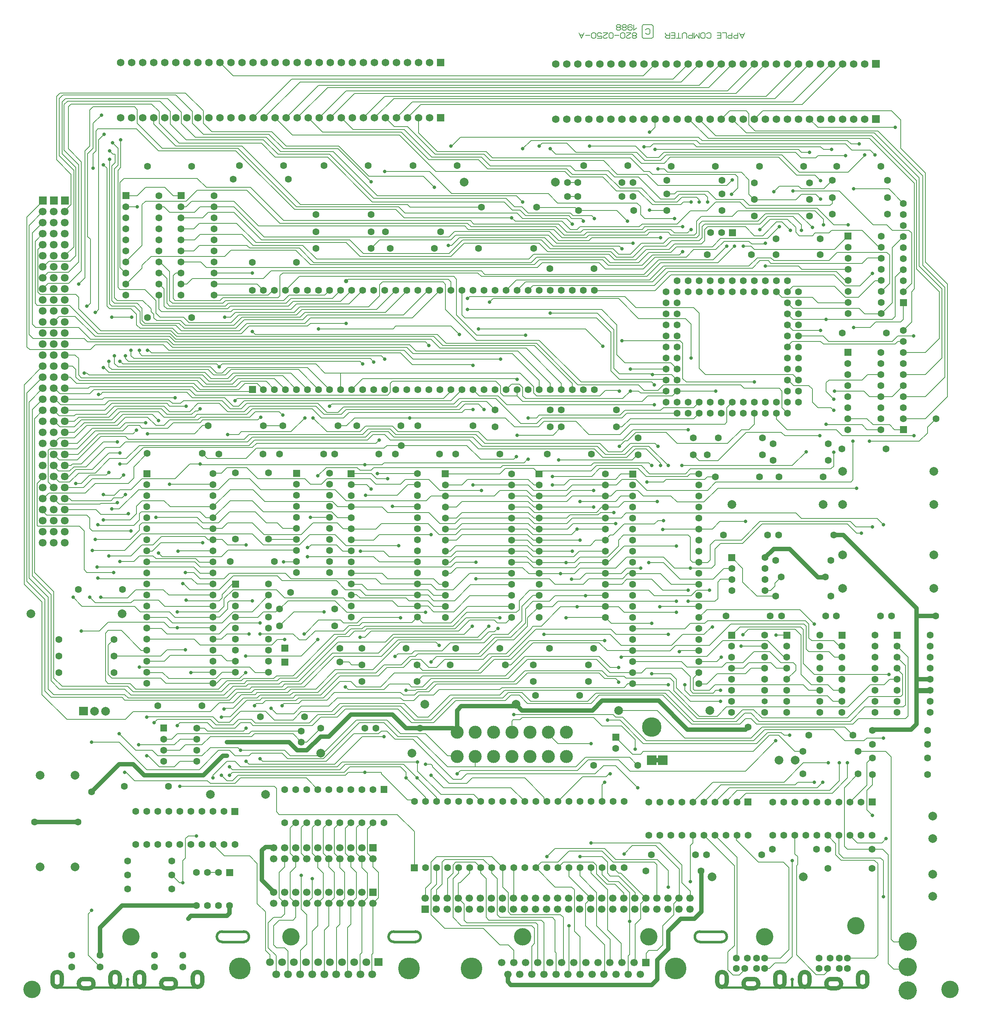
<source format=gbr>
%FSLAX34Y34*%
%MOMM*%
%LNCOPPER_TOP*%
G71*
G01*
%ADD10C,1.600*%
%ADD11C,1.700*%
%ADD12C,1.400*%
%ADD13C,1.800*%
%ADD14C,1.600*%
%ADD15C,1.750*%
%ADD16C,3.000*%
%ADD17C,2.000*%
%ADD18C,0.200*%
%ADD19C,0.800*%
%ADD20C,1.000*%
%ADD21C,1.000*%
%ADD22C,2.000*%
%ADD23C,5.000*%
%ADD24C,4.500*%
%ADD25C,4.200*%
%ADD26C,4.000*%
%ADD27C,0.156*%
%ADD28C,1.600*%
%ADD29C,0.600*%
%ADD30C,0.500*%
%LPD*%
G36*
X370576Y675275D02*
X370576Y659275D01*
X354576Y659275D01*
X354576Y675275D01*
X370576Y675275D01*
G37*
X362576Y641875D02*
G54D10*
D03*
X362576Y616475D02*
G54D10*
D03*
X362575Y591075D02*
G54D10*
D03*
X438776Y591075D02*
G54D10*
D03*
X438776Y616475D02*
G54D10*
D03*
X438776Y641875D02*
G54D10*
D03*
X438775Y667275D02*
G54D10*
D03*
G36*
X534653Y467456D02*
X518653Y467456D01*
X518653Y483456D01*
X534653Y483456D01*
X534653Y467456D01*
G37*
X501253Y475456D02*
G54D10*
D03*
X475853Y475456D02*
G54D10*
D03*
X450453Y475456D02*
G54D10*
D03*
X425053Y475456D02*
G54D10*
D03*
X399653Y475456D02*
G54D10*
D03*
X374253Y475456D02*
G54D10*
D03*
X348853Y475456D02*
G54D10*
D03*
X323453Y475456D02*
G54D10*
D03*
X298053Y475456D02*
G54D10*
D03*
X298053Y399256D02*
G54D10*
D03*
X323453Y399256D02*
G54D10*
D03*
X348853Y399256D02*
G54D10*
D03*
X374253Y399256D02*
G54D10*
D03*
X399653Y399256D02*
G54D10*
D03*
X425053Y399256D02*
G54D10*
D03*
X450453Y399256D02*
G54D10*
D03*
X475853Y399256D02*
G54D10*
D03*
X501253Y399256D02*
G54D10*
D03*
X526653Y399256D02*
G54D10*
D03*
G36*
X522450Y327000D02*
X506450Y327000D01*
X506450Y343000D01*
X522450Y343000D01*
X522450Y327000D01*
G37*
X489050Y335000D02*
G54D10*
D03*
X463650Y335000D02*
G54D10*
D03*
X438250Y335000D02*
G54D10*
D03*
X438250Y258800D02*
G54D10*
D03*
X463650Y258800D02*
G54D10*
D03*
X489050Y258800D02*
G54D10*
D03*
X514450Y258800D02*
G54D10*
D03*
G36*
X877703Y518000D02*
X861703Y518000D01*
X861703Y534000D01*
X877703Y534000D01*
X877703Y518000D01*
G37*
X844303Y526000D02*
G54D10*
D03*
X818903Y526000D02*
G54D10*
D03*
X793503Y526000D02*
G54D10*
D03*
X768103Y526000D02*
G54D10*
D03*
X742703Y526000D02*
G54D10*
D03*
X717303Y526000D02*
G54D10*
D03*
X691903Y526000D02*
G54D10*
D03*
X666503Y526000D02*
G54D10*
D03*
X641103Y526000D02*
G54D10*
D03*
X641103Y449800D02*
G54D10*
D03*
X666503Y449800D02*
G54D10*
D03*
X691903Y449800D02*
G54D10*
D03*
X717303Y449800D02*
G54D10*
D03*
X742703Y449800D02*
G54D10*
D03*
X768103Y449800D02*
G54D10*
D03*
X793503Y449800D02*
G54D10*
D03*
X818903Y449800D02*
G54D10*
D03*
X844303Y449800D02*
G54D10*
D03*
X869703Y449800D02*
G54D10*
D03*
G36*
X853100Y383500D02*
X836100Y383500D01*
X836100Y400500D01*
X853100Y400500D01*
X853100Y383500D01*
G37*
X844600Y366600D02*
G54D11*
D03*
X819200Y392000D02*
G54D11*
D03*
X819200Y366600D02*
G54D11*
D03*
X793800Y392000D02*
G54D11*
D03*
X793800Y366600D02*
G54D11*
D03*
X768400Y392000D02*
G54D11*
D03*
X768400Y366600D02*
G54D11*
D03*
X743000Y392000D02*
G54D11*
D03*
X743000Y366600D02*
G54D11*
D03*
X717600Y392000D02*
G54D11*
D03*
X717600Y366600D02*
G54D11*
D03*
X692200Y392000D02*
G54D11*
D03*
X692200Y366600D02*
G54D11*
D03*
X666800Y392000D02*
G54D11*
D03*
X666800Y366600D02*
G54D11*
D03*
X641400Y392000D02*
G54D11*
D03*
X641400Y366600D02*
G54D11*
D03*
X616000Y392000D02*
G54D11*
D03*
X616000Y366600D02*
G54D11*
D03*
G36*
X852850Y281000D02*
X835850Y281000D01*
X835850Y298000D01*
X852850Y298000D01*
X852850Y281000D01*
G37*
X844350Y264100D02*
G54D11*
D03*
X818950Y289500D02*
G54D11*
D03*
X818950Y264100D02*
G54D11*
D03*
X793550Y289500D02*
G54D11*
D03*
X793550Y264100D02*
G54D11*
D03*
X768150Y289500D02*
G54D11*
D03*
X768150Y264100D02*
G54D11*
D03*
X742750Y289500D02*
G54D11*
D03*
X742750Y264100D02*
G54D11*
D03*
X717350Y289500D02*
G54D11*
D03*
X717350Y264100D02*
G54D11*
D03*
X691950Y289500D02*
G54D11*
D03*
X691950Y264100D02*
G54D11*
D03*
X666550Y289500D02*
G54D11*
D03*
X666550Y264100D02*
G54D11*
D03*
X641150Y289500D02*
G54D11*
D03*
X641150Y264100D02*
G54D11*
D03*
X615750Y289500D02*
G54D11*
D03*
X615750Y264100D02*
G54D11*
D03*
G36*
X676250Y1261500D02*
X676250Y1245500D01*
X660250Y1245500D01*
X660250Y1261500D01*
X676250Y1261500D01*
G37*
X668250Y1228100D02*
G54D10*
D03*
X668250Y1202700D02*
G54D10*
D03*
X668250Y1177300D02*
G54D10*
D03*
X668250Y1151900D02*
G54D10*
D03*
X668250Y1126500D02*
G54D10*
D03*
X668250Y1101100D02*
G54D10*
D03*
X668250Y1075700D02*
G54D10*
D03*
X668250Y1050300D02*
G54D10*
D03*
X668250Y1024900D02*
G54D10*
D03*
X744450Y1024900D02*
G54D10*
D03*
X744450Y1050300D02*
G54D10*
D03*
X744450Y1075700D02*
G54D10*
D03*
X744450Y1101100D02*
G54D10*
D03*
X744450Y1126500D02*
G54D10*
D03*
X744450Y1151900D02*
G54D10*
D03*
X744450Y1177300D02*
G54D10*
D03*
X744450Y1202700D02*
G54D10*
D03*
X744450Y1228100D02*
G54D10*
D03*
X744450Y1253500D02*
G54D10*
D03*
X604200Y1254750D02*
G54D10*
D03*
X604200Y1102350D02*
G54D10*
D03*
X528000Y1102350D02*
G54D10*
D03*
X528000Y1254750D02*
G54D10*
D03*
G36*
X331850Y1260934D02*
X331850Y1244934D01*
X315850Y1244934D01*
X315850Y1260934D01*
X331850Y1260934D01*
G37*
X323850Y1227534D02*
G54D10*
D03*
X323850Y1202134D02*
G54D10*
D03*
X323850Y1176734D02*
G54D10*
D03*
X323850Y1151334D02*
G54D10*
D03*
X323850Y1125934D02*
G54D10*
D03*
X323850Y1100534D02*
G54D10*
D03*
X323850Y1075134D02*
G54D10*
D03*
X323850Y1049734D02*
G54D10*
D03*
X323850Y1024334D02*
G54D10*
D03*
X323850Y998934D02*
G54D10*
D03*
X323850Y973534D02*
G54D10*
D03*
X323850Y948134D02*
G54D10*
D03*
X323850Y922734D02*
G54D10*
D03*
X323850Y897334D02*
G54D10*
D03*
X323850Y871934D02*
G54D10*
D03*
X323850Y846534D02*
G54D10*
D03*
X323850Y821134D02*
G54D10*
D03*
X323850Y795734D02*
G54D10*
D03*
X323850Y770334D02*
G54D10*
D03*
X476250Y770334D02*
G54D10*
D03*
X476250Y795734D02*
G54D10*
D03*
X476250Y821134D02*
G54D10*
D03*
X476250Y846534D02*
G54D10*
D03*
X476250Y871934D02*
G54D10*
D03*
X476250Y897334D02*
G54D10*
D03*
X476250Y922734D02*
G54D10*
D03*
X476250Y948134D02*
G54D10*
D03*
X476250Y973534D02*
G54D10*
D03*
X476250Y998934D02*
G54D10*
D03*
X476250Y1024334D02*
G54D10*
D03*
X476250Y1049734D02*
G54D10*
D03*
X476250Y1075134D02*
G54D10*
D03*
X476250Y1100534D02*
G54D10*
D03*
X476250Y1125934D02*
G54D10*
D03*
X476250Y1151334D02*
G54D10*
D03*
X476250Y1176734D02*
G54D10*
D03*
X476250Y1202134D02*
G54D10*
D03*
X476250Y1227534D02*
G54D10*
D03*
X476250Y1252934D02*
G54D10*
D03*
G36*
X956250Y258850D02*
X973250Y258850D01*
X973250Y241850D01*
X956250Y241850D01*
X956250Y258850D01*
G37*
X964750Y275750D02*
G54D11*
D03*
X990150Y250350D02*
G54D11*
D03*
X990150Y275750D02*
G54D11*
D03*
X1015550Y250350D02*
G54D11*
D03*
X1015550Y275750D02*
G54D11*
D03*
X1040950Y250350D02*
G54D11*
D03*
X1040950Y275750D02*
G54D11*
D03*
X1066350Y250350D02*
G54D11*
D03*
X1066350Y275750D02*
G54D11*
D03*
X1091750Y250350D02*
G54D11*
D03*
X1091750Y275750D02*
G54D11*
D03*
X1117150Y250350D02*
G54D11*
D03*
X1117150Y275750D02*
G54D11*
D03*
X1142550Y250350D02*
G54D11*
D03*
X1142550Y275750D02*
G54D11*
D03*
X1167950Y250350D02*
G54D11*
D03*
X1167950Y275750D02*
G54D11*
D03*
X1193350Y250350D02*
G54D11*
D03*
X1193350Y275750D02*
G54D11*
D03*
X1218750Y250350D02*
G54D11*
D03*
X1218750Y275750D02*
G54D11*
D03*
X1244150Y250350D02*
G54D11*
D03*
X1244150Y275750D02*
G54D11*
D03*
X1269550Y250350D02*
G54D11*
D03*
X1269550Y275750D02*
G54D11*
D03*
X1294950Y250350D02*
G54D11*
D03*
X1294950Y275750D02*
G54D11*
D03*
X1320350Y250350D02*
G54D11*
D03*
X1320350Y275750D02*
G54D11*
D03*
X1345750Y250350D02*
G54D11*
D03*
X1345750Y275750D02*
G54D11*
D03*
X1371150Y250350D02*
G54D11*
D03*
X1371150Y275750D02*
G54D11*
D03*
X1396550Y250350D02*
G54D11*
D03*
X1396550Y275750D02*
G54D11*
D03*
X1421950Y250350D02*
G54D11*
D03*
X1421950Y275750D02*
G54D11*
D03*
X1447350Y250350D02*
G54D11*
D03*
X1447350Y275750D02*
G54D11*
D03*
X1472750Y250350D02*
G54D11*
D03*
X1472750Y275750D02*
G54D11*
D03*
X1498150Y250350D02*
G54D11*
D03*
X1498150Y275750D02*
G54D11*
D03*
X1523550Y250350D02*
G54D11*
D03*
X1523550Y275750D02*
G54D11*
D03*
X1548950Y250350D02*
G54D11*
D03*
X1548950Y275750D02*
G54D11*
D03*
X1574350Y250350D02*
G54D11*
D03*
X1574350Y275750D02*
G54D11*
D03*
G36*
X931603Y354012D02*
X947603Y354012D01*
X947603Y338012D01*
X931603Y338012D01*
X931603Y354012D01*
G37*
X965003Y346012D02*
G54D10*
D03*
X990403Y346012D02*
G54D10*
D03*
X1015803Y346012D02*
G54D10*
D03*
X1041203Y346012D02*
G54D10*
D03*
X1066603Y346012D02*
G54D10*
D03*
X1092003Y346012D02*
G54D10*
D03*
X1117403Y346012D02*
G54D10*
D03*
X1142803Y346012D02*
G54D10*
D03*
X1168203Y346012D02*
G54D10*
D03*
X1193603Y346012D02*
G54D10*
D03*
X1219003Y346012D02*
G54D10*
D03*
X1244403Y346012D02*
G54D10*
D03*
X1269803Y346012D02*
G54D10*
D03*
X1295203Y346012D02*
G54D10*
D03*
X1320603Y346012D02*
G54D10*
D03*
X1346003Y346012D02*
G54D10*
D03*
X1371403Y346012D02*
G54D10*
D03*
X1396803Y346012D02*
G54D10*
D03*
X1422203Y346012D02*
G54D10*
D03*
X1422203Y498412D02*
G54D10*
D03*
X1396803Y498412D02*
G54D10*
D03*
X1371403Y498412D02*
G54D10*
D03*
X1346003Y498412D02*
G54D10*
D03*
X1320603Y498412D02*
G54D10*
D03*
X1295203Y498412D02*
G54D10*
D03*
X1269803Y498412D02*
G54D10*
D03*
X1244403Y498412D02*
G54D10*
D03*
X1219003Y498412D02*
G54D10*
D03*
X1193603Y498412D02*
G54D10*
D03*
X1168203Y498413D02*
G54D10*
D03*
X1142803Y498412D02*
G54D10*
D03*
X1117403Y498412D02*
G54D10*
D03*
X1092003Y498412D02*
G54D10*
D03*
X1066603Y498412D02*
G54D10*
D03*
X1041203Y498412D02*
G54D10*
D03*
X1015803Y498412D02*
G54D10*
D03*
X990403Y498412D02*
G54D10*
D03*
X965003Y498412D02*
G54D10*
D03*
X939603Y498412D02*
G54D10*
D03*
G36*
X1715703Y489206D02*
X1699703Y489206D01*
X1699703Y505206D01*
X1715703Y505206D01*
X1715703Y489206D01*
G37*
X1682303Y497206D02*
G54D10*
D03*
X1656903Y497206D02*
G54D10*
D03*
X1631503Y497206D02*
G54D10*
D03*
X1606103Y497206D02*
G54D10*
D03*
X1580703Y497206D02*
G54D10*
D03*
X1555303Y497206D02*
G54D10*
D03*
X1529903Y497206D02*
G54D10*
D03*
X1504503Y497206D02*
G54D10*
D03*
X1479103Y497206D02*
G54D10*
D03*
X1479103Y421006D02*
G54D10*
D03*
X1504503Y421006D02*
G54D10*
D03*
X1529903Y421006D02*
G54D10*
D03*
X1555303Y421006D02*
G54D10*
D03*
X1580703Y421006D02*
G54D10*
D03*
X1606103Y421006D02*
G54D10*
D03*
X1631503Y421006D02*
G54D10*
D03*
X1656903Y421006D02*
G54D10*
D03*
X1682303Y421006D02*
G54D10*
D03*
X1707703Y421006D02*
G54D10*
D03*
G36*
X2001453Y489206D02*
X1985453Y489206D01*
X1985453Y505206D01*
X2001453Y505206D01*
X2001453Y489206D01*
G37*
X1968053Y497206D02*
G54D10*
D03*
X1942653Y497206D02*
G54D10*
D03*
X1917253Y497206D02*
G54D10*
D03*
X1891853Y497206D02*
G54D10*
D03*
X1866453Y497206D02*
G54D10*
D03*
X1841053Y497206D02*
G54D10*
D03*
X1815653Y497206D02*
G54D10*
D03*
X1790253Y497206D02*
G54D10*
D03*
X1764853Y497206D02*
G54D10*
D03*
X1764853Y421006D02*
G54D10*
D03*
X1790253Y421006D02*
G54D10*
D03*
X1815653Y421006D02*
G54D10*
D03*
X1841053Y421006D02*
G54D10*
D03*
X1866453Y421006D02*
G54D10*
D03*
X1891853Y421006D02*
G54D10*
D03*
X1917253Y421006D02*
G54D10*
D03*
X1942653Y421006D02*
G54D10*
D03*
X1968053Y421006D02*
G54D10*
D03*
X1993453Y421006D02*
G54D10*
D03*
G36*
X2059050Y889062D02*
X2059050Y873062D01*
X2043050Y873062D01*
X2043050Y889062D01*
X2059050Y889062D01*
G37*
X2051050Y855662D02*
G54D10*
D03*
X2051050Y830262D02*
G54D10*
D03*
X2051050Y804862D02*
G54D10*
D03*
X2051050Y779462D02*
G54D10*
D03*
X2051050Y754062D02*
G54D10*
D03*
X2051050Y728662D02*
G54D10*
D03*
X2051050Y703262D02*
G54D10*
D03*
X2127251Y703262D02*
G54D10*
D03*
X2127251Y728662D02*
G54D10*
D03*
X2127251Y754062D02*
G54D10*
D03*
X2127251Y779462D02*
G54D10*
D03*
X2127251Y804862D02*
G54D10*
D03*
X2127251Y830262D02*
G54D10*
D03*
X2127251Y855662D02*
G54D10*
D03*
X2127251Y881062D02*
G54D10*
D03*
G36*
X1932050Y889062D02*
X1932050Y873062D01*
X1916050Y873062D01*
X1916050Y889062D01*
X1932050Y889062D01*
G37*
X1924050Y855662D02*
G54D10*
D03*
X1924050Y830262D02*
G54D10*
D03*
X1924050Y804863D02*
G54D10*
D03*
X1924050Y779463D02*
G54D10*
D03*
X1924050Y754062D02*
G54D10*
D03*
X1924050Y728662D02*
G54D10*
D03*
X1924050Y703262D02*
G54D10*
D03*
X2000250Y703262D02*
G54D10*
D03*
X2000250Y728662D02*
G54D10*
D03*
X2000250Y754062D02*
G54D10*
D03*
X2000250Y779462D02*
G54D10*
D03*
X2000250Y804862D02*
G54D10*
D03*
X2000250Y830262D02*
G54D10*
D03*
X2000250Y855662D02*
G54D10*
D03*
X2000250Y881062D02*
G54D10*
D03*
G36*
X1805050Y889062D02*
X1805050Y873062D01*
X1789050Y873062D01*
X1789050Y889062D01*
X1805050Y889062D01*
G37*
X1797050Y855662D02*
G54D10*
D03*
X1797050Y830262D02*
G54D10*
D03*
X1797050Y804862D02*
G54D10*
D03*
X1797050Y779462D02*
G54D10*
D03*
X1797050Y754062D02*
G54D10*
D03*
X1797050Y728662D02*
G54D10*
D03*
X1797050Y703262D02*
G54D10*
D03*
X1873250Y703262D02*
G54D10*
D03*
X1873250Y728662D02*
G54D10*
D03*
X1873250Y754062D02*
G54D10*
D03*
X1873250Y779462D02*
G54D10*
D03*
X1873250Y804862D02*
G54D10*
D03*
X1873250Y830262D02*
G54D10*
D03*
X1873250Y855662D02*
G54D10*
D03*
X1873250Y881062D02*
G54D10*
D03*
G36*
X1678050Y889062D02*
X1678050Y873062D01*
X1662050Y873062D01*
X1662050Y889062D01*
X1678050Y889062D01*
G37*
X1670050Y855663D02*
G54D10*
D03*
X1670050Y830262D02*
G54D10*
D03*
X1670050Y804862D02*
G54D10*
D03*
X1670050Y779462D02*
G54D10*
D03*
X1670050Y754062D02*
G54D10*
D03*
X1670050Y728662D02*
G54D10*
D03*
X1670050Y703262D02*
G54D10*
D03*
X1746250Y703262D02*
G54D10*
D03*
X1746250Y728662D02*
G54D12*
D03*
X1746250Y754062D02*
G54D10*
D03*
X1746250Y779463D02*
G54D10*
D03*
X1746250Y804862D02*
G54D10*
D03*
X1746250Y830263D02*
G54D10*
D03*
X1746250Y855662D02*
G54D10*
D03*
X1746250Y881062D02*
G54D10*
D03*
G36*
X1678447Y1067656D02*
X1678447Y1051656D01*
X1662447Y1051656D01*
X1662447Y1067656D01*
X1678447Y1067656D01*
G37*
X1670447Y1034256D02*
G54D10*
D03*
X1670447Y1008856D02*
G54D10*
D03*
X1670447Y983456D02*
G54D10*
D03*
X1746647Y983456D02*
G54D10*
D03*
X1746647Y1008856D02*
G54D10*
D03*
X1746647Y1034256D02*
G54D10*
D03*
X1746647Y1059656D02*
G54D10*
D03*
G36*
X1450244Y1259744D02*
X1450244Y1243744D01*
X1434244Y1243744D01*
X1434244Y1259744D01*
X1450244Y1259744D01*
G37*
X1442244Y1226344D02*
G54D10*
D03*
X1442244Y1200944D02*
G54D10*
D03*
X1442244Y1175544D02*
G54D10*
D03*
X1442244Y1150144D02*
G54D10*
D03*
X1442244Y1124744D02*
G54D10*
D03*
X1442244Y1099344D02*
G54D10*
D03*
X1442244Y1073944D02*
G54D10*
D03*
X1442244Y1048544D02*
G54D10*
D03*
X1442244Y1023144D02*
G54D10*
D03*
X1442244Y997744D02*
G54D10*
D03*
X1442244Y972344D02*
G54D10*
D03*
X1442244Y946944D02*
G54D10*
D03*
X1442244Y921544D02*
G54D10*
D03*
X1442244Y896144D02*
G54D10*
D03*
X1442244Y870744D02*
G54D10*
D03*
X1442244Y845344D02*
G54D10*
D03*
X1442244Y819944D02*
G54D10*
D03*
X1442244Y794544D02*
G54D10*
D03*
X1442244Y769144D02*
G54D10*
D03*
X1594644Y769144D02*
G54D10*
D03*
X1594644Y794544D02*
G54D10*
D03*
X1594644Y819944D02*
G54D10*
D03*
X1594644Y845344D02*
G54D10*
D03*
X1594644Y870744D02*
G54D10*
D03*
X1594644Y896144D02*
G54D10*
D03*
X1594644Y921544D02*
G54D10*
D03*
X1594644Y946944D02*
G54D10*
D03*
X1594644Y972344D02*
G54D10*
D03*
X1594644Y997744D02*
G54D10*
D03*
X1594644Y1023144D02*
G54D10*
D03*
X1594644Y1048544D02*
G54D10*
D03*
X1594644Y1073944D02*
G54D10*
D03*
X1594644Y1099344D02*
G54D10*
D03*
X1594644Y1124744D02*
G54D10*
D03*
X1594644Y1150144D02*
G54D10*
D03*
X1594644Y1175544D02*
G54D10*
D03*
X1594644Y1200944D02*
G54D10*
D03*
X1594644Y1226344D02*
G54D10*
D03*
X1594644Y1251744D02*
G54D10*
D03*
G36*
X1234741Y1260141D02*
X1234741Y1244141D01*
X1218741Y1244141D01*
X1218741Y1260141D01*
X1234741Y1260141D01*
G37*
X1226741Y1226741D02*
G54D10*
D03*
X1226741Y1201341D02*
G54D10*
D03*
X1226741Y1175941D02*
G54D10*
D03*
X1226741Y1150541D02*
G54D10*
D03*
X1226741Y1125141D02*
G54D10*
D03*
X1226741Y1099741D02*
G54D10*
D03*
X1226741Y1074341D02*
G54D10*
D03*
X1226741Y1048941D02*
G54D10*
D03*
X1226741Y1023541D02*
G54D10*
D03*
X1226741Y998141D02*
G54D10*
D03*
X1226741Y972741D02*
G54D10*
D03*
X1226741Y947341D02*
G54D10*
D03*
X1226741Y921941D02*
G54D10*
D03*
X1379141Y921941D02*
G54D10*
D03*
X1379141Y947341D02*
G54D10*
D03*
X1379141Y972741D02*
G54D10*
D03*
X1379141Y998141D02*
G54D10*
D03*
X1379141Y1023541D02*
G54D10*
D03*
X1379141Y1048941D02*
G54D10*
D03*
X1379141Y1074341D02*
G54D10*
D03*
X1379141Y1099741D02*
G54D10*
D03*
X1379141Y1125141D02*
G54D10*
D03*
X1379141Y1150541D02*
G54D10*
D03*
X1379141Y1175941D02*
G54D10*
D03*
X1379141Y1201341D02*
G54D10*
D03*
X1379141Y1226741D02*
G54D10*
D03*
X1379141Y1252141D02*
G54D10*
D03*
G36*
X1018841Y1260538D02*
X1018841Y1244538D01*
X1002841Y1244538D01*
X1002841Y1260538D01*
X1018841Y1260538D01*
G37*
X1010841Y1227138D02*
G54D10*
D03*
X1010841Y1201738D02*
G54D10*
D03*
X1010841Y1176338D02*
G54D10*
D03*
X1010841Y1150938D02*
G54D10*
D03*
X1010841Y1125538D02*
G54D10*
D03*
X1010841Y1100138D02*
G54D10*
D03*
X1010841Y1074738D02*
G54D10*
D03*
X1010841Y1049338D02*
G54D10*
D03*
X1010841Y1023938D02*
G54D10*
D03*
X1010841Y998538D02*
G54D10*
D03*
X1010841Y973138D02*
G54D10*
D03*
X1010841Y947738D02*
G54D10*
D03*
X1010841Y922337D02*
G54D10*
D03*
X1163241Y922338D02*
G54D10*
D03*
X1163241Y947738D02*
G54D10*
D03*
X1163241Y973138D02*
G54D10*
D03*
X1163241Y998538D02*
G54D10*
D03*
X1163241Y1023938D02*
G54D10*
D03*
X1163241Y1049338D02*
G54D10*
D03*
X1163241Y1074738D02*
G54D10*
D03*
X1163241Y1100138D02*
G54D10*
D03*
X1163241Y1125538D02*
G54D10*
D03*
X1163241Y1150938D02*
G54D10*
D03*
X1163241Y1176338D02*
G54D10*
D03*
X1163241Y1201738D02*
G54D10*
D03*
X1163241Y1227138D02*
G54D10*
D03*
X1163241Y1252538D02*
G54D10*
D03*
G36*
X802147Y1260934D02*
X802147Y1244934D01*
X786147Y1244934D01*
X786147Y1260934D01*
X802147Y1260934D01*
G37*
X794147Y1227534D02*
G54D10*
D03*
X794147Y1202134D02*
G54D10*
D03*
X794147Y1176734D02*
G54D10*
D03*
X794147Y1151334D02*
G54D10*
D03*
X794147Y1125934D02*
G54D10*
D03*
X794147Y1100534D02*
G54D10*
D03*
X794147Y1075134D02*
G54D10*
D03*
X794147Y1049734D02*
G54D10*
D03*
X794147Y1024334D02*
G54D10*
D03*
X794147Y998934D02*
G54D10*
D03*
X794147Y973534D02*
G54D10*
D03*
X794147Y948134D02*
G54D10*
D03*
X794147Y922734D02*
G54D10*
D03*
X946547Y922734D02*
G54D10*
D03*
X946547Y948134D02*
G54D10*
D03*
X946547Y973534D02*
G54D10*
D03*
X946547Y998934D02*
G54D10*
D03*
X946547Y1024334D02*
G54D10*
D03*
X946547Y1049734D02*
G54D10*
D03*
X946547Y1075134D02*
G54D10*
D03*
X946547Y1100534D02*
G54D10*
D03*
X946547Y1125934D02*
G54D10*
D03*
X946547Y1151334D02*
G54D10*
D03*
X946547Y1176734D02*
G54D10*
D03*
X946547Y1202134D02*
G54D10*
D03*
X946547Y1227534D02*
G54D10*
D03*
X946547Y1252934D02*
G54D10*
D03*
G36*
X535844Y1006934D02*
X535844Y990934D01*
X519844Y990934D01*
X519844Y1006934D01*
X535844Y1006934D01*
G37*
X527844Y973534D02*
G54D10*
D03*
X527844Y948134D02*
G54D10*
D03*
X527844Y922734D02*
G54D10*
D03*
X527844Y897334D02*
G54D10*
D03*
X527844Y871934D02*
G54D10*
D03*
X527844Y846534D02*
G54D10*
D03*
X527844Y821134D02*
G54D10*
D03*
X527844Y795734D02*
G54D10*
D03*
X604044Y795734D02*
G54D10*
D03*
X604044Y821134D02*
G54D10*
D03*
X604044Y846534D02*
G54D10*
D03*
X604044Y871934D02*
G54D10*
D03*
X604044Y897334D02*
G54D10*
D03*
X604044Y922734D02*
G54D10*
D03*
X604044Y948134D02*
G54D10*
D03*
X604044Y973534D02*
G54D10*
D03*
X604044Y998934D02*
G54D10*
D03*
G36*
X1945544Y1539938D02*
X1945544Y1523938D01*
X1929544Y1523938D01*
X1929544Y1539938D01*
X1945544Y1539938D01*
G37*
X1937544Y1506538D02*
G54D10*
D03*
X1937544Y1481138D02*
G54D10*
D03*
X1937544Y1455738D02*
G54D10*
D03*
X1937544Y1430338D02*
G54D10*
D03*
X1937544Y1404938D02*
G54D10*
D03*
X1937544Y1379538D02*
G54D10*
D03*
X1937544Y1354138D02*
G54D10*
D03*
X2013743Y1354138D02*
G54D10*
D03*
X2013743Y1379538D02*
G54D10*
D03*
X2013743Y1404938D02*
G54D10*
D03*
X2013743Y1430338D02*
G54D10*
D03*
X2013743Y1455738D02*
G54D10*
D03*
X2013743Y1481138D02*
G54D10*
D03*
X2013743Y1506538D02*
G54D10*
D03*
X2013743Y1531938D02*
G54D10*
D03*
G36*
X1945941Y1807431D02*
X1945941Y1791431D01*
X1929941Y1791431D01*
X1929941Y1807431D01*
X1945941Y1807431D01*
G37*
X1937941Y1774031D02*
G54D10*
D03*
X1937941Y1748631D02*
G54D10*
D03*
X1937941Y1723231D02*
G54D10*
D03*
X1937941Y1697831D02*
G54D10*
D03*
X1937941Y1672431D02*
G54D10*
D03*
X1937941Y1647031D02*
G54D10*
D03*
X1937941Y1621631D02*
G54D10*
D03*
X2014140Y1621631D02*
G54D10*
D03*
X2014140Y1647031D02*
G54D10*
D03*
X2014140Y1672431D02*
G54D10*
D03*
X2014140Y1697831D02*
G54D10*
D03*
X2014140Y1723231D02*
G54D10*
D03*
X2014140Y1748631D02*
G54D10*
D03*
X2014140Y1774031D02*
G54D10*
D03*
X2014140Y1799431D02*
G54D10*
D03*
G36*
X1680034Y1799369D02*
X1664034Y1799369D01*
X1664034Y1815369D01*
X1680034Y1815369D01*
X1680034Y1799369D01*
G37*
X1646635Y1807369D02*
G54D10*
D03*
X1621234Y1807369D02*
G54D10*
D03*
G36*
X410431Y1900300D02*
X410431Y1884300D01*
X394431Y1884300D01*
X394431Y1900300D01*
X410431Y1900300D01*
G37*
X402431Y1866900D02*
G54D10*
D03*
X402431Y1841500D02*
G54D10*
D03*
X402431Y1816100D02*
G54D10*
D03*
X402431Y1790700D02*
G54D10*
D03*
X402431Y1765300D02*
G54D10*
D03*
X402431Y1739900D02*
G54D10*
D03*
X402431Y1714500D02*
G54D10*
D03*
X402431Y1689100D02*
G54D10*
D03*
X402431Y1663700D02*
G54D10*
D03*
X478631Y1663700D02*
G54D10*
D03*
X478631Y1689100D02*
G54D10*
D03*
X478631Y1714500D02*
G54D10*
D03*
X478631Y1739900D02*
G54D10*
D03*
X478631Y1765300D02*
G54D10*
D03*
X478631Y1790700D02*
G54D10*
D03*
X478631Y1816100D02*
G54D10*
D03*
X478631Y1841500D02*
G54D10*
D03*
X478631Y1866900D02*
G54D10*
D03*
X478631Y1892300D02*
G54D10*
D03*
G36*
X283431Y1900300D02*
X283431Y1884300D01*
X267431Y1884300D01*
X267431Y1900300D01*
X283431Y1900300D01*
G37*
X275431Y1866900D02*
G54D10*
D03*
X275431Y1841500D02*
G54D10*
D03*
X275431Y1816100D02*
G54D10*
D03*
X275431Y1790700D02*
G54D10*
D03*
X275431Y1765300D02*
G54D10*
D03*
X275431Y1739900D02*
G54D10*
D03*
X275431Y1714500D02*
G54D10*
D03*
X275431Y1689100D02*
G54D10*
D03*
X275431Y1663700D02*
G54D10*
D03*
X351631Y1663700D02*
G54D10*
D03*
X351631Y1689100D02*
G54D10*
D03*
X351631Y1714500D02*
G54D10*
D03*
X351631Y1739900D02*
G54D10*
D03*
X351631Y1765300D02*
G54D10*
D03*
X351631Y1790700D02*
G54D10*
D03*
X351631Y1816100D02*
G54D10*
D03*
X351631Y1841500D02*
G54D10*
D03*
X351631Y1866900D02*
G54D10*
D03*
X351631Y1892300D02*
G54D10*
D03*
G36*
X574738Y1438212D02*
X558738Y1438212D01*
X558738Y1454212D01*
X574738Y1454212D01*
X574738Y1438212D01*
G37*
X592138Y1446212D02*
G54D10*
D03*
X617538Y1446212D02*
G54D10*
D03*
X642938Y1446212D02*
G54D10*
D03*
X668338Y1446212D02*
G54D10*
D03*
X693738Y1446212D02*
G54D10*
D03*
X719138Y1446212D02*
G54D10*
D03*
X744538Y1446212D02*
G54D10*
D03*
X769938Y1446212D02*
G54D10*
D03*
X795338Y1446212D02*
G54D10*
D03*
X820738Y1446212D02*
G54D10*
D03*
X846138Y1446212D02*
G54D10*
D03*
X871538Y1446212D02*
G54D10*
D03*
X896937Y1446212D02*
G54D10*
D03*
X922338Y1446212D02*
G54D10*
D03*
X947738Y1446212D02*
G54D10*
D03*
X973138Y1446212D02*
G54D10*
D03*
X998538Y1446212D02*
G54D10*
D03*
X1023938Y1446212D02*
G54D10*
D03*
X1049338Y1446212D02*
G54D10*
D03*
X1074738Y1446212D02*
G54D10*
D03*
X1100138Y1446212D02*
G54D10*
D03*
X1125538Y1446212D02*
G54D10*
D03*
X1150938Y1446212D02*
G54D10*
D03*
X1176338Y1446212D02*
G54D10*
D03*
X1201738Y1446212D02*
G54D10*
D03*
X1227138Y1446212D02*
G54D10*
D03*
X1252538Y1446212D02*
G54D10*
D03*
X1277938Y1446212D02*
G54D10*
D03*
X1303338Y1446212D02*
G54D10*
D03*
X1328738Y1446212D02*
G54D10*
D03*
X566738Y1674812D02*
G54D10*
D03*
X592138Y1674812D02*
G54D10*
D03*
X617538Y1674812D02*
G54D10*
D03*
X642938Y1674812D02*
G54D10*
D03*
X668338Y1674812D02*
G54D10*
D03*
X693738Y1674812D02*
G54D10*
D03*
X744538Y1674812D02*
G54D10*
D03*
X719138Y1674812D02*
G54D10*
D03*
X769938Y1674812D02*
G54D10*
D03*
X795338Y1674812D02*
G54D10*
D03*
X820738Y1674812D02*
G54D10*
D03*
X846137Y1674812D02*
G54D10*
D03*
X871538Y1674812D02*
G54D10*
D03*
X896938Y1674812D02*
G54D10*
D03*
X922338Y1674812D02*
G54D10*
D03*
X947738Y1674812D02*
G54D10*
D03*
X973138Y1674812D02*
G54D10*
D03*
X998538Y1674812D02*
G54D10*
D03*
X1023938Y1674812D02*
G54D10*
D03*
X1049338Y1674812D02*
G54D10*
D03*
X1074738Y1674812D02*
G54D10*
D03*
X1100138Y1674812D02*
G54D10*
D03*
X1125538Y1674812D02*
G54D10*
D03*
X1150938Y1674812D02*
G54D10*
D03*
X1176338Y1674812D02*
G54D10*
D03*
X1201738Y1674812D02*
G54D10*
D03*
X1227138Y1674812D02*
G54D10*
D03*
X1252538Y1674812D02*
G54D10*
D03*
X1277938Y1674812D02*
G54D10*
D03*
X1303338Y1674812D02*
G54D10*
D03*
X1328738Y1674812D02*
G54D10*
D03*
X1354138Y1674812D02*
G54D10*
D03*
X1354138Y1446212D02*
G54D10*
D03*
G36*
X75138Y1890188D02*
X93138Y1890188D01*
X93138Y1872188D01*
X75138Y1872188D01*
X75138Y1890188D01*
G37*
G36*
X100537Y1890187D02*
X118537Y1890187D01*
X118537Y1872187D01*
X100537Y1872187D01*
X100537Y1890187D01*
G37*
G36*
X125938Y1890188D02*
X143938Y1890188D01*
X143938Y1872188D01*
X125938Y1872188D01*
X125938Y1890188D01*
G37*
X84138Y1855788D02*
G54D13*
D03*
X84138Y1830388D02*
G54D13*
D03*
X84138Y1804988D02*
G54D13*
D03*
X84138Y1779588D02*
G54D13*
D03*
X84138Y1754188D02*
G54D13*
D03*
X84138Y1728788D02*
G54D13*
D03*
X84138Y1703388D02*
G54D13*
D03*
X84138Y1652588D02*
G54D13*
D03*
X84138Y1677988D02*
G54D13*
D03*
X84138Y1627188D02*
G54D13*
D03*
X84138Y1601788D02*
G54D13*
D03*
X84138Y1576388D02*
G54D13*
D03*
X84138Y1550988D02*
G54D13*
D03*
X84138Y1525588D02*
G54D13*
D03*
X84138Y1500188D02*
G54D13*
D03*
X84138Y1474788D02*
G54D13*
D03*
X84138Y1449388D02*
G54D13*
D03*
X84138Y1423988D02*
G54D13*
D03*
X84138Y1398588D02*
G54D13*
D03*
X84138Y1373188D02*
G54D13*
D03*
X84138Y1347788D02*
G54D13*
D03*
X84138Y1322388D02*
G54D13*
D03*
X84138Y1296988D02*
G54D13*
D03*
X84138Y1271588D02*
G54D13*
D03*
X84138Y1246188D02*
G54D13*
D03*
X84138Y1220788D02*
G54D13*
D03*
X84138Y1195388D02*
G54D13*
D03*
X84138Y1169988D02*
G54D13*
D03*
X84137Y1144587D02*
G54D13*
D03*
X84138Y1119188D02*
G54D13*
D03*
X84138Y1093788D02*
G54D13*
D03*
X109537Y1855788D02*
G54D13*
D03*
X109537Y1830388D02*
G54D13*
D03*
X109537Y1804987D02*
G54D13*
D03*
X109537Y1779588D02*
G54D13*
D03*
X109537Y1754187D02*
G54D13*
D03*
X109537Y1728788D02*
G54D13*
D03*
X109537Y1703387D02*
G54D13*
D03*
X109537Y1677988D02*
G54D13*
D03*
X109538Y1652588D02*
G54D13*
D03*
X109538Y1627188D02*
G54D13*
D03*
X109538Y1601788D02*
G54D13*
D03*
X109537Y1576387D02*
G54D13*
D03*
X109537Y1550988D02*
G54D13*
D03*
X109537Y1525587D02*
G54D13*
D03*
X109537Y1500188D02*
G54D13*
D03*
X109537Y1474787D02*
G54D13*
D03*
X109538Y1449388D02*
G54D13*
D03*
X109538Y1423988D02*
G54D13*
D03*
X109538Y1398588D02*
G54D13*
D03*
X109538Y1373188D02*
G54D13*
D03*
X109538Y1347788D02*
G54D13*
D03*
X109538Y1322388D02*
G54D13*
D03*
X109538Y1296988D02*
G54D13*
D03*
X109538Y1271588D02*
G54D13*
D03*
X109538Y1246188D02*
G54D13*
D03*
X109538Y1220788D02*
G54D13*
D03*
X109538Y1195388D02*
G54D13*
D03*
X109537Y1169987D02*
G54D13*
D03*
X109538Y1144588D02*
G54D13*
D03*
X109538Y1119188D02*
G54D13*
D03*
X109538Y1093788D02*
G54D13*
D03*
X134938Y1855788D02*
G54D13*
D03*
X134938Y1830388D02*
G54D13*
D03*
X134938Y1804988D02*
G54D13*
D03*
X134938Y1779588D02*
G54D13*
D03*
X134938Y1754188D02*
G54D13*
D03*
X134938Y1728788D02*
G54D13*
D03*
X134938Y1703388D02*
G54D13*
D03*
X134938Y1677988D02*
G54D13*
D03*
X134938Y1652588D02*
G54D13*
D03*
X134938Y1627188D02*
G54D13*
D03*
X134938Y1601788D02*
G54D13*
D03*
X134937Y1576387D02*
G54D13*
D03*
X134938Y1550988D02*
G54D13*
D03*
X134938Y1525588D02*
G54D13*
D03*
X134938Y1500188D02*
G54D13*
D03*
X134938Y1474788D02*
G54D13*
D03*
X134938Y1449388D02*
G54D13*
D03*
X134938Y1423988D02*
G54D13*
D03*
X134938Y1398588D02*
G54D13*
D03*
X134938Y1373188D02*
G54D13*
D03*
X134938Y1347788D02*
G54D13*
D03*
X134938Y1322388D02*
G54D13*
D03*
X134938Y1296988D02*
G54D13*
D03*
X134938Y1271588D02*
G54D13*
D03*
X134938Y1246188D02*
G54D13*
D03*
X134938Y1220788D02*
G54D13*
D03*
X134938Y1195388D02*
G54D13*
D03*
X134938Y1169988D02*
G54D13*
D03*
X134937Y1144587D02*
G54D13*
D03*
X134938Y1119188D02*
G54D13*
D03*
X134938Y1093788D02*
G54D13*
D03*
X1544638Y1519238D02*
G54D10*
D03*
X1544638Y1544638D02*
G54D10*
D03*
X1544637Y1570038D02*
G54D10*
D03*
X1544638Y1595438D02*
G54D10*
D03*
X1722437Y1671638D02*
G54D10*
D03*
X1747837Y1671638D02*
G54D10*
D03*
X1570038Y1697038D02*
G54D10*
D03*
X1544638Y1671638D02*
G54D10*
D03*
X1595438Y1671638D02*
G54D10*
D03*
X1519238Y1671638D02*
G54D10*
D03*
X1519238Y1595438D02*
G54D10*
D03*
X1544638Y1697038D02*
G54D10*
D03*
X1519238Y1570038D02*
G54D10*
D03*
X1595438Y1697038D02*
G54D10*
D03*
X1519238Y1544637D02*
G54D10*
D03*
X1519238Y1519238D02*
G54D10*
D03*
X1544638Y1417638D02*
G54D10*
D03*
X1544638Y1443038D02*
G54D10*
D03*
X1544638Y1468438D02*
G54D10*
D03*
X1544638Y1493838D02*
G54D10*
D03*
X1798637Y1493838D02*
G54D10*
D03*
X1798637Y1519238D02*
G54D10*
D03*
X1519238Y1493838D02*
G54D10*
D03*
X1519238Y1468438D02*
G54D10*
D03*
X1519238Y1443038D02*
G54D10*
D03*
X1519238Y1417638D02*
G54D10*
D03*
X1570038Y1671638D02*
G54D10*
D03*
X1620838Y1671638D02*
G54D10*
D03*
X1646237Y1671638D02*
G54D10*
D03*
X1620838Y1697038D02*
G54D10*
D03*
X1671637Y1671638D02*
G54D10*
D03*
X1697037Y1671638D02*
G54D10*
D03*
X1722437Y1697038D02*
G54D10*
D03*
X1747837Y1697038D02*
G54D10*
D03*
X1646237Y1697038D02*
G54D10*
D03*
X1671637Y1697038D02*
G54D10*
D03*
X1697037Y1697038D02*
G54D10*
D03*
X1570038Y1392238D02*
G54D10*
D03*
X1544638Y1392238D02*
G54D10*
D03*
X1595438Y1392238D02*
G54D10*
D03*
X1620838Y1392238D02*
G54D10*
D03*
X1722437Y1392238D02*
G54D10*
D03*
X1747837Y1392238D02*
G54D10*
D03*
X1646237Y1392238D02*
G54D10*
D03*
X1671637Y1392238D02*
G54D10*
D03*
X1697037Y1392238D02*
G54D10*
D03*
X1722437Y1417638D02*
G54D10*
D03*
X1747837Y1417638D02*
G54D10*
D03*
X1595438Y1417638D02*
G54D10*
D03*
X1570038Y1417638D02*
G54D10*
D03*
X1620838Y1417638D02*
G54D10*
D03*
X1646237Y1417637D02*
G54D10*
D03*
X1671637Y1417638D02*
G54D10*
D03*
X1697037Y1417638D02*
G54D10*
D03*
X1798637Y1468438D02*
G54D10*
D03*
X1798637Y1570038D02*
G54D10*
D03*
X1798637Y1595438D02*
G54D10*
D03*
X1798637Y1620838D02*
G54D10*
D03*
X1798637Y1646238D02*
G54D10*
D03*
X1798637Y1544638D02*
G54D10*
D03*
X1773237Y1671638D02*
G54D10*
D03*
X1798637Y1671638D02*
G54D10*
D03*
X1773237Y1697038D02*
G54D10*
D03*
X1798637Y1697038D02*
G54D10*
D03*
X1773237Y1392238D02*
G54D10*
D03*
X1798637Y1392238D02*
G54D10*
D03*
X1798637Y1443038D02*
G54D10*
D03*
X1773237Y1417638D02*
G54D10*
D03*
X1798637Y1417638D02*
G54D10*
D03*
X1824037Y1646238D02*
G54D10*
D03*
X1824037Y1671638D02*
G54D10*
D03*
X1824037Y1620838D02*
G54D10*
D03*
X1824037Y1595438D02*
G54D10*
D03*
X1824037Y1493838D02*
G54D10*
D03*
X1824037Y1468438D02*
G54D10*
D03*
X1824037Y1570038D02*
G54D10*
D03*
X1824037Y1544637D02*
G54D10*
D03*
X1824037Y1519238D02*
G54D10*
D03*
X1824037Y1443038D02*
G54D10*
D03*
X1824037Y1417638D02*
G54D10*
D03*
X1544638Y1620838D02*
G54D10*
D03*
X1544638Y1646238D02*
G54D10*
D03*
X1519238Y1646238D02*
G54D10*
D03*
X1519238Y1620838D02*
G54D10*
D03*
G36*
X2057338Y1638238D02*
X2057338Y1654238D01*
X2073338Y1654238D01*
X2073338Y1638238D01*
X2057338Y1638238D01*
G37*
X2065338Y1671638D02*
G54D10*
D03*
X2065338Y1697038D02*
G54D10*
D03*
X2065338Y1722438D02*
G54D10*
D03*
X2065338Y1747838D02*
G54D10*
D03*
X2065338Y1773238D02*
G54D10*
D03*
X2065338Y1798638D02*
G54D10*
D03*
X2065338Y1824038D02*
G54D10*
D03*
X2065338Y1849438D02*
G54D10*
D03*
X2065338Y1874838D02*
G54D10*
D03*
G36*
X2057338Y1346138D02*
X2057338Y1362138D01*
X2073338Y1362138D01*
X2073338Y1346138D01*
X2057338Y1346138D01*
G37*
X2065338Y1379538D02*
G54D10*
D03*
X2065338Y1404938D02*
G54D10*
D03*
X2065338Y1430338D02*
G54D10*
D03*
X2065338Y1455738D02*
G54D10*
D03*
X2065338Y1481138D02*
G54D10*
D03*
X2065338Y1506538D02*
G54D10*
D03*
X2065338Y1531938D02*
G54D10*
D03*
X2065338Y1557338D02*
G54D10*
D03*
X2065338Y1582738D02*
G54D10*
D03*
G36*
X1411350Y638112D02*
X1395350Y638112D01*
X1395350Y654112D01*
X1411350Y654112D01*
X1411350Y638112D01*
G37*
X1403350Y620713D02*
G54D14*
D03*
G36*
X1008875Y2189937D02*
X991375Y2189937D01*
X991375Y2207437D01*
X1008875Y2207437D01*
X1008875Y2189937D01*
G37*
X974725Y2198688D02*
G54D15*
D03*
X949325Y2198688D02*
G54D15*
D03*
X923925Y2198688D02*
G54D15*
D03*
X898525Y2198688D02*
G54D15*
D03*
X873125Y2198688D02*
G54D15*
D03*
X847725Y2198688D02*
G54D15*
D03*
X822325Y2198688D02*
G54D15*
D03*
X796925Y2198687D02*
G54D15*
D03*
X771525Y2198688D02*
G54D15*
D03*
X746125Y2198688D02*
G54D15*
D03*
X720725Y2198688D02*
G54D15*
D03*
X695325Y2198688D02*
G54D15*
D03*
X669925Y2198688D02*
G54D15*
D03*
X644525Y2198688D02*
G54D15*
D03*
X619125Y2198688D02*
G54D15*
D03*
X593725Y2198688D02*
G54D15*
D03*
X568325Y2198688D02*
G54D15*
D03*
X542925Y2198688D02*
G54D15*
D03*
X517525Y2198688D02*
G54D15*
D03*
X492125Y2198688D02*
G54D15*
D03*
X466725Y2198687D02*
G54D15*
D03*
X441325Y2198688D02*
G54D15*
D03*
X415925Y2198688D02*
G54D15*
D03*
X390525Y2198688D02*
G54D15*
D03*
X365125Y2198688D02*
G54D15*
D03*
X339725Y2198688D02*
G54D15*
D03*
X314325Y2198688D02*
G54D15*
D03*
X288925Y2198688D02*
G54D15*
D03*
X263525Y2198687D02*
G54D15*
D03*
G36*
X1008875Y2062937D02*
X991375Y2062937D01*
X991375Y2080437D01*
X1008875Y2080437D01*
X1008875Y2062937D01*
G37*
X974725Y2071688D02*
G54D15*
D03*
X949325Y2071688D02*
G54D15*
D03*
X923925Y2071688D02*
G54D15*
D03*
X898525Y2071688D02*
G54D15*
D03*
X873125Y2071688D02*
G54D15*
D03*
X847725Y2071688D02*
G54D15*
D03*
X822325Y2071688D02*
G54D15*
D03*
X796925Y2071687D02*
G54D15*
D03*
X771525Y2071688D02*
G54D15*
D03*
X746125Y2071688D02*
G54D15*
D03*
X720725Y2071688D02*
G54D15*
D03*
X695325Y2071688D02*
G54D15*
D03*
X669925Y2071688D02*
G54D15*
D03*
X644525Y2071688D02*
G54D15*
D03*
X619125Y2071688D02*
G54D15*
D03*
X593725Y2071688D02*
G54D15*
D03*
X568325Y2071688D02*
G54D15*
D03*
X542925Y2071688D02*
G54D15*
D03*
X517525Y2071688D02*
G54D15*
D03*
X492125Y2071688D02*
G54D15*
D03*
X466725Y2071687D02*
G54D15*
D03*
X441325Y2071688D02*
G54D15*
D03*
X415925Y2071688D02*
G54D15*
D03*
X390525Y2071688D02*
G54D15*
D03*
X365125Y2071688D02*
G54D15*
D03*
X339725Y2071688D02*
G54D15*
D03*
X314325Y2071688D02*
G54D15*
D03*
X288925Y2071688D02*
G54D15*
D03*
X263525Y2071687D02*
G54D15*
D03*
G36*
X2010587Y2186763D02*
X1993087Y2186763D01*
X1993087Y2204263D01*
X2010587Y2204263D01*
X2010587Y2186763D01*
G37*
X1976437Y2195512D02*
G54D15*
D03*
X1951037Y2195512D02*
G54D15*
D03*
X1925637Y2195512D02*
G54D15*
D03*
X1900237Y2195512D02*
G54D15*
D03*
X1874837Y2195512D02*
G54D15*
D03*
X1849437Y2195512D02*
G54D15*
D03*
X1824037Y2195512D02*
G54D15*
D03*
X1798637Y2195513D02*
G54D15*
D03*
X1773237Y2195512D02*
G54D15*
D03*
X1747837Y2195512D02*
G54D15*
D03*
X1722437Y2195512D02*
G54D15*
D03*
X1697037Y2195512D02*
G54D15*
D03*
X1671637Y2195512D02*
G54D15*
D03*
X1646237Y2195512D02*
G54D15*
D03*
X1620837Y2195512D02*
G54D15*
D03*
X1595437Y2195512D02*
G54D15*
D03*
X1570037Y2195512D02*
G54D15*
D03*
X1544637Y2195512D02*
G54D15*
D03*
X1519237Y2195512D02*
G54D15*
D03*
X1493837Y2195512D02*
G54D15*
D03*
X1468438Y2195512D02*
G54D15*
D03*
X1443038Y2195512D02*
G54D15*
D03*
X1417637Y2195513D02*
G54D15*
D03*
X1392238Y2195512D02*
G54D15*
D03*
X1366838Y2195512D02*
G54D15*
D03*
X1341438Y2195512D02*
G54D15*
D03*
X1316038Y2195512D02*
G54D15*
D03*
X1290638Y2195512D02*
G54D15*
D03*
X1265238Y2195513D02*
G54D15*
D03*
G36*
X2010587Y2059763D02*
X1993087Y2059763D01*
X1993087Y2077263D01*
X2010587Y2077263D01*
X2010587Y2059763D01*
G37*
X1976437Y2068512D02*
G54D15*
D03*
X1951037Y2068512D02*
G54D15*
D03*
X1925637Y2068512D02*
G54D15*
D03*
X1900237Y2068512D02*
G54D15*
D03*
X1874837Y2068512D02*
G54D15*
D03*
X1849437Y2068512D02*
G54D15*
D03*
X1824037Y2068512D02*
G54D15*
D03*
X1798637Y2068513D02*
G54D15*
D03*
X1773237Y2068512D02*
G54D15*
D03*
X1747837Y2068512D02*
G54D15*
D03*
X1722437Y2068512D02*
G54D15*
D03*
X1697037Y2068512D02*
G54D15*
D03*
X1671637Y2068512D02*
G54D15*
D03*
X1646237Y2068512D02*
G54D15*
D03*
X1620837Y2068512D02*
G54D15*
D03*
X1595437Y2068512D02*
G54D15*
D03*
X1570037Y2068512D02*
G54D15*
D03*
X1544637Y2068512D02*
G54D15*
D03*
X1519237Y2068512D02*
G54D15*
D03*
X1493837Y2068512D02*
G54D15*
D03*
X1468438Y2068513D02*
G54D15*
D03*
X1443038Y2068512D02*
G54D15*
D03*
X1417638Y2068512D02*
G54D15*
D03*
X1392238Y2068512D02*
G54D15*
D03*
X1366838Y2068512D02*
G54D15*
D03*
X1341438Y2068512D02*
G54D15*
D03*
X1316038Y2068512D02*
G54D15*
D03*
X1290638Y2068512D02*
G54D15*
D03*
X1265238Y2068513D02*
G54D15*
D03*
X1847850Y650875D02*
G54D10*
D03*
X1949450Y650875D02*
G54D10*
D03*
X1993900Y560388D02*
G54D10*
D03*
X2120900Y560387D02*
G54D10*
D03*
X1993900Y598488D02*
G54D10*
D03*
X2120900Y598488D02*
G54D10*
D03*
X1993900Y630238D02*
G54D10*
D03*
X2120900Y630238D02*
G54D10*
D03*
X1993900Y661988D02*
G54D10*
D03*
X2120900Y661988D02*
G54D10*
D03*
X1834356Y613569D02*
G54D10*
D03*
X1961356Y613569D02*
G54D10*
D03*
X1834356Y561975D02*
G54D10*
D03*
X1961356Y561975D02*
G54D10*
D03*
X1891506Y388937D02*
G54D10*
D03*
X1993106Y388938D02*
G54D10*
D03*
X1891506Y344487D02*
G54D10*
D03*
X1993106Y344488D02*
G54D10*
D03*
X1763712Y388937D02*
G54D10*
D03*
X1865312Y388937D02*
G54D10*
D03*
X1612106Y376238D02*
G54D10*
D03*
X1739106Y376237D02*
G54D10*
D03*
X1213644Y774700D02*
G54D10*
D03*
X1340644Y774700D02*
G54D10*
D03*
X1213644Y812800D02*
G54D10*
D03*
X1340644Y812800D02*
G54D10*
D03*
X1218406Y742156D02*
G54D10*
D03*
X1320006Y742156D02*
G54D10*
D03*
X1250950Y850900D02*
G54D10*
D03*
X1352550Y850900D02*
G54D10*
D03*
X1035050Y850900D02*
G54D10*
D03*
X1136650Y850900D02*
G54D10*
D03*
X819150Y850900D02*
G54D10*
D03*
X920750Y850900D02*
G54D10*
D03*
X850900Y666750D02*
G54D10*
D03*
X952500Y666750D02*
G54D10*
D03*
X723900Y666750D02*
G54D10*
D03*
X825500Y666750D02*
G54D10*
D03*
X1022350Y812800D02*
G54D10*
D03*
X1149350Y812800D02*
G54D10*
D03*
X819150Y812800D02*
G54D10*
D03*
X946150Y812800D02*
G54D10*
D03*
X819150Y774700D02*
G54D10*
D03*
X946150Y774700D02*
G54D10*
D03*
X584994Y692944D02*
G54D10*
D03*
X686594Y692944D02*
G54D10*
D03*
X349250Y719137D02*
G54D10*
D03*
X450850Y719138D02*
G54D10*
D03*
X272256Y533400D02*
G54D10*
D03*
X373856Y533400D02*
G54D10*
D03*
X629444Y941388D02*
G54D10*
D03*
X756444Y941387D02*
G54D10*
D03*
X629444Y902494D02*
G54D10*
D03*
X756444Y902494D02*
G54D10*
D03*
X654844Y979488D02*
G54D10*
D03*
X756444Y979488D02*
G54D10*
D03*
X165894Y986631D02*
G54D10*
D03*
X267494Y986631D02*
G54D10*
D03*
X121444Y871537D02*
G54D10*
D03*
X248444Y871538D02*
G54D10*
D03*
X121444Y833438D02*
G54D10*
D03*
X248444Y833438D02*
G54D10*
D03*
X121444Y795338D02*
G54D10*
D03*
X248444Y795338D02*
G54D10*
D03*
X1771650Y970756D02*
G54D10*
D03*
X1898650Y970756D02*
G54D10*
D03*
X1771650Y1053306D02*
G54D10*
D03*
X1898650Y1053306D02*
G54D10*
D03*
X1778000Y1111250D02*
G54D10*
D03*
X1905000Y1111250D02*
G54D10*
D03*
X1778794Y1245394D02*
G54D10*
D03*
X1880394Y1245394D02*
G54D10*
D03*
X1632744Y1245394D02*
G54D10*
D03*
X1734344Y1245394D02*
G54D10*
D03*
X1651000Y1111250D02*
G54D10*
D03*
X1752600Y1111250D02*
G54D10*
D03*
X1765300Y1283494D02*
G54D10*
D03*
X1892300Y1283494D02*
G54D10*
D03*
X1765300Y1321594D02*
G54D10*
D03*
X1892300Y1321594D02*
G54D10*
D03*
X1924050Y1309688D02*
G54D10*
D03*
X2025650Y1309688D02*
G54D10*
D03*
X1639094Y1335087D02*
G54D10*
D03*
X1740694Y1335087D02*
G54D10*
D03*
X1613694Y1296194D02*
G54D10*
D03*
X1740694Y1296194D02*
G54D10*
D03*
X1454944Y1296194D02*
G54D10*
D03*
X1581944Y1296194D02*
G54D10*
D03*
X1454944Y1335088D02*
G54D10*
D03*
X1581944Y1335088D02*
G54D10*
D03*
X1924844Y1576387D02*
G54D10*
D03*
X2026443Y1576387D02*
G54D10*
D03*
X1245394Y1297781D02*
G54D10*
D03*
X1346994Y1297781D02*
G54D10*
D03*
X1035050Y1297781D02*
G54D10*
D03*
X1136650Y1297781D02*
G54D10*
D03*
X896144Y1297781D02*
G54D10*
D03*
X997744Y1297781D02*
G54D10*
D03*
X756444Y1297781D02*
G54D10*
D03*
X858044Y1297781D02*
G54D10*
D03*
X629444Y1297781D02*
G54D10*
D03*
X731044Y1297781D02*
G54D10*
D03*
X489744Y1297781D02*
G54D10*
D03*
X591344Y1297781D02*
G54D10*
D03*
X324644Y1299369D02*
G54D10*
D03*
X451644Y1299369D02*
G54D10*
D03*
X465138Y1362869D02*
G54D10*
D03*
X592138Y1362869D02*
G54D10*
D03*
X636588Y1362869D02*
G54D10*
D03*
X763588Y1362869D02*
G54D10*
D03*
X807244Y1362869D02*
G54D10*
D03*
X908844Y1362869D02*
G54D10*
D03*
X947738Y1362869D02*
G54D10*
D03*
X1074737Y1362869D02*
G54D10*
D03*
X1125538Y1360488D02*
G54D10*
D03*
X1252538Y1360488D02*
G54D10*
D03*
X1125538Y1399381D02*
G54D10*
D03*
X1252538Y1399381D02*
G54D10*
D03*
X1277938Y1399381D02*
G54D10*
D03*
X1404937Y1399381D02*
G54D10*
D03*
X1277938Y1360488D02*
G54D10*
D03*
X1404938Y1360488D02*
G54D10*
D03*
X1038025Y657712D02*
G54D16*
D03*
X1080025Y657712D02*
G54D16*
D03*
X1122025Y657712D02*
G54D16*
D03*
X1164025Y657712D02*
G54D16*
D03*
X1206025Y657712D02*
G54D16*
D03*
X1248025Y657712D02*
G54D16*
D03*
X1290025Y657712D02*
G54D16*
D03*
X1038025Y602150D02*
G54D16*
D03*
X1080025Y602150D02*
G54D16*
D03*
X1122025Y602150D02*
G54D16*
D03*
X1164025Y602150D02*
G54D16*
D03*
X1206025Y602150D02*
G54D16*
D03*
X1248025Y602150D02*
G54D16*
D03*
X1290025Y602150D02*
G54D16*
D03*
X1409700Y708025D02*
G54D17*
D03*
X1619700Y708025D02*
G54D17*
D03*
X963613Y722312D02*
G54D17*
D03*
X1173612Y722312D02*
G54D17*
D03*
X57150Y930275D02*
G54D17*
D03*
X267150Y930275D02*
G54D17*
D03*
X203200Y706438D02*
G54D17*
D03*
X228600Y706438D02*
G54D17*
D03*
G36*
X167800Y716438D02*
X187800Y716438D01*
X187800Y696438D01*
X167800Y696438D01*
X167800Y716438D01*
G37*
X679450Y635000D02*
G54D10*
D03*
X679450Y660400D02*
G54D10*
D03*
X723900Y609600D02*
G54D17*
D03*
X933900Y609600D02*
G54D17*
D03*
X1352550Y581819D02*
G54D10*
D03*
X1454150Y581819D02*
G54D10*
D03*
X279400Y361156D02*
G54D10*
D03*
X381000Y361156D02*
G54D10*
D03*
X279400Y329406D02*
G54D10*
D03*
X381000Y329406D02*
G54D10*
D03*
X279400Y296862D02*
G54D10*
D03*
X381000Y296863D02*
G54D10*
D03*
X1624806Y324644D02*
G54D17*
D03*
X1834806Y324644D02*
G54D17*
D03*
X325438Y1612106D02*
G54D10*
D03*
X427038Y1612106D02*
G54D10*
D03*
X566738Y1739106D02*
G54D10*
D03*
X668337Y1739106D02*
G54D10*
D03*
X1485106Y376237D02*
G54D10*
D03*
X1586706Y376237D02*
G54D10*
D03*
X1472406Y338931D02*
G54D10*
D03*
X1599406Y338931D02*
G54D10*
D03*
X1925638Y989013D02*
G54D17*
D03*
X2135638Y989012D02*
G54D17*
D03*
X1925638Y1066006D02*
G54D17*
D03*
X2135638Y1066006D02*
G54D17*
D03*
X1925638Y1181894D02*
G54D17*
D03*
X2135638Y1181894D02*
G54D17*
D03*
X1925637Y1258094D02*
G54D17*
D03*
X2135637Y1258094D02*
G54D17*
D03*
X1670394Y1181894D02*
G54D17*
D03*
X1880394Y1181894D02*
G54D17*
D03*
X1784350Y1015206D02*
G54D10*
D03*
X1885950Y1015206D02*
G54D10*
D03*
X2038350Y925512D02*
G54D10*
D03*
X2139950Y925512D02*
G54D10*
D03*
X1911350Y925512D02*
G54D10*
D03*
X2012950Y925512D02*
G54D10*
D03*
X1785144Y925512D02*
G54D10*
D03*
X1886744Y925512D02*
G54D10*
D03*
X1657350Y925512D02*
G54D10*
D03*
X1758950Y925512D02*
G54D10*
D03*
X2132806Y464344D02*
G54D17*
D03*
X2132806Y413501D02*
G54D17*
D03*
X2132806Y330994D02*
G54D17*
D03*
X2132806Y280151D02*
G54D17*
D03*
G54D18*
X679450Y660400D02*
X565150Y660400D01*
X558800Y654050D01*
X393700Y654050D01*
X381000Y641350D01*
X363100Y641350D01*
X362576Y641875D01*
G54D18*
X723900Y666750D02*
X692150Y635000D01*
X679450Y635000D01*
X660400Y654050D01*
X571500Y654050D01*
X565150Y647700D01*
X469900Y647700D01*
X450850Y628650D01*
X412750Y628650D01*
X400050Y615950D01*
X363101Y615950D01*
X362576Y616475D01*
X304800Y628650D02*
G54D19*
D03*
X340519Y679450D02*
G54D19*
D03*
X323850Y692150D02*
G54D19*
D03*
X260350Y654050D02*
G54D19*
D03*
X323850Y603250D02*
G54D19*
D03*
G54D18*
X323850Y603250D02*
X327025Y603250D01*
X352425Y577850D01*
X387350Y577850D01*
X400050Y590550D01*
X438250Y590550D01*
X438776Y591075D01*
G54D18*
X438776Y641875D02*
X400575Y641875D01*
X387350Y628650D01*
X304800Y628650D01*
X508000Y635000D02*
G54D20*
D03*
X495300Y692150D02*
G54D19*
D03*
X552450Y666750D02*
G54D19*
D03*
X539750Y615950D02*
G54D19*
D03*
X501650Y711200D02*
G54D19*
D03*
G54D18*
X260350Y654050D02*
X298450Y615950D01*
X336550Y615950D01*
X349250Y603250D01*
X450850Y603250D01*
X469900Y622300D01*
X533400Y622300D01*
X539750Y615950D01*
X641350Y615950D01*
X654050Y603250D01*
X717550Y603250D01*
X723900Y609600D01*
X730250Y609600D01*
X806450Y685800D01*
X876300Y685800D01*
X908050Y654050D01*
X965200Y654050D01*
X1016000Y603250D01*
X1036925Y603250D01*
X1038025Y602150D01*
X438150Y419100D02*
G54D19*
D03*
X406400Y311150D02*
G54D19*
D03*
X825500Y565150D02*
G54D19*
D03*
X869950Y647700D02*
G54D19*
D03*
X584200Y596900D02*
G54D19*
D03*
X552450Y590550D02*
G54D19*
D03*
X508000Y603250D02*
G54D20*
D03*
X514350Y577850D02*
G54D19*
D03*
X514350Y558800D02*
G54D19*
D03*
X495300Y558800D02*
G54D19*
D03*
X476250Y552450D02*
G54D19*
D03*
X400050Y533400D02*
G54D19*
D03*
X273050Y565150D02*
G54D19*
D03*
X196850Y520700D02*
G54D10*
D03*
X196850Y635000D02*
G54D19*
D03*
G54D18*
X273050Y565150D02*
X276225Y565150D01*
X295275Y546100D01*
X463550Y546100D01*
X469900Y539750D01*
X527050Y539750D01*
X539750Y552450D01*
X692150Y552450D01*
X692150Y551550D01*
X717700Y526000D01*
G54D18*
X438150Y419100D02*
X419100Y419100D01*
X412750Y412750D01*
X412750Y368300D01*
X406400Y361950D01*
X406400Y311150D01*
X399256Y311150D01*
X381000Y329406D01*
X419100Y228600D02*
G54D20*
D03*
X196850Y247650D02*
G54D19*
D03*
G54D21*
X514450Y258800D02*
X514450Y241400D01*
X508000Y234950D01*
X425450Y234950D01*
X419100Y228600D01*
X946547Y588962D02*
G54D19*
D03*
X965200Y584200D02*
G54D19*
D03*
X946150Y552450D02*
G54D19*
D03*
X920750Y552450D02*
G54D19*
D03*
X977900Y558800D02*
G54D19*
D03*
X1038225Y561975D02*
G54D19*
D03*
X1346200Y403225D02*
G54D19*
D03*
X1320800Y371475D02*
G54D19*
D03*
X1244600Y371475D02*
G54D19*
D03*
X1422400Y377825D02*
G54D19*
D03*
X1524000Y301625D02*
G54D19*
D03*
X1574800Y314325D02*
G54D19*
D03*
X1809750Y361950D02*
G54D19*
D03*
X2025650Y412750D02*
G54D19*
D03*
X1936750Y587375D02*
G54D19*
D03*
X1917700Y587375D02*
G54D19*
D03*
X1892300Y587375D02*
G54D19*
D03*
X1879600Y542925D02*
G54D19*
D03*
X1860550Y542925D02*
G54D19*
D03*
G54D18*
X1346200Y403225D02*
X1504950Y403225D01*
X1555750Y352425D01*
X1555750Y311150D01*
X1574800Y292100D01*
X1574800Y276200D01*
X1574350Y275750D01*
G54D18*
X1524000Y301625D02*
X1524000Y339725D01*
X1498600Y365125D01*
X1403350Y365125D01*
X1377950Y390525D01*
X1263650Y390525D01*
X1244600Y371475D01*
X1803400Y650875D02*
G54D19*
D03*
X1816100Y593725D02*
G54D22*
D03*
X1993900Y466725D02*
G54D19*
D03*
X2019300Y644525D02*
G54D19*
D03*
X1377950Y542925D02*
G54D19*
D03*
X1454150Y530225D02*
G54D19*
D03*
X1390650Y561975D02*
G54D19*
D03*
G54D18*
X1377950Y542925D02*
X1371600Y536575D01*
X1371600Y498609D01*
X1371403Y498412D01*
G54D18*
X1454150Y530225D02*
X1403350Y581025D01*
X1374775Y581025D01*
X1355725Y561975D01*
X1060450Y561975D01*
X1047750Y549275D01*
X1028700Y549275D01*
X936625Y641350D01*
X895350Y641350D01*
X876300Y660400D01*
X863600Y660400D01*
X857250Y654050D01*
X800100Y654050D01*
X736600Y590550D01*
X590550Y590550D01*
X584200Y596900D01*
G54D18*
X1390650Y561975D02*
X1387475Y561975D01*
X1381125Y555625D01*
X1327016Y555625D01*
X1269803Y498412D01*
G54D18*
X977900Y558800D02*
X1006475Y530225D01*
X1162050Y530225D01*
X1162050Y529966D01*
X1193603Y498412D01*
G54D18*
X965200Y584200D02*
X977900Y584200D01*
X981075Y581025D01*
X981075Y577850D01*
X1019175Y539750D01*
X1060450Y539750D01*
X1073150Y552450D01*
X1193800Y552450D01*
X1238250Y508000D01*
X1238250Y504566D01*
X1244403Y498412D01*
G54D18*
X1454150Y581819D02*
X1453356Y581819D01*
X1435100Y600075D01*
X1333500Y600075D01*
X1311275Y577850D01*
X1016000Y577850D01*
X946150Y647700D01*
X901700Y647700D01*
X869950Y679450D01*
X812800Y679450D01*
X730250Y596900D01*
X647700Y596900D01*
X635000Y609600D01*
X565150Y609600D01*
X558800Y603250D01*
X527050Y603250D01*
X514350Y615950D01*
X488950Y615950D01*
X444500Y571500D01*
X323850Y571500D01*
X260350Y635000D01*
X196850Y635000D01*
G54D21*
X508000Y603250D02*
X498475Y603250D01*
X454025Y558800D01*
X317500Y558800D01*
X292100Y584200D01*
X260350Y584200D01*
X196850Y520700D01*
G54D18*
X514350Y558800D02*
X520700Y565150D01*
X777875Y565150D01*
X790575Y577850D01*
X908050Y577850D01*
X920750Y565150D01*
X920750Y552450D01*
X965200Y508000D01*
X965200Y498609D01*
X965003Y498412D01*
G54D18*
X825500Y565150D02*
X863600Y565150D01*
X863600Y561975D01*
X923925Y501650D01*
X936366Y501650D01*
X939603Y498412D01*
G54D18*
X825500Y565150D02*
X787400Y565150D01*
X781050Y558800D01*
X533400Y558800D01*
X520700Y546100D01*
X508000Y546100D01*
X495300Y558800D01*
G54D18*
X990403Y498412D02*
X990403Y507803D01*
X990600Y508000D01*
X946150Y552450D01*
X914400Y584200D01*
X781050Y584200D01*
X768350Y571500D01*
X520700Y571500D01*
X514350Y577850D01*
G54D18*
X1168203Y346012D02*
X1168203Y276003D01*
X1167950Y275750D01*
X1445162Y127388D02*
G54D11*
D03*
X1417462Y127388D02*
G54D11*
D03*
X1389762Y127388D02*
G54D11*
D03*
X1362062Y127388D02*
G54D11*
D03*
X1334362Y127388D02*
G54D11*
D03*
X1306662Y127388D02*
G54D11*
D03*
X1278962Y127388D02*
G54D11*
D03*
X1251263Y127388D02*
G54D11*
D03*
X1223562Y127388D02*
G54D11*
D03*
X1195862Y127388D02*
G54D11*
D03*
X1168162Y127388D02*
G54D11*
D03*
X1140462Y127388D02*
G54D11*
D03*
G36*
X1464362Y135888D02*
X1481362Y135888D01*
X1481362Y118888D01*
X1464362Y118888D01*
X1464362Y135888D01*
G37*
X1459450Y100562D02*
G54D11*
D03*
X1431750Y100562D02*
G54D11*
D03*
X1404050Y100562D02*
G54D11*
D03*
X1376350Y100562D02*
G54D11*
D03*
X1348650Y100562D02*
G54D11*
D03*
X1320950Y100562D02*
G54D11*
D03*
X1293250Y100562D02*
G54D11*
D03*
X1265550Y100562D02*
G54D11*
D03*
X1237850Y100562D02*
G54D11*
D03*
X1210150Y100562D02*
G54D11*
D03*
X1182450Y100562D02*
G54D11*
D03*
X1154750Y100562D02*
G54D11*
D03*
G54D18*
G75*
G01X1092200Y114300D02*
G03X1092200Y114300I-20638J0D01*
G01*
X1071562Y114300D02*
G54D23*
D03*
X1541463Y114300D02*
G54D23*
D03*
G54D18*
X1237850Y100562D02*
X1237850Y218675D01*
X1238250Y219075D01*
X1231900Y225425D01*
X1111250Y225425D01*
X1104900Y231775D01*
X1104900Y320675D01*
X1092200Y333375D01*
X1092200Y345816D01*
X1092003Y346012D01*
X1092003Y346272D01*
X1079500Y358775D01*
X1035050Y358775D01*
X1028700Y352425D01*
X1028700Y333375D01*
X1016000Y320675D01*
X1016000Y276200D01*
X1015550Y275750D01*
G54D18*
X1278962Y127388D02*
X1278962Y132788D01*
X1282700Y136525D01*
X1282700Y231775D01*
X1276350Y238125D01*
X1162050Y238125D01*
X1155700Y244475D01*
X1155700Y288925D01*
X1143000Y301625D01*
X1143000Y345816D01*
X1142803Y346012D01*
X1142803Y346272D01*
X1117600Y371475D01*
X990600Y371475D01*
X977900Y358775D01*
X977900Y311150D01*
X965200Y298450D01*
X965200Y276200D01*
X964750Y275750D01*
G54D18*
X1041203Y346012D02*
X1041203Y333178D01*
X1028700Y320675D01*
X1028700Y231775D01*
X1047750Y212725D01*
X1209675Y212725D01*
X1216025Y206375D01*
X1216025Y171450D01*
X1209675Y165100D01*
X1209675Y101038D01*
X1210150Y100562D01*
G54D18*
X1223562Y127388D02*
X1223562Y214712D01*
X1219200Y219075D01*
X1060450Y219075D01*
X1054100Y225425D01*
X1054100Y262600D01*
X1040950Y275750D01*
X1040950Y310700D01*
X1041400Y311150D01*
X1044575Y311150D01*
X1066800Y333375D01*
X1066800Y345816D01*
X1066603Y346012D01*
G54D18*
X1265550Y100562D02*
X1265550Y150500D01*
X1263650Y152400D01*
X1263650Y225425D01*
X1257300Y231775D01*
X1136650Y231775D01*
X1130300Y238125D01*
X1130300Y320675D01*
X1117600Y333375D01*
X1117600Y345816D01*
X1117403Y346012D01*
X1117403Y346272D01*
X1098550Y365125D01*
X1009650Y365125D01*
X1003300Y358775D01*
X1003300Y307975D01*
X990600Y295275D01*
X990600Y276200D01*
X990150Y275750D01*
G54D18*
X1168162Y127388D02*
X1168162Y155812D01*
X1155700Y168275D01*
X1136650Y168275D01*
X1098550Y206375D01*
X1009650Y206375D01*
X977900Y238125D01*
X977900Y295275D01*
X990600Y307975D01*
X990600Y345816D01*
X990403Y346012D01*
X1295400Y212725D02*
G54D19*
D03*
G54D18*
X1295400Y212725D02*
X1295400Y102712D01*
X1293250Y100562D01*
G54D18*
X1498150Y275750D02*
X1498150Y352875D01*
X1492250Y358775D01*
X1397000Y358775D01*
X1371600Y384175D01*
X1295400Y384175D01*
X1270000Y358775D01*
X1231766Y358775D01*
X1219003Y346012D01*
G54D18*
X1320800Y371475D02*
X1371600Y371475D01*
X1384300Y358775D01*
X1384300Y333375D01*
X1390650Y327025D01*
X1409700Y327025D01*
X1447800Y288925D01*
X1447800Y276200D01*
X1447350Y275750D01*
G54D18*
X1219003Y346012D02*
X1219262Y346012D01*
X1263650Y301625D01*
X1301750Y301625D01*
X1308100Y295275D01*
X1308100Y200025D01*
X1320800Y187325D01*
X1320800Y100712D01*
X1320950Y100562D01*
G54D18*
X1295203Y346012D02*
X1295203Y326297D01*
X1345750Y275750D01*
X1345725Y275750D01*
X1333500Y263525D01*
X1333500Y212725D01*
X1377950Y168275D01*
X1377950Y102162D01*
X1376350Y100562D01*
G54D18*
X1320603Y346012D02*
X1320603Y327222D01*
X1358900Y288925D01*
X1358900Y212725D01*
X1390650Y180975D01*
X1390650Y128275D01*
X1389762Y127388D01*
G54D18*
X1346003Y346012D02*
X1346003Y333572D01*
X1384300Y295275D01*
X1384300Y203200D01*
X1416050Y171450D01*
X1416050Y128800D01*
X1417462Y127388D01*
X1435100Y222250D02*
G54D19*
D03*
G54D18*
X1371403Y346012D02*
X1371403Y330397D01*
X1387475Y314325D01*
X1409700Y314325D01*
X1435100Y288925D01*
X1435100Y222250D01*
X1435100Y146050D01*
X1431925Y142875D01*
X1431925Y100738D01*
X1431750Y100562D01*
G54D18*
X1396803Y346012D02*
X1397062Y346012D01*
X1409700Y333375D01*
X1415125Y333375D01*
X1472750Y275750D01*
X1472725Y275750D01*
X1460500Y263525D01*
X1460500Y228600D01*
X1447800Y215900D01*
X1447800Y130025D01*
X1445162Y127388D01*
G54D18*
X1422400Y377825D02*
X1441450Y396875D01*
X1495425Y396875D01*
X1549400Y342900D01*
X1549400Y276200D01*
X1548950Y275750D01*
X1548925Y275750D01*
X1536700Y263525D01*
X1536700Y238125D01*
X1511300Y212725D01*
X1511300Y168275D01*
X1498600Y155575D01*
X1479550Y155575D01*
X1473200Y149225D01*
X1473200Y127725D01*
X1472862Y127388D01*
G54D21*
X1154750Y100562D02*
X1154750Y83500D01*
X1162050Y76200D01*
X1485900Y76200D01*
X1498600Y88900D01*
X1498600Y133350D01*
X1524000Y158750D01*
X1524000Y200025D01*
X1552575Y228600D01*
X1584325Y228600D01*
X1600200Y244475D01*
X1600200Y338138D01*
X1599406Y338931D01*
G54D18*
X1580703Y421006D02*
X1580703Y402778D01*
X1574800Y396875D01*
X1574800Y314325D01*
X2019300Y279400D02*
G54D19*
D03*
G54D18*
X1917253Y421006D02*
X1917253Y378272D01*
X1927225Y368300D01*
X2012950Y368300D01*
X2019300Y361950D01*
X2019300Y279400D01*
G54D18*
X1942653Y421006D02*
X1942653Y419547D01*
X1958975Y403225D01*
X2016125Y403225D01*
X2025650Y412750D01*
G54D18*
X1993900Y598488D02*
X1992312Y598488D01*
X1981200Y587375D01*
X1981200Y535753D01*
X1942653Y497206D01*
G54D18*
X1993900Y560388D02*
X1993900Y536575D01*
X1981200Y523875D01*
X1981200Y479425D01*
X1993900Y466725D01*
G54D18*
X1936750Y587375D02*
X1936750Y552450D01*
X1901825Y517525D01*
X1702622Y517525D01*
X1682303Y497206D01*
G54D18*
X1656903Y497206D02*
X1656903Y498028D01*
X1682750Y523875D01*
X1895475Y523875D01*
X1917700Y546100D01*
X1917700Y587375D01*
G54D18*
X1879600Y542925D02*
X1866900Y530225D01*
X1664522Y530225D01*
X1631503Y497206D01*
G54D18*
X1860550Y542925D02*
X1822450Y542925D01*
X1816100Y536575D01*
X1645472Y536575D01*
X1606103Y497206D01*
G54D18*
X1892300Y587375D02*
X1835150Y587375D01*
X1790700Y542925D01*
X1626422Y542925D01*
X1580703Y497206D01*
X393700Y673100D02*
G54D19*
D03*
G54D18*
X393700Y673100D02*
X400050Y679450D01*
X463550Y679450D01*
X476250Y666750D01*
X527050Y666750D01*
X539750Y679450D01*
X561975Y679450D01*
X568325Y673100D01*
X704850Y673100D01*
X723900Y692150D01*
X762000Y692150D01*
X781050Y711200D01*
X901700Y711200D01*
X933450Y679450D01*
X984250Y679450D01*
X1035050Y730250D01*
X1149350Y730250D01*
X1162050Y742950D01*
X1181100Y742950D01*
X1200150Y723900D01*
X1346200Y723900D01*
X1365250Y742950D01*
X1511300Y742950D01*
X1577975Y676275D01*
X1689100Y676275D01*
X1701800Y688975D01*
X1714500Y688975D01*
X1727200Y676275D01*
X1949450Y676275D01*
X1962150Y688975D01*
X2070100Y688975D01*
X2076450Y695325D01*
X2076450Y830262D01*
X2051050Y855662D01*
G54D21*
X508000Y635000D02*
X650875Y635000D01*
X669925Y615950D01*
X692150Y615950D01*
X723900Y647700D01*
X742950Y647700D01*
X793750Y698500D01*
X889050Y698500D01*
X920800Y666750D01*
X952500Y666750D01*
X1028988Y666750D01*
X1038025Y657712D01*
X1038025Y707825D01*
X1047750Y717550D01*
X1168850Y717550D01*
X1173612Y722312D01*
X1173612Y721862D01*
X1187450Y708025D01*
X1349375Y708025D01*
X1371600Y730250D01*
X1501775Y730250D01*
X1568450Y663575D01*
X1641475Y663575D01*
X1708150Y669925D02*
G54D10*
D03*
G54D21*
X1641475Y663575D02*
X1701800Y663575D01*
X1708150Y669925D01*
X1771650Y638175D02*
G54D19*
D03*
X1384300Y685800D02*
G54D19*
D03*
X1447800Y619125D02*
G54D19*
D03*
G54D18*
X1384300Y685800D02*
X1412875Y685800D01*
X1466850Y631825D01*
X1727200Y631825D01*
X1752600Y657225D01*
X1784350Y657225D01*
X1790700Y650875D01*
X1803400Y650875D01*
G54D18*
X1409700Y708025D02*
X1498600Y708025D01*
X1562100Y644525D01*
X1714500Y644525D01*
X1739900Y669925D01*
X1930400Y669925D01*
X1949450Y650875D01*
X1168400Y698500D02*
G54D19*
D03*
G54D18*
X1168400Y698500D02*
X1397000Y698500D01*
X1403350Y692150D01*
X1419225Y692150D01*
X1473200Y638175D01*
X1720850Y638175D01*
X1746250Y663575D01*
X1905000Y663575D01*
X1930400Y638175D01*
X1974850Y638175D01*
X1981200Y644525D01*
X2019300Y644525D01*
X1346200Y631825D02*
G54D19*
D03*
G54D18*
X438776Y667275D02*
X456675Y667275D01*
X463550Y660400D01*
X546100Y660400D01*
X552450Y666750D01*
X1485900Y669925D02*
G54D24*
D03*
X1778794Y593725D02*
G54D22*
D03*
G36*
X1500300Y604725D02*
X1522300Y604725D01*
X1522300Y582725D01*
X1500300Y582725D01*
X1500300Y604725D01*
G37*
G36*
X1474900Y604725D02*
X1496900Y604725D01*
X1496900Y582725D01*
X1474900Y582725D01*
X1474900Y604725D01*
G37*
G54D21*
X1485900Y593725D02*
X1511300Y593725D01*
G54D18*
X1248025Y657712D02*
X1248025Y653800D01*
X1270000Y631825D01*
X1346200Y631825D01*
G54D18*
X323850Y821134D02*
X363934Y821134D01*
X377825Y835025D01*
X495300Y835025D01*
X508000Y822325D01*
X526653Y822325D01*
X527844Y821134D01*
X1377950Y868362D02*
G54D19*
D03*
X1416050Y830262D02*
G54D19*
D03*
X1409700Y806450D02*
G54D19*
D03*
X1409700Y773112D02*
G54D19*
D03*
X1485900Y792162D02*
G54D19*
D03*
X1524000Y766762D02*
G54D19*
D03*
X1562100Y766762D02*
G54D19*
D03*
X1549400Y842962D02*
G54D19*
D03*
X1646238Y830262D02*
G54D19*
D03*
X1644650Y754062D02*
G54D19*
D03*
X1644650Y728662D02*
G54D19*
D03*
X1691878Y855662D02*
G54D19*
D03*
X1695848Y881856D02*
G54D19*
D03*
X1772444Y881062D02*
G54D19*
D03*
X1860550Y906462D02*
G54D19*
D03*
X1625600Y900112D02*
G54D19*
D03*
X2032000Y790575D02*
G54D19*
D03*
X1524000Y882650D02*
G54D19*
D03*
X1485900Y908050D02*
G54D19*
D03*
X1543050Y933450D02*
G54D19*
D03*
X1504950Y946150D02*
G54D19*
D03*
X1543050Y958850D02*
G54D19*
D03*
X1570038Y958850D02*
G54D19*
D03*
X1570038Y984250D02*
G54D19*
D03*
X1619250Y984250D02*
G54D19*
D03*
X1574800Y1035050D02*
G54D19*
D03*
X1479550Y1047750D02*
G54D19*
D03*
X1460500Y1035050D02*
G54D19*
D03*
X1543050Y1085850D02*
G54D19*
D03*
X1333500Y971550D02*
G54D19*
D03*
X1314450Y946150D02*
G54D19*
D03*
X1289050Y920750D02*
G54D19*
D03*
X1301750Y1009650D02*
G54D19*
D03*
X1276350Y1022350D02*
G54D19*
D03*
X1289050Y1047750D02*
G54D19*
D03*
X1303338Y1074738D02*
G54D19*
D03*
X1238250Y882650D02*
G54D19*
D03*
X996950Y857250D02*
G54D19*
D03*
X977900Y819150D02*
G54D19*
D03*
X920750Y754062D02*
G54D19*
D03*
X895350Y831850D02*
G54D19*
D03*
X1131888Y896938D02*
G54D19*
D03*
X1111250Y901700D02*
G54D19*
D03*
X1073150Y901700D02*
G54D19*
D03*
X1136650Y920750D02*
G54D19*
D03*
X1081088Y1011238D02*
G54D19*
D03*
X1081088Y1049338D02*
G54D19*
D03*
X965200Y933450D02*
G54D19*
D03*
X908050Y920750D02*
G54D19*
D03*
X814388Y876300D02*
G54D19*
D03*
X717550Y871538D02*
G54D19*
D03*
X685800Y884238D02*
G54D19*
D03*
X731838Y935038D02*
G54D19*
D03*
X584200Y909638D02*
G54D19*
D03*
X584200Y884238D02*
G54D19*
D03*
X558800Y884238D02*
G54D19*
D03*
X551259Y833438D02*
G54D19*
D03*
X551259Y795338D02*
G54D19*
D03*
X566738Y960438D02*
G54D19*
D03*
X641350Y871538D02*
G54D19*
D03*
X425450Y795338D02*
G54D19*
D03*
X412750Y847725D02*
G54D19*
D03*
X393700Y898525D02*
G54D19*
D03*
X393700Y935038D02*
G54D19*
D03*
X414338Y962025D02*
G54D19*
D03*
X406400Y1000125D02*
G54D19*
D03*
X412750Y1025525D02*
G54D19*
D03*
X638175Y1050131D02*
G54D19*
D03*
X693738Y1062038D02*
G54D19*
D03*
X452438Y1093788D02*
G54D19*
D03*
X395288Y1074738D02*
G54D19*
D03*
X350838Y1069975D02*
G54D19*
D03*
X344488Y1152525D02*
G54D19*
D03*
X376238Y1228725D02*
G54D19*
D03*
X446088Y1274762D02*
G54D19*
D03*
X552450Y1089025D02*
G54D19*
D03*
X693738Y1082675D02*
G54D19*
D03*
X700088Y1152525D02*
G54D19*
D03*
X815181Y1074738D02*
G54D19*
D03*
X903288Y1087438D02*
G54D19*
D03*
X889000Y1177925D02*
G54D19*
D03*
X827087Y1203325D02*
G54D19*
D03*
X839788Y1217612D02*
G54D19*
D03*
X877888Y1241425D02*
G54D19*
D03*
X854075Y1252934D02*
G54D19*
D03*
X515938Y1050925D02*
G54D10*
D03*
X617537Y1050925D02*
G54D10*
D03*
G54D18*
X476250Y795734D02*
X425847Y795734D01*
X425450Y795338D01*
X192088Y968375D02*
G54D19*
D03*
X217488Y968375D02*
G54D19*
D03*
X153988Y968375D02*
G54D19*
D03*
G54D18*
X153988Y968375D02*
X174625Y947738D01*
X295275Y947738D01*
X307975Y935038D01*
X376238Y935038D01*
X388938Y922338D01*
X475853Y922338D01*
X476250Y922734D01*
X490934Y922734D01*
X509588Y941388D01*
X509588Y955675D01*
X514350Y960438D01*
X566738Y960438D01*
G54D18*
X604044Y973534D02*
X604044Y972344D01*
X566738Y935038D01*
X522288Y935038D01*
X496888Y909638D01*
X382588Y909638D01*
X369888Y922338D01*
X324247Y922338D01*
X323850Y922734D01*
G54D18*
X192088Y968375D02*
X204788Y955675D01*
X287338Y955675D01*
X293688Y962025D01*
X350838Y962025D01*
X365125Y947738D01*
X475853Y947738D01*
X476250Y948134D01*
X173038Y890588D02*
G54D19*
D03*
G54D18*
X173038Y890588D02*
X214312Y890588D01*
X234950Y911225D01*
X363538Y911225D01*
X376238Y898525D01*
X393700Y898525D01*
X475059Y898525D01*
X476250Y897334D01*
G54D18*
X584200Y909638D02*
X515938Y909638D01*
X490538Y884238D01*
X369888Y884238D01*
X357188Y896938D01*
X324247Y896938D01*
X323850Y897334D01*
G54D18*
X412750Y847725D02*
X369888Y847725D01*
X355600Y833438D01*
X248444Y833438D01*
X306388Y808038D02*
G54D19*
D03*
G54D18*
X306388Y808038D02*
X560388Y808038D01*
X573088Y795338D01*
X603647Y795338D01*
X604044Y795734D01*
G54D18*
X476250Y871934D02*
X495697Y871934D01*
X508000Y884238D01*
X558800Y884238D01*
G54D18*
X527844Y998934D02*
X521097Y998934D01*
X496888Y974725D01*
X496888Y966788D01*
X490538Y960438D01*
X415925Y960438D01*
X414338Y962025D01*
X247650Y1025525D02*
G54D19*
D03*
X261938Y1050925D02*
G54D19*
D03*
X236538Y1063625D02*
G54D19*
D03*
X198438Y1076325D02*
G54D19*
D03*
X209550Y1038225D02*
G54D19*
D03*
X211138Y1012825D02*
G54D19*
D03*
X287338Y1120775D02*
G54D19*
D03*
X211138Y1135062D02*
G54D19*
D03*
X204788Y1101725D02*
G54D19*
D03*
X223838Y1146175D02*
G54D19*
D03*
X280988Y1160462D02*
G54D19*
D03*
X242888Y1171575D02*
G54D19*
D03*
X255588Y1185862D02*
G54D19*
D03*
X274638Y1204912D02*
G54D19*
D03*
X223838Y1204912D02*
G54D19*
D03*
X236538Y1255712D02*
G54D19*
D03*
X269875Y1249362D02*
G54D19*
D03*
X261938Y1274762D02*
G54D19*
D03*
X261938Y1300162D02*
G54D19*
D03*
X160338Y1230312D02*
G54D19*
D03*
X255588Y1325562D02*
G54D19*
D03*
X828662Y128975D02*
G54D13*
D03*
X800963Y128975D02*
G54D13*
D03*
X773262Y128975D02*
G54D13*
D03*
X745562Y128975D02*
G54D13*
D03*
X717862Y128975D02*
G54D13*
D03*
X690162Y128975D02*
G54D13*
D03*
X662462Y128975D02*
G54D13*
D03*
X634762Y128975D02*
G54D13*
D03*
X607062Y128975D02*
G54D13*
D03*
G36*
X847913Y137975D02*
X865913Y137975D01*
X865913Y119975D01*
X847913Y119975D01*
X847913Y137975D01*
G37*
X842950Y100562D02*
G54D13*
D03*
X815250Y100562D02*
G54D13*
D03*
X787550Y100562D02*
G54D13*
D03*
X759850Y100562D02*
G54D13*
D03*
X732150Y100562D02*
G54D13*
D03*
X704450Y100562D02*
G54D13*
D03*
X676750Y100562D02*
G54D13*
D03*
X649050Y100562D02*
G54D13*
D03*
X621350Y100562D02*
G54D13*
D03*
G54D18*
G75*
G01X558800Y114300D02*
G03X558800Y114300I-20638J0D01*
G01*
X538162Y114300D02*
G54D23*
D03*
X927100Y114300D02*
G54D23*
D03*
G54D18*
X844700Y449800D02*
X844700Y447825D01*
X831850Y434975D01*
X831850Y379350D01*
X844600Y366600D01*
X844600Y347612D01*
X857250Y334962D01*
X857250Y277000D01*
X844350Y264100D01*
X844350Y149025D01*
X841375Y146050D01*
X841375Y103725D01*
X842950Y102150D01*
G54D18*
X819300Y449800D02*
X818100Y449800D01*
X806450Y438150D01*
X806450Y379350D01*
X819200Y366600D01*
X819200Y346025D01*
X831850Y333375D01*
X831850Y277000D01*
X818950Y264100D01*
X818950Y150612D01*
X814388Y146050D01*
X814388Y103012D01*
X815250Y102150D01*
G54D18*
X793900Y449800D02*
X793900Y449412D01*
X781050Y436562D01*
X781050Y379350D01*
X793800Y366600D01*
X793800Y347612D01*
X806450Y334962D01*
X806450Y277000D01*
X793550Y264100D01*
X793550Y215700D01*
X785812Y207962D01*
X785812Y103888D01*
X787550Y102150D01*
G54D18*
X768500Y449800D02*
X768500Y449412D01*
X755650Y436562D01*
X755650Y379350D01*
X768400Y366600D01*
X768400Y347712D01*
X768350Y347662D01*
X768350Y346075D01*
X779462Y334962D01*
X779462Y275412D01*
X768150Y264100D01*
X768150Y215700D01*
X760412Y207962D01*
X760412Y102712D01*
X759850Y102150D01*
G54D18*
X717700Y449800D02*
X716500Y449800D01*
X704850Y438150D01*
X704850Y379350D01*
X717600Y366600D01*
X717600Y346025D01*
X730250Y333375D01*
X730250Y277000D01*
X717350Y264100D01*
X717350Y212525D01*
X704850Y200025D01*
X704850Y102550D01*
X704450Y102150D01*
X704850Y320675D02*
G54D19*
D03*
X679450Y328612D02*
G54D19*
D03*
G54D18*
X692300Y449800D02*
X691100Y449800D01*
X679450Y438150D01*
X679450Y379350D01*
X692200Y366600D01*
G54D18*
X679450Y328612D02*
X679450Y250825D01*
X692150Y238125D01*
X692150Y169862D01*
X677862Y155575D01*
X677862Y103262D01*
X676750Y102150D01*
G54D18*
X704850Y320675D02*
X704850Y277000D01*
X691950Y264100D01*
G54D21*
X615750Y289500D02*
X615750Y290712D01*
X588962Y317500D01*
X588962Y385762D01*
X596900Y393700D01*
X614300Y393700D01*
X616000Y392000D01*
X150812Y144462D02*
G54D10*
D03*
X150812Y117475D02*
G54D10*
D03*
X215900Y144462D02*
G54D10*
D03*
X215900Y117475D02*
G54D10*
D03*
G54D18*
X196850Y247650D02*
X188912Y239712D01*
X188912Y144462D01*
X215900Y117475D01*
G54D21*
X438250Y258800D02*
X266738Y258800D01*
X215900Y207962D01*
X215900Y144462D01*
G54D18*
X463650Y335000D02*
X489050Y335000D01*
X2075656Y176212D02*
G54D25*
D03*
X2075656Y117475D02*
G54D25*
D03*
X2075656Y63500D02*
G54D25*
D03*
G54D18*
X1891853Y421006D02*
X1891853Y419547D01*
X1909762Y401638D01*
X1909762Y376238D01*
X1922462Y363538D01*
X1998662Y363538D01*
X2006600Y355600D01*
X2006600Y144462D01*
X2000250Y138112D01*
X1936750Y138112D01*
G54D18*
X1809750Y361950D02*
X1809750Y141288D01*
X1795462Y127000D01*
X1770062Y127000D01*
X1757362Y114300D01*
X1746250Y114300D01*
G54D18*
X1746250Y138112D02*
X1782762Y138112D01*
X1801812Y157162D01*
X1801812Y346075D01*
X1789112Y358775D01*
X1731962Y358775D01*
X1681162Y409575D01*
X1681162Y419866D01*
X1682303Y421006D01*
G54D18*
X1631503Y421006D02*
X1631631Y421006D01*
X1682750Y369888D01*
X1682750Y139700D01*
X1681162Y138112D01*
G54D18*
X1080025Y602150D02*
X1080025Y578375D01*
X1079500Y577850D01*
G54D18*
X2032000Y790575D02*
X1860550Y790575D01*
X1835150Y815975D01*
X1835150Y893762D01*
X1828800Y900112D01*
X1689100Y900112D01*
X1670050Y881062D01*
G54D18*
X2051050Y804862D02*
X2051050Y803275D01*
X2063750Y790575D01*
X2063750Y744538D01*
X2058988Y739775D01*
X1985963Y739775D01*
X1936751Y690562D01*
X1739900Y690562D01*
X1720850Y709612D01*
X1695450Y709612D01*
X1674812Y688975D01*
X1590675Y688975D01*
X1525588Y754062D01*
X1147762Y754062D01*
X1136650Y742950D01*
X1022350Y742950D01*
X971550Y692150D01*
X947738Y692150D01*
X915988Y723900D01*
X768350Y723900D01*
X749300Y704850D01*
X679450Y704850D01*
X660400Y685800D01*
X617538Y685800D01*
X596900Y706438D01*
X539750Y706438D01*
X514350Y681038D01*
X488950Y681038D01*
X476250Y693738D01*
X325438Y693738D01*
X323850Y692150D01*
G54D18*
X1524000Y766762D02*
X1444625Y766762D01*
X1442244Y769144D01*
X1431131Y769144D01*
X1422400Y760412D01*
X1141412Y760412D01*
X1136650Y755650D01*
X996950Y755650D01*
X984250Y742950D01*
X950912Y742950D01*
X938212Y730250D01*
X914400Y730250D01*
X908050Y736600D01*
X762000Y736600D01*
X742950Y717550D01*
X679450Y717550D01*
X661988Y700088D01*
X609600Y712788D02*
G54D19*
D03*
X635000Y719138D02*
G54D19*
D03*
X571500Y719138D02*
G54D19*
D03*
G54D18*
X661988Y700088D02*
X622300Y700088D01*
X609600Y712788D01*
X781050Y762000D02*
G54D19*
D03*
G54D18*
X1644650Y728662D02*
X1574800Y728662D01*
X1543050Y760412D01*
X1543050Y779462D01*
X1530350Y792162D01*
X1485900Y792162D01*
G54D18*
X1644650Y754062D02*
X1633538Y754062D01*
X1627188Y747712D01*
X1581150Y747712D01*
X1574800Y754062D01*
X1574800Y785812D01*
X1555750Y804862D01*
X1473200Y804862D01*
X1462088Y793750D01*
X1443038Y793750D01*
X1442244Y794544D01*
X1389856Y794544D01*
X1358900Y825500D01*
X1200150Y825500D01*
X1155700Y781050D01*
X977900Y781050D01*
X958850Y762000D01*
X933450Y762000D01*
X927100Y768350D01*
X882650Y768350D01*
X869950Y755650D01*
X787400Y755650D01*
X781050Y762000D01*
G54D18*
X1562100Y766762D02*
X1562100Y754062D01*
X1574800Y741362D01*
X1890712Y741362D01*
X1903412Y728662D01*
X1924050Y728662D01*
G54D21*
X1905000Y1111250D02*
X1927225Y1111250D01*
X2095500Y942975D01*
X2095500Y779462D01*
X2127251Y779462D01*
X2095500Y779462D01*
X2095500Y752475D01*
X2125663Y752475D01*
X2127251Y754062D01*
X2097088Y754062D01*
X2095500Y752475D01*
X2095500Y676275D01*
X2082800Y663575D01*
X1995488Y663575D01*
X1993900Y661988D01*
G54D21*
X2139950Y925512D02*
X2095500Y925512D01*
G54D18*
X1873250Y754062D02*
X1847850Y754062D01*
X1835150Y766762D01*
X1631950Y766762D01*
X1619250Y754062D01*
X1584325Y754062D01*
X1581944Y756444D01*
X1581944Y781844D01*
X1594644Y794544D01*
G54D18*
X1746250Y804862D02*
X1714500Y804862D01*
X1701800Y792162D01*
X1636712Y792162D01*
X1612900Y768350D01*
X1595438Y768350D01*
X1594644Y769144D01*
G54D18*
X1797050Y804862D02*
X1773238Y804862D01*
X1760538Y817562D01*
X1709738Y817562D01*
X1697038Y804862D01*
X1670050Y804862D01*
G54D18*
X1924050Y830262D02*
X1906588Y830262D01*
X1893888Y842962D01*
X1847850Y842962D01*
X1841500Y849312D01*
X1841500Y901700D01*
X1836738Y906462D01*
X1668462Y906462D01*
X1619250Y857250D01*
X1541462Y857250D01*
X1528762Y844550D01*
X1443038Y844550D01*
X1442244Y845344D01*
X1383506Y845344D01*
X1365250Y863600D01*
X1212850Y863600D01*
X1162050Y812800D01*
X1149350Y812800D01*
G54D18*
X1594644Y845344D02*
X1551781Y845344D01*
X1549400Y842962D01*
G54D18*
X1797050Y830262D02*
X1790700Y830262D01*
X1752600Y868362D01*
X1649412Y868362D01*
X1612900Y831850D01*
X1417638Y831850D01*
X1416050Y830262D01*
G54D18*
X1409700Y806450D02*
X1390650Y806450D01*
X1365250Y831850D01*
X1193800Y831850D01*
X1149350Y787400D01*
X958850Y787400D01*
X946150Y774700D01*
G54D18*
X1409700Y773112D02*
X1409700Y774700D01*
X1403350Y781050D01*
X1377950Y781050D01*
X1365250Y793750D01*
X1200150Y793750D01*
X1174750Y768350D01*
X990600Y768350D01*
X973138Y750888D01*
X947738Y750888D01*
X939800Y742950D01*
X914400Y742950D01*
X908050Y749300D01*
X755650Y749300D01*
X738188Y731838D01*
X681038Y731838D01*
X673100Y723900D01*
X639762Y723900D01*
X635000Y719138D01*
G54D18*
X1924050Y855662D02*
X1917700Y855662D01*
X1905000Y868362D01*
X1854200Y868362D01*
X1847850Y874712D01*
X1847850Y906462D01*
X1839912Y914400D01*
X1614488Y914400D01*
X1608138Y908050D01*
X1574800Y908050D01*
X1562100Y895350D01*
X1443038Y895350D01*
X1442244Y896144D01*
G54D18*
X1625600Y900112D02*
X1624012Y900112D01*
X1606550Y882650D01*
X1557338Y882650D01*
X1531938Y857250D01*
X1416050Y857250D01*
X1390650Y882650D01*
X1238250Y882650D01*
G54D18*
X1594644Y946944D02*
X1505744Y946944D01*
X1504950Y946150D01*
G54D18*
X1377950Y868362D02*
X1204912Y868362D01*
X1162050Y825500D01*
X1123950Y825500D01*
X1092200Y793750D01*
X893762Y793750D01*
X862012Y762000D01*
X806450Y762000D01*
X793750Y774700D01*
X768350Y774700D01*
X730250Y736600D01*
X673100Y736600D01*
X666750Y730250D01*
X596900Y730250D01*
X590550Y723900D01*
X576262Y723900D01*
X571500Y719138D01*
G54D18*
X1594644Y921544D02*
X1612900Y939800D01*
X1827212Y939800D01*
X1860550Y906462D01*
G54D18*
X1746647Y983456D02*
X1759744Y983456D01*
X1770062Y993775D01*
X1770062Y1000919D01*
X1784350Y1015206D01*
G54D18*
X1771650Y970756D02*
X1727994Y970756D01*
X1695450Y1003300D01*
X1695450Y1034653D01*
X1670447Y1059656D01*
G54D18*
X1570038Y958850D02*
X1631950Y958850D01*
X1638300Y965200D01*
X1638300Y1003300D01*
X1644650Y1009650D01*
X1669653Y1009650D01*
X1670447Y1008856D01*
G54D18*
X1670447Y1034256D02*
X1651794Y1034256D01*
X1627188Y1009650D01*
X1550988Y1009650D01*
X1512888Y1047750D01*
X1479550Y1047750D01*
G54D18*
X1379141Y998141D02*
X1417241Y998141D01*
X1428750Y1009650D01*
X1485900Y1009650D01*
X1511300Y984250D01*
X1570038Y984250D01*
G54D18*
X1485900Y908050D02*
X1393032Y908050D01*
X1379141Y921941D01*
X1290241Y921941D01*
X1289050Y920750D01*
G54D18*
X1543050Y933450D02*
X1422400Y933450D01*
X1409700Y946150D01*
X1380332Y946150D01*
X1379141Y947341D01*
X1315641Y947341D01*
X1314450Y946150D01*
X1276350Y946150D01*
X1231900Y901700D01*
X1212850Y901700D01*
X1208088Y896938D01*
X1208088Y895350D01*
X1150938Y838200D01*
X1111250Y838200D01*
X1098550Y825500D01*
X1009650Y825500D01*
X990600Y806450D01*
X973138Y806450D01*
X954088Y825500D01*
X933450Y825500D01*
X914400Y806450D01*
X876300Y806450D01*
X857250Y787400D01*
X768350Y787400D01*
X723900Y742950D01*
X666750Y742950D01*
X660400Y736600D01*
X588962Y736600D01*
X584200Y731838D01*
X554038Y731838D01*
X515938Y693738D01*
X496888Y693738D01*
X495300Y692150D01*
G54D18*
X1543050Y958850D02*
X1270000Y958850D01*
X1257300Y946150D01*
X1227931Y946150D01*
X1226741Y947341D01*
X1200150Y920750D01*
X1200150Y901700D01*
X1168400Y869950D01*
X1130300Y869950D01*
X1092200Y831850D01*
X990600Y831850D01*
X977900Y819150D01*
G54D18*
X1379141Y972741D02*
X1334691Y972741D01*
X1333500Y971550D01*
X1263650Y971550D01*
X1250950Y958850D01*
X1212850Y958850D01*
X1195388Y941388D01*
X1195388Y909638D01*
X1162050Y876300D01*
X1125538Y876300D01*
X1087438Y838200D01*
X947738Y838200D01*
X941388Y831850D01*
X928688Y831850D01*
X909638Y812800D01*
X869950Y812800D01*
X850900Y793750D01*
X762000Y793750D01*
X717550Y749300D01*
X660400Y749300D01*
X654050Y742950D01*
X584200Y742950D01*
X577850Y736600D01*
X546100Y736600D01*
X522288Y712788D01*
X503238Y712788D01*
X501650Y711200D01*
X165100Y450850D02*
G54D10*
D03*
X65087Y450850D02*
G54D10*
D03*
G54D21*
X65088Y450850D02*
X165100Y450850D01*
G54D21*
X1746647Y1059656D02*
X1747044Y1059656D01*
X1766888Y1079500D01*
X1803400Y1079500D01*
X1868488Y1014412D01*
X1885156Y1014412D01*
X1885950Y1015206D01*
X2019300Y1135062D02*
G54D19*
D03*
X1993900Y1130300D02*
G54D19*
D03*
X1968500Y1116012D02*
G54D19*
D03*
G54D18*
X1968500Y1116012D02*
X1957388Y1116012D01*
X1936750Y1136650D01*
X1739900Y1136650D01*
X1695450Y1092200D01*
X1644650Y1092200D01*
X1631950Y1079500D01*
X1631950Y1042988D01*
X1624012Y1035050D01*
X1574800Y1035050D01*
X1538288Y1035050D01*
X1512888Y1060450D01*
X1428750Y1060450D01*
X1403350Y1035050D01*
X1320800Y1035050D01*
X1308100Y1022350D01*
X1276350Y1022350D01*
X1203325Y1022350D01*
X1189038Y1036638D01*
X1036638Y1036638D01*
X1023938Y1023938D01*
X1010841Y1023938D01*
G54D18*
X1460500Y1035050D02*
X1428750Y1035050D01*
X1416050Y1022350D01*
X1380332Y1022350D01*
X1379141Y1023541D01*
X1334691Y1023541D01*
X1320800Y1009650D01*
X1301750Y1009650D01*
G54D18*
X1619250Y984250D02*
X1589088Y984250D01*
X1576388Y971550D01*
X1492250Y971550D01*
X1479550Y984250D01*
X1204912Y984250D01*
X1181100Y960438D01*
X1181100Y939800D01*
X1174750Y933450D01*
X1060450Y933450D01*
X1028700Y901700D01*
X825500Y901700D01*
X819150Y895350D01*
X793750Y895350D01*
X781050Y882650D01*
X755650Y882650D01*
X660400Y787400D01*
X622300Y787400D01*
X615950Y781050D01*
X546100Y781050D01*
X541338Y776288D01*
X508000Y776288D01*
X488950Y757238D01*
X298450Y757238D01*
X285750Y769938D01*
X234950Y769938D01*
X228600Y776288D01*
X228600Y885825D01*
X234950Y892175D01*
X265112Y892175D01*
X311150Y846138D01*
X323453Y846138D01*
X323850Y846534D01*
G54D18*
X323850Y871934D02*
X432991Y871934D01*
X446088Y858838D01*
X611188Y858838D01*
X623888Y871538D01*
X641350Y871538D01*
G54D18*
X527844Y795734D02*
X497284Y795734D01*
X482600Y781050D01*
X374650Y781050D01*
X360362Y795338D01*
X324247Y795338D01*
X323850Y795734D01*
G54D18*
X476250Y973534D02*
X374253Y973534D01*
X361950Y985838D01*
X298450Y985838D01*
X279400Y966788D01*
X219075Y966788D01*
X217488Y968375D01*
G54D18*
X393700Y935038D02*
X488950Y935038D01*
X501650Y947738D01*
X501650Y965200D01*
X522288Y985838D01*
X622300Y985838D01*
X641350Y966788D01*
X776288Y966788D01*
X782638Y960438D01*
X889000Y960438D01*
X901700Y947738D01*
X946150Y947738D01*
X946547Y948134D01*
X971153Y948134D01*
X984250Y935038D01*
X1030288Y935038D01*
X1066800Y971550D01*
X1161653Y971550D01*
X1163241Y973138D01*
G54D18*
X1163241Y947738D02*
X1061641Y947738D01*
X1023541Y909638D01*
X959644Y909638D01*
X946547Y922734D01*
X933847Y910034D01*
X819547Y910034D01*
X812800Y903288D01*
X788988Y903288D01*
X776288Y890588D01*
X711200Y890588D01*
X690562Y869950D01*
X674688Y869950D01*
X660400Y884238D01*
X584200Y884238D01*
G54D18*
X685800Y884238D02*
X687388Y884238D01*
X719138Y915988D01*
X769938Y915988D01*
X776288Y909638D01*
X808038Y909638D01*
X820738Y922338D01*
X906462Y922338D01*
X908050Y920750D01*
G54D18*
X731838Y935038D02*
X661988Y935038D01*
X629444Y902494D01*
G54D18*
X965200Y933450D02*
X784225Y933450D01*
X757238Y960438D01*
X648494Y960438D01*
X629444Y941388D01*
X627062Y941388D01*
X620712Y935038D01*
X592138Y935038D01*
X579438Y922338D01*
X528241Y922338D01*
X527844Y922734D01*
G54D18*
X1010841Y947738D02*
X984250Y947738D01*
X971550Y960438D01*
X927100Y960438D01*
X920750Y966788D01*
X814388Y966788D01*
X806450Y974725D01*
X795338Y974725D01*
X794147Y973534D01*
G54D18*
X1226741Y972741D02*
X1212453Y972741D01*
X1187450Y947738D01*
X1187450Y914400D01*
X1155700Y882650D01*
X1119188Y882650D01*
X1100138Y863600D01*
X1022350Y863600D01*
X1003300Y844550D01*
X939800Y844550D01*
X933450Y838200D01*
X901700Y838200D01*
X895350Y831850D01*
G54D18*
X1131888Y896938D02*
X1123950Y889000D01*
X1111250Y889000D01*
X1092200Y869950D01*
X901700Y869950D01*
X863600Y831850D01*
X755650Y831850D01*
X685800Y762000D01*
X647700Y762000D01*
X641350Y755650D01*
X571500Y755650D01*
X565150Y749300D01*
X531812Y749300D01*
X514350Y731838D01*
X273050Y731838D01*
X266700Y738188D01*
X103188Y738188D01*
X88900Y752475D01*
X88900Y963612D01*
X47625Y1004888D01*
X47625Y1438275D01*
X84138Y1474788D01*
G54D18*
X1993900Y1130300D02*
X1955800Y1130300D01*
X1943100Y1143000D01*
X1735138Y1143000D01*
X1692275Y1100138D01*
X1631950Y1100138D01*
X1620838Y1089025D01*
X1620838Y1054100D01*
X1614488Y1047750D01*
X1595438Y1047750D01*
X1594644Y1048544D01*
X1580356Y1048544D01*
X1574800Y1054100D01*
X1574800Y1106488D01*
X1570038Y1111250D01*
X1420812Y1111250D01*
X1409700Y1100138D01*
X1409700Y1085850D01*
X1384300Y1060450D01*
X1320800Y1060450D01*
X1308100Y1047750D01*
X1289050Y1047750D01*
X1227931Y1047750D01*
X1226741Y1048941D01*
X1211659Y1048941D01*
X1198562Y1062038D01*
X1035050Y1062038D01*
X1022350Y1049338D01*
X1010841Y1049338D01*
G54D18*
X1163241Y1049338D02*
X1201738Y1049338D01*
X1214438Y1036638D01*
X1309688Y1036638D01*
X1320800Y1047750D01*
X1377950Y1047750D01*
X1379141Y1048941D01*
X1385491Y1048941D01*
X1422400Y1085850D01*
X1543050Y1085850D01*
X1511300Y1123950D02*
G54D19*
D03*
X1512888Y1144588D02*
G54D19*
D03*
X1498600Y1189038D02*
G54D19*
D03*
X1403350Y1138238D02*
G54D19*
D03*
X1398588Y1163638D02*
G54D19*
D03*
X1320800Y1100138D02*
G54D19*
D03*
X1314450Y1125538D02*
G54D19*
D03*
X1352550Y1176338D02*
G54D19*
D03*
X1320800Y1189038D02*
G54D19*
D03*
X1352550Y1214438D02*
G54D19*
D03*
X1257300Y1227138D02*
G54D19*
D03*
X1701800Y1143000D02*
G54D19*
D03*
X1474788Y1233488D02*
G54D19*
D03*
X1257300Y1246188D02*
G54D19*
D03*
G54D18*
X2019300Y1135062D02*
X2005012Y1149350D01*
X1830388Y1149350D01*
X1817688Y1162050D01*
X1427162Y1162050D01*
X1416050Y1150938D01*
X1379538Y1150938D01*
X1379141Y1150541D01*
X1302941Y1150541D01*
X1290638Y1138238D01*
X1216025Y1138238D01*
X1203325Y1150938D01*
X1163241Y1150938D01*
X1046162Y1150938D01*
X1033462Y1138238D01*
X998538Y1138238D01*
X973138Y1163638D01*
X877888Y1163638D01*
X865188Y1176338D01*
X794544Y1176338D01*
X794147Y1176734D01*
X763191Y1176734D01*
X750888Y1189038D01*
X595312Y1189038D01*
X568325Y1216025D01*
X515541Y1216025D01*
X476250Y1176734D01*
X377428Y1176734D01*
X363538Y1190625D01*
X312738Y1190625D01*
X300038Y1177925D01*
X300038Y1160462D01*
X285750Y1146175D01*
X223838Y1146175D01*
G54D18*
X406400Y1000125D02*
X407988Y1000125D01*
X422275Y985838D01*
X490538Y985838D01*
X522288Y1017588D01*
X623888Y1017588D01*
X635000Y1006475D01*
X760412Y1006475D01*
X781050Y985838D01*
X814388Y985838D01*
X827088Y973138D01*
X946150Y973138D01*
X946547Y973534D01*
X971153Y973534D01*
X984250Y960438D01*
X1031875Y960438D01*
X1068388Y996950D01*
X1161653Y996950D01*
X1163241Y998538D01*
G54D18*
X1594644Y997744D02*
X1531144Y997744D01*
X1506538Y1022350D01*
X1443038Y1022350D01*
X1442244Y1023144D01*
X1431131Y1023144D01*
X1419225Y1011238D01*
X1341438Y1011238D01*
X1328738Y998538D01*
X1263650Y998538D01*
X1250950Y1011238D01*
X1081088Y1011238D01*
G54D18*
X1111250Y901700D02*
X1085850Y876300D01*
X893762Y876300D01*
X857250Y839788D01*
X750888Y839788D01*
X679450Y768350D01*
X641350Y768350D01*
X635000Y762000D01*
X565150Y762000D01*
X560388Y757238D01*
X528638Y757238D01*
X508000Y736600D01*
X280988Y736600D01*
X273050Y744538D01*
X109538Y744538D01*
X96838Y757238D01*
X96838Y968375D01*
X52388Y1012825D01*
X52388Y1417638D01*
X84138Y1449388D01*
G54D18*
X1073150Y901700D02*
X1054100Y882650D01*
X890588Y882650D01*
X873125Y865188D01*
X763588Y865188D01*
X673100Y774700D01*
X635000Y774700D01*
X628650Y768350D01*
X557212Y768350D01*
X552450Y763588D01*
X522288Y763588D01*
X501650Y742950D01*
X287338Y742950D01*
X273050Y757238D01*
X122238Y757238D01*
X103188Y776288D01*
X103188Y974725D01*
X60325Y1017588D01*
X60325Y1400175D01*
X84138Y1423988D01*
G54D18*
X1163241Y922338D02*
X1150541Y909638D01*
X1130300Y909638D01*
X1123950Y915988D01*
X1066800Y915988D01*
X1041400Y890588D01*
X839788Y890588D01*
X825500Y876300D01*
X814388Y876300D01*
G54D18*
X1136650Y920750D02*
X1058862Y920750D01*
X1033462Y895350D01*
X830262Y895350D01*
X825500Y890588D01*
X801688Y890588D01*
X788988Y877888D01*
X763588Y877888D01*
X668338Y782638D01*
X630238Y782638D01*
X623888Y776288D01*
X554038Y776288D01*
X547688Y769938D01*
X514350Y769938D01*
X495300Y750888D01*
X292100Y750888D01*
X279400Y763588D01*
X128588Y763588D01*
X109538Y782638D01*
X109538Y981075D01*
X65088Y1025525D01*
X65088Y1379538D01*
X84138Y1398588D01*
G54D18*
X476250Y998934D02*
X439341Y998934D01*
X427038Y1011238D01*
X212725Y1011238D01*
X211138Y1012825D01*
G54D18*
X996950Y857250D02*
X989012Y865188D01*
X908050Y865188D01*
X844550Y801688D01*
X757238Y801688D01*
X712788Y757238D01*
X655638Y757238D01*
X647700Y749300D01*
X577850Y749300D01*
X573088Y744538D01*
X541338Y744538D01*
X522288Y725488D01*
X490538Y725488D01*
X469900Y704850D01*
X292100Y704850D01*
X274638Y687388D01*
X139700Y687388D01*
X82550Y744538D01*
X82550Y957262D01*
X41275Y998538D01*
X41275Y1457325D01*
X84138Y1500188D01*
G54D18*
X1701800Y1143000D02*
X1643062Y1143000D01*
X1625600Y1125538D01*
X1595438Y1125538D01*
X1594644Y1124744D01*
X1512094Y1124744D01*
X1511300Y1123950D01*
X1957388Y1219200D02*
G54D19*
D03*
X1949450Y1327150D02*
G54D19*
D03*
X1905000Y1301750D02*
G54D19*
D03*
X1841500Y1303338D02*
G54D19*
D03*
X1873250Y1339850D02*
G54D19*
D03*
X2089944Y1339850D02*
G54D19*
D03*
X1887538Y1366838D02*
G54D19*
D03*
X1905000Y1398588D02*
G54D19*
D03*
X1905000Y1423988D02*
G54D19*
D03*
X1906588Y1443038D02*
G54D19*
D03*
X1951038Y1589088D02*
G54D19*
D03*
X2089150Y1570038D02*
G54D19*
D03*
X1874838Y1582738D02*
G54D19*
D03*
X1722438Y1463675D02*
G54D19*
D03*
X1633141Y1443038D02*
G54D19*
D03*
X1570038Y1354138D02*
G54D19*
D03*
X1500188Y1316038D02*
G54D19*
D03*
X1555750Y1271588D02*
G54D19*
D03*
X1524000Y1271588D02*
G54D19*
D03*
X1506538Y1271588D02*
G54D19*
D03*
X1485900Y1271588D02*
G54D19*
D03*
X1411288Y1316038D02*
G54D19*
D03*
X1492250Y1411288D02*
G54D19*
D03*
X1271588Y1284288D02*
G54D19*
D03*
X1093788Y1214438D02*
G54D19*
D03*
X1074738Y1227138D02*
G54D19*
D03*
X1174750Y1292225D02*
G54D19*
D03*
X1201738Y1285875D02*
G54D19*
D03*
X1201738Y1381125D02*
G54D19*
D03*
X1176338Y1341438D02*
G54D19*
D03*
X977900Y1112838D02*
G54D19*
D03*
X825500Y1273175D02*
G54D19*
D03*
G54D18*
X946547Y1176734D02*
X890191Y1176734D01*
X889000Y1177925D01*
G54D18*
X1163241Y1023938D02*
X1066800Y1023938D01*
X1028700Y985838D01*
X990600Y985838D01*
X977900Y998538D01*
X946944Y998538D01*
X946547Y998934D01*
X863203Y998934D01*
X850900Y1011238D01*
X655638Y1011238D01*
X642938Y1023938D01*
X514350Y1023938D01*
X501650Y1011238D01*
X446088Y1011238D01*
X431800Y1025525D01*
X412750Y1025525D01*
G54D18*
X209550Y1038225D02*
X431800Y1038225D01*
X446088Y1023938D01*
X475853Y1023938D01*
X476250Y1024334D01*
G54D18*
X261938Y1050925D02*
X293688Y1050925D01*
X306388Y1063625D01*
X338138Y1063625D01*
X344488Y1057275D01*
X436562Y1057275D01*
X444500Y1049338D01*
X475853Y1049338D01*
X476250Y1049734D01*
G54D18*
X323850Y1049734D02*
X434578Y1049734D01*
X446088Y1038225D01*
X1023938Y1038225D01*
X1035050Y1049338D01*
X1081088Y1049338D01*
G54D18*
X1010841Y973138D02*
X984250Y973138D01*
X971550Y985838D01*
X831850Y985838D01*
X819150Y998538D01*
X794544Y998538D01*
X794147Y998934D01*
G54D18*
X1010841Y998538D02*
X996950Y998538D01*
X984250Y1011238D01*
X877888Y1011238D01*
X865188Y1023938D01*
X794544Y1023938D01*
X794147Y1024334D01*
G54D18*
X946547Y1049734D02*
X858441Y1049734D01*
X846138Y1062038D01*
X693738Y1062038D01*
G54D18*
X693738Y1082675D02*
X695325Y1082675D01*
X701675Y1089025D01*
X760412Y1089025D01*
X774700Y1074738D01*
X793750Y1074738D01*
X794147Y1075134D01*
G54D18*
X1512888Y1144588D02*
X1500188Y1144588D01*
X1492250Y1136650D01*
X1422400Y1136650D01*
X1397000Y1111250D01*
X1390650Y1111250D01*
X1379141Y1099741D01*
X1356916Y1099741D01*
X1344612Y1087438D01*
X1212850Y1087438D01*
X1200150Y1100138D01*
X1163241Y1100138D01*
G54D18*
X1303338Y1074738D02*
X1227138Y1074738D01*
X1226741Y1074341D01*
X1213247Y1074341D01*
X1200150Y1087438D01*
X1035050Y1087438D01*
X1022350Y1074738D01*
X1010841Y1074738D01*
G54D18*
X1320800Y1100138D02*
X1227138Y1100138D01*
X1226741Y1099741D01*
X1213247Y1099741D01*
X1200150Y1112838D01*
X1049338Y1112838D01*
X1036638Y1100138D01*
X1010841Y1100138D01*
G54D18*
X1379141Y1125141D02*
X1314847Y1125141D01*
X1314450Y1125538D01*
X1301750Y1112838D01*
X1212850Y1112838D01*
X1200150Y1125538D01*
X1163241Y1125538D01*
X1047750Y1125538D01*
X1035050Y1112838D01*
X996950Y1112838D01*
X971550Y1138238D01*
X863600Y1138238D01*
X850900Y1125538D01*
X794544Y1125538D01*
X794147Y1125934D01*
X775891Y1125934D01*
X762000Y1139825D01*
X706438Y1139825D01*
X679450Y1112838D01*
X593725Y1112838D01*
X566738Y1139825D01*
X509588Y1139825D01*
X496888Y1127125D01*
X477441Y1127125D01*
X476250Y1125934D01*
X453628Y1125934D01*
X439738Y1139825D01*
X312738Y1139825D01*
X306388Y1133475D01*
X306388Y1122362D01*
X285750Y1101725D01*
X204788Y1101725D01*
G54D18*
X344488Y1152525D02*
X439738Y1152525D01*
X452438Y1139825D01*
X488950Y1139825D01*
X514350Y1165225D01*
X573088Y1165225D01*
X598488Y1139825D01*
X623888Y1139825D01*
X636588Y1127125D01*
X667625Y1127125D01*
X668250Y1126500D01*
G54D18*
X744450Y1151900D02*
X700712Y1151900D01*
X700088Y1152525D01*
G54D18*
X903288Y1087438D02*
X782638Y1087438D01*
X757238Y1112838D01*
X698500Y1112838D01*
X674688Y1089025D01*
X592138Y1089025D01*
X566738Y1114425D01*
X311150Y1114425D01*
X273050Y1076325D01*
X198438Y1076325D01*
G54D18*
X476250Y1075134D02*
X395684Y1075134D01*
X395288Y1074738D01*
G54D18*
X350838Y1069975D02*
X358775Y1062038D01*
X495788Y1062038D01*
X510400Y1076650D01*
X667300Y1076650D01*
X668250Y1075700D01*
G54D18*
X668250Y1101100D02*
X605450Y1101100D01*
X604200Y1102350D01*
G54D18*
X452438Y1093788D02*
X355600Y1093788D01*
X336550Y1074738D01*
X324247Y1074738D01*
X323850Y1075134D01*
G54D18*
X794147Y1151334D02*
X763191Y1151334D01*
X749300Y1165225D01*
X592138Y1165225D01*
X566738Y1190625D01*
X515541Y1190625D01*
X476250Y1151334D01*
X459978Y1151334D01*
X446088Y1165225D01*
X311150Y1165225D01*
X306388Y1160462D01*
X306388Y1146175D01*
X293688Y1133475D01*
X212725Y1133475D01*
X211138Y1135062D01*
G54D18*
X242888Y1171575D02*
X260350Y1171575D01*
X304800Y1216025D01*
X488950Y1216025D01*
X514350Y1241425D01*
X560388Y1241425D01*
X585788Y1216025D01*
X757238Y1216025D01*
X782638Y1190625D01*
X966788Y1190625D01*
X977900Y1201738D01*
X1010841Y1201738D01*
X1123950Y1201738D01*
X1136650Y1214438D01*
X1198562Y1214438D01*
X1211262Y1201738D01*
X1226344Y1201738D01*
X1226741Y1201341D01*
X1288653Y1201341D01*
X1301750Y1214438D01*
X1352550Y1214438D01*
G54D18*
X1403350Y1138238D02*
X1304925Y1138238D01*
X1292225Y1125538D01*
X1227138Y1125538D01*
X1226741Y1125141D01*
X1214834Y1125141D01*
X1201738Y1138238D01*
X1049338Y1138238D01*
X1036638Y1125538D01*
X1010841Y1125538D01*
G54D18*
X977900Y1112838D02*
X858838Y1112838D01*
X846138Y1100138D01*
X794544Y1100138D01*
X794147Y1100534D01*
G54D18*
X1498600Y1189038D02*
X1422400Y1189038D01*
X1409700Y1176338D01*
X1379538Y1176338D01*
X1379141Y1175941D01*
X1371203Y1175941D01*
X1358900Y1163638D01*
X1216025Y1163638D01*
X1203325Y1176338D01*
X1163241Y1176338D01*
G54D18*
X1442244Y1200944D02*
X1415256Y1200944D01*
X1403350Y1189038D01*
X1320800Y1189038D01*
G54D18*
X1352550Y1176338D02*
X1227138Y1176338D01*
X1226741Y1175941D01*
X1214834Y1175941D01*
X1201738Y1189038D01*
X1049338Y1189038D01*
X1036638Y1176338D01*
X1010841Y1176338D01*
G54D18*
X1957388Y1219200D02*
X1638300Y1219200D01*
X1606550Y1187450D01*
X1544638Y1187450D01*
X1530350Y1201738D01*
X1466850Y1201738D01*
X1454150Y1214438D01*
X1404938Y1214438D01*
X1392238Y1201738D01*
X1379538Y1201738D01*
X1379141Y1201341D01*
X1302941Y1201341D01*
X1290638Y1189038D01*
X1212850Y1189038D01*
X1200150Y1201738D01*
X1163241Y1201738D01*
G54D18*
X1074738Y1227138D02*
X1163241Y1227138D01*
X1201738Y1227138D01*
X1214438Y1214438D01*
X1290638Y1214438D01*
X1303338Y1227138D01*
X1378744Y1227138D01*
X1379141Y1226741D01*
X1404541Y1226741D01*
X1417638Y1239838D01*
X1449388Y1239838D01*
X1474788Y1214438D01*
X1614488Y1214438D01*
X1633538Y1233488D01*
X1944688Y1233488D01*
X1949450Y1238250D01*
X1949450Y1327150D01*
G54D18*
X1632744Y1245394D02*
X1613694Y1245394D01*
X1608138Y1239838D01*
X1519238Y1239838D01*
X1512888Y1233488D01*
X1474788Y1233488D01*
G54D18*
X1442244Y1251744D02*
X1415256Y1251744D01*
X1403350Y1239838D01*
X1296988Y1239838D01*
X1284288Y1227138D01*
X1257300Y1227138D01*
G54D18*
X1594644Y1251744D02*
X1574006Y1251744D01*
X1568450Y1246188D01*
X1473200Y1246188D01*
X1454944Y1264444D01*
X1366044Y1264444D01*
X1347788Y1246188D01*
X1257300Y1246188D01*
G54D18*
X1905000Y1301750D02*
X1905000Y1270000D01*
X1898650Y1263650D01*
X1574800Y1263650D01*
X1563688Y1252538D01*
X1481138Y1252538D01*
X1462088Y1271588D01*
X1358900Y1271588D01*
X1346200Y1258888D01*
X1233488Y1258888D01*
X1226741Y1252141D01*
X1226741Y1252934D01*
X1214438Y1265238D01*
X1149350Y1265238D01*
X1136650Y1252538D01*
X1010841Y1252538D01*
G54D18*
X1226741Y1226741D02*
X1214834Y1226741D01*
X1201738Y1239838D01*
X1062038Y1239838D01*
X1049338Y1227138D01*
X1010841Y1227138D01*
G54D18*
X1093788Y1214438D02*
X998538Y1214438D01*
X973138Y1239838D01*
X919162Y1239838D01*
X908050Y1228725D01*
X850900Y1228725D01*
X838200Y1241425D01*
X738188Y1241425D01*
X725488Y1228725D01*
X700088Y1228725D01*
X687388Y1241425D01*
X579438Y1241425D01*
X554038Y1266825D01*
X508000Y1266825D01*
X495300Y1254125D01*
X477441Y1254125D01*
X476250Y1252934D01*
X717550Y1247775D02*
G54D19*
D03*
G54D18*
X717550Y1247775D02*
X736600Y1266825D01*
X808038Y1266825D01*
X814388Y1260475D01*
X839788Y1260475D01*
X846138Y1266825D01*
X1138238Y1266825D01*
X1143000Y1271588D01*
X1346200Y1271588D01*
X1352550Y1277938D01*
X1479550Y1277938D01*
X1485900Y1271588D01*
G54D18*
X1454944Y1296194D02*
X1453356Y1296194D01*
X1441450Y1284288D01*
X1271588Y1284288D01*
G54D18*
X1201738Y1285875D02*
X1200150Y1285875D01*
X1192212Y1277938D01*
X869950Y1277938D01*
X865188Y1273175D01*
X825500Y1273175D01*
X447675Y1273175D01*
X446088Y1274762D01*
X422275Y1274762D01*
X388938Y1241425D01*
X312738Y1241425D01*
X287338Y1216025D01*
X261938Y1216025D01*
X249238Y1203325D01*
X225425Y1203325D01*
X223838Y1204912D01*
G54D18*
X376238Y1228725D02*
X475059Y1228725D01*
X476250Y1227534D01*
G54D18*
X109538Y1195388D02*
X122238Y1182688D01*
X215900Y1182688D01*
X217488Y1184275D01*
X254000Y1184275D01*
X255588Y1185862D01*
G54D18*
X134938Y1169988D02*
X206375Y1169988D01*
X217488Y1158875D01*
X279400Y1158875D01*
X280988Y1160462D01*
G54D18*
X84138Y1169988D02*
X84138Y1166812D01*
X93662Y1157288D01*
X185738Y1157288D01*
X192088Y1150938D01*
X192088Y1127125D01*
X198438Y1120775D01*
X287338Y1120775D01*
G54D18*
X84138Y1195388D02*
X85725Y1195388D01*
X98425Y1208088D01*
X182562Y1208088D01*
X204788Y1230312D01*
X280988Y1230312D01*
X293688Y1243012D01*
X293688Y1268412D01*
X324644Y1299369D01*
G54D18*
X134938Y1195388D02*
X146050Y1195388D01*
X150812Y1190625D01*
X241300Y1190625D01*
X247650Y1196975D01*
X266700Y1196975D01*
X274638Y1204912D01*
X858838Y1330325D02*
G54D19*
D03*
X909638Y1317625D02*
G54D10*
D03*
X928688Y1381125D02*
G54D19*
D03*
X706438Y1381125D02*
G54D19*
D03*
X687388Y1381125D02*
G54D19*
D03*
X744538Y1408112D02*
G54D19*
D03*
X636588Y1387475D02*
G54D19*
D03*
X585788Y1382712D02*
G54D19*
D03*
X509588Y1343025D02*
G54D19*
D03*
X325438Y1344612D02*
G54D19*
D03*
X300038Y1352550D02*
G54D19*
D03*
X320675Y1370012D02*
G54D19*
D03*
X350838Y1374775D02*
G54D19*
D03*
X446088Y1401762D02*
G54D19*
D03*
X414338Y1408112D02*
G54D19*
D03*
X388938Y1427162D02*
G54D19*
D03*
X527050Y1420812D02*
G54D19*
D03*
G54D18*
X552450Y1089025D02*
X509588Y1089025D01*
X496888Y1101725D01*
X477441Y1101725D01*
X476250Y1100534D01*
X464741Y1100534D01*
X457200Y1108075D01*
X357188Y1108075D01*
X338138Y1089025D01*
X312738Y1089025D01*
X287338Y1063625D01*
X236538Y1063625D01*
G54D18*
X84138Y1246188D02*
X84138Y1243012D01*
X71438Y1230312D01*
X71438Y1133475D01*
X73025Y1131888D01*
X168275Y1131888D01*
X179388Y1120775D01*
X179388Y1031875D01*
X185738Y1025525D01*
X247650Y1025525D01*
G54D18*
X794147Y1227534D02*
X829866Y1227534D01*
X839788Y1217612D01*
G54D18*
X794147Y1252934D02*
X840978Y1252934D01*
X852488Y1241425D01*
X877888Y1241425D01*
G54D18*
X1174750Y1292225D02*
X1168400Y1285875D01*
X1092200Y1285875D01*
X1060450Y1317625D01*
X909638Y1317625D01*
X876300Y1317625D01*
X869950Y1311275D01*
X576262Y1311275D01*
X552450Y1287462D01*
X463550Y1287462D01*
X451644Y1299369D01*
G54D18*
X160338Y1230312D02*
X173038Y1230312D01*
X192088Y1249362D01*
X230188Y1249362D01*
X236538Y1255712D01*
G54D18*
X2013743Y1354138D02*
X1981200Y1354138D01*
X1970088Y1365250D01*
X1889125Y1365250D01*
X1887538Y1366838D01*
G54D18*
X1937544Y1379538D02*
X1981200Y1379538D01*
X1995488Y1365250D01*
X2033588Y1365250D01*
X2044700Y1354138D01*
X2065338Y1354138D01*
G54D18*
X1722437Y1392238D02*
X1722437Y1366837D01*
X1709738Y1354138D01*
X1692275Y1354138D01*
X1660525Y1322388D01*
X1544638Y1322388D01*
X1519238Y1347788D01*
X1449388Y1347788D01*
X1430338Y1328738D01*
X1423988Y1328738D01*
X1411288Y1316038D01*
G54D18*
X1570038Y1354138D02*
X1443038Y1354138D01*
X1419225Y1330325D01*
X1106488Y1330325D01*
X1087438Y1349375D01*
X901700Y1349375D01*
X889000Y1362075D01*
X827088Y1362075D01*
X814388Y1349375D01*
X738188Y1349375D01*
X706438Y1381125D01*
G54D18*
X763588Y1362869D02*
X783431Y1362869D01*
X801688Y1381125D01*
X928688Y1381125D01*
X1149300Y1381125D01*
X1169938Y1360488D01*
X1225550Y1360488D01*
X1238250Y1373188D01*
X1311275Y1373188D01*
X1341438Y1343025D01*
X1412875Y1343025D01*
X1436688Y1366838D01*
X1654175Y1366838D01*
X1658938Y1371600D01*
X1658938Y1404938D01*
X1671637Y1417638D01*
G54D18*
X1595438Y1392238D02*
X1582738Y1379538D01*
X1436688Y1379538D01*
X1417638Y1360488D01*
X1404938Y1360488D01*
G54D18*
X1277938Y1360488D02*
X1258888Y1341438D01*
X1176338Y1341438D01*
G54D18*
X1581944Y1296194D02*
X1595438Y1282700D01*
X1638300Y1282700D01*
X1703388Y1347788D01*
X1784350Y1347788D01*
X1792288Y1339850D01*
X1873250Y1339850D01*
G54D18*
X1798637Y1468438D02*
X1800225Y1468438D01*
X1812925Y1455738D01*
X1847850Y1455738D01*
X1855788Y1447800D01*
X1855788Y1417638D01*
X1868488Y1404938D01*
X1898650Y1404938D01*
X1905000Y1398588D01*
G54D18*
X2013743Y1481138D02*
X1982788Y1481138D01*
X1970088Y1468438D01*
X1893888Y1468438D01*
X1887538Y1462088D01*
X1887538Y1441450D01*
X1905000Y1423988D01*
G54D18*
X1906588Y1443038D02*
X1974850Y1443038D01*
X1987550Y1430338D01*
X2013743Y1430338D01*
X2039938Y1430338D01*
X2065338Y1455738D01*
G54D18*
X1798637Y1544638D02*
X1798637Y1546225D01*
X1809750Y1557338D01*
X1874838Y1557338D01*
X1881188Y1550988D01*
X2046288Y1550988D01*
X2052638Y1557338D01*
X2065338Y1557338D01*
G54D18*
X1773238Y1671638D02*
X1785938Y1658938D01*
X1855788Y1658938D01*
X1868488Y1646238D01*
X1937147Y1646238D01*
X1937941Y1647031D01*
G54D18*
X2065338Y1646238D02*
X2065338Y1608138D01*
X2058988Y1601788D01*
X2001838Y1601788D01*
X1989138Y1589088D01*
X1951038Y1589088D01*
X1887538Y1608138D02*
G54D19*
D03*
G54D18*
X2065338Y1722438D02*
X2063750Y1722438D01*
X2046288Y1704975D01*
X2046288Y1614488D01*
X2039938Y1608138D01*
X1887538Y1608138D01*
X1811337Y1608138D01*
X1798637Y1620838D01*
G54D18*
X1798638Y1646238D02*
X1811338Y1633538D01*
X1963738Y1633538D01*
X1976438Y1620838D01*
X2013346Y1620838D01*
X2014140Y1621631D01*
X2015331Y1621631D01*
X2039938Y1646238D01*
X2039938Y1773238D01*
X2065338Y1798638D01*
X1993900Y1713706D02*
G54D19*
D03*
X1747838Y1730375D02*
G54D19*
D03*
G54D18*
X1798638Y1671638D02*
X1811338Y1684338D01*
X1906588Y1684338D01*
X1931988Y1658938D01*
X1962150Y1658938D01*
X2000250Y1697038D01*
X2013346Y1697038D01*
X2014140Y1697831D01*
X1772444Y1756569D02*
G54D10*
D03*
X1874044Y1756569D02*
G54D10*
D03*
X1772444Y1793081D02*
G54D10*
D03*
X1874044Y1793081D02*
G54D10*
D03*
X1613694Y1756569D02*
G54D10*
D03*
X1715294Y1756569D02*
G54D10*
D03*
X1251744Y1724819D02*
G54D10*
D03*
X1353344Y1724819D02*
G54D10*
D03*
X1912144Y1959769D02*
G54D10*
D03*
X2013744Y1959769D02*
G54D10*
D03*
X1734344Y1959769D02*
G54D10*
D03*
X1835944Y1959769D02*
G54D10*
D03*
X1531144Y1959769D02*
G54D10*
D03*
X1632744Y1959769D02*
G54D10*
D03*
X1329531Y1961356D02*
G54D10*
D03*
X1431131Y1961356D02*
G54D10*
D03*
X1492250Y1457325D02*
G54D19*
D03*
X1487488Y1481138D02*
G54D19*
D03*
X1436688Y1443038D02*
G54D19*
D03*
X1411288Y1443038D02*
G54D19*
D03*
X1436688Y1493838D02*
G54D19*
D03*
X1417638Y1558925D02*
G54D19*
D03*
X1373188Y1546225D02*
G54D19*
D03*
X1195388Y1571625D02*
G54D19*
D03*
X1176338Y1470025D02*
G54D19*
D03*
G54D18*
X1722438Y1463675D02*
X1565275Y1463675D01*
X1557338Y1471612D01*
X1557338Y1552575D01*
X1550988Y1558925D01*
X1417638Y1558925D01*
G54D18*
X1506538Y1271588D02*
X1506538Y1276350D01*
X1473200Y1309688D01*
X1447800Y1309688D01*
X1428750Y1290638D01*
X1373188Y1290638D01*
X1354138Y1309688D01*
X1087438Y1309688D01*
X1066800Y1330325D01*
X884238Y1330325D01*
X871538Y1343025D01*
X844550Y1343025D01*
X831850Y1330325D01*
X571500Y1330325D01*
X558800Y1317625D01*
X306388Y1317625D01*
X276225Y1287462D01*
X238125Y1287462D01*
X204788Y1254125D01*
X166688Y1254125D01*
X146050Y1233488D01*
X122238Y1233488D01*
X109538Y1246188D01*
G54D18*
X134938Y1246188D02*
X144462Y1246188D01*
X160338Y1262062D01*
X198438Y1262062D01*
X236538Y1300162D01*
X261938Y1300162D01*
G54D18*
X109538Y1271588D02*
X109538Y1270000D01*
X120650Y1258888D01*
X146050Y1258888D01*
X155575Y1268412D01*
X184150Y1268412D01*
X228600Y1312862D01*
X261938Y1312862D01*
X274638Y1325562D01*
X555625Y1325562D01*
X566738Y1336675D01*
X827088Y1336675D01*
X839788Y1349375D01*
X879475Y1349375D01*
X892175Y1336675D01*
X1074738Y1336675D01*
X1095375Y1316038D01*
X1360488Y1316038D01*
X1379538Y1296988D01*
X1423988Y1296988D01*
X1443038Y1316038D01*
X1479550Y1316038D01*
X1524000Y1271588D01*
G54D18*
X1500188Y1316038D02*
X1493838Y1322388D01*
X1436688Y1322388D01*
X1417638Y1303338D01*
X1385888Y1303338D01*
X1366838Y1322388D01*
X1101725Y1322388D01*
X1081088Y1343025D01*
X896938Y1343025D01*
X884238Y1355725D01*
X833438Y1355725D01*
X820738Y1343025D01*
X558800Y1343025D01*
X547688Y1331912D01*
X280988Y1331912D01*
X274638Y1338262D01*
X217488Y1338262D01*
X163512Y1284288D01*
X122238Y1284288D01*
X109538Y1296988D01*
G54D18*
X255588Y1325562D02*
X223838Y1325562D01*
X173038Y1274762D01*
X152400Y1274762D01*
X149225Y1271588D01*
X134938Y1271588D01*
G54D18*
X300038Y1352550D02*
X292100Y1344612D01*
X212725Y1344612D01*
X165100Y1296988D01*
X134938Y1296988D01*
G54D18*
X325438Y1344612D02*
X433388Y1344612D01*
X452438Y1363662D01*
X464344Y1363662D01*
X465138Y1362869D01*
G54D18*
X687388Y1381125D02*
X655638Y1349375D01*
X541338Y1349375D01*
X534988Y1343025D01*
X509588Y1343025D01*
G54D18*
X592138Y1362869D02*
X636588Y1362869D01*
G54D18*
X320675Y1370012D02*
X274638Y1370012D01*
X261938Y1357312D01*
X198438Y1357312D01*
X163512Y1322388D01*
X134938Y1322388D01*
G54D18*
X109538Y1322388D02*
X122238Y1335088D01*
X157162Y1335088D01*
X185738Y1363662D01*
X255588Y1363662D01*
X274638Y1382712D01*
X325438Y1382712D01*
X344488Y1363662D01*
X363538Y1363662D01*
X376238Y1376362D01*
X441325Y1376362D01*
X447675Y1382712D01*
X560388Y1382712D01*
X573088Y1395412D01*
X628650Y1395412D01*
X636588Y1387475D01*
G54D18*
X134938Y1347788D02*
X157162Y1347788D01*
X179388Y1370012D01*
X249238Y1370012D01*
X268288Y1389062D01*
X336550Y1389062D01*
X350838Y1374775D01*
G54D18*
X109538Y1373188D02*
X111125Y1373188D01*
X123825Y1360488D01*
X157162Y1360488D01*
X173038Y1376362D01*
X242888Y1376362D01*
X261938Y1395412D01*
X350838Y1395412D01*
X363538Y1382712D01*
X433388Y1382712D01*
X439738Y1389062D01*
X554038Y1389062D01*
X566738Y1401762D01*
X704850Y1401762D01*
X725488Y1381125D01*
X776288Y1381125D01*
X788988Y1393825D01*
X1074738Y1400175D02*
G54D19*
D03*
X1100138Y1400175D02*
G54D19*
D03*
G54D18*
X1074738Y1400175D02*
X1055688Y1400175D01*
X1049338Y1393825D01*
X788988Y1393825D01*
G54D18*
X1100138Y1400175D02*
X1087438Y1412875D01*
X1055688Y1412875D01*
X1042988Y1400175D01*
X782638Y1400175D01*
X771525Y1389062D01*
X731838Y1389062D01*
X712788Y1408112D01*
X560388Y1408112D01*
X547688Y1395412D01*
X509588Y1395412D01*
X490538Y1414462D01*
X441325Y1414462D01*
X422275Y1395412D01*
X376238Y1395412D01*
X363538Y1408112D01*
X249238Y1408112D01*
X230188Y1389062D01*
X160338Y1389062D01*
X157162Y1385888D01*
X122238Y1385888D01*
X109538Y1398588D01*
G54D18*
X134938Y1373188D02*
X157162Y1373188D01*
X166688Y1382712D01*
X236538Y1382712D01*
X255588Y1401762D01*
X357188Y1401762D01*
X369888Y1389062D01*
X427038Y1389062D01*
X434975Y1397000D01*
X441325Y1397000D01*
X446088Y1401762D01*
G54D18*
X134938Y1398588D02*
X227012Y1398588D01*
X242888Y1414462D01*
X369888Y1414462D01*
X376238Y1408112D01*
X414338Y1408112D01*
G54D18*
X109538Y1423988D02*
X112712Y1423988D01*
X125412Y1411288D01*
X227012Y1411288D01*
X236538Y1420812D01*
X376238Y1420812D01*
X382588Y1414462D01*
X401638Y1414462D01*
X407988Y1420812D01*
X496888Y1420812D01*
X515938Y1401762D01*
X541338Y1401762D01*
X554038Y1414462D01*
X717550Y1414462D01*
X738188Y1393825D01*
X763588Y1393825D01*
X776288Y1406525D01*
X1036638Y1406525D01*
X1049338Y1419225D01*
X1105694Y1419225D01*
X1125538Y1399381D01*
G54D18*
X1201738Y1381125D02*
X1220788Y1381125D01*
X1227138Y1387475D01*
X1412875Y1387475D01*
X1423988Y1398588D01*
X1506538Y1398588D01*
X1512888Y1404938D01*
X1582738Y1404938D01*
X1595438Y1417638D01*
G54D18*
X1544638Y1392238D02*
X1428750Y1392238D01*
X1417638Y1381125D01*
X1233488Y1381125D01*
X1220788Y1368425D01*
X1184275Y1368425D01*
X1127125Y1425575D01*
X1042988Y1425575D01*
X1030288Y1412875D01*
X749300Y1412875D01*
X744538Y1408112D01*
G54D18*
X1492250Y1411288D02*
X1152525Y1411288D01*
X1131888Y1431925D01*
X1089025Y1431925D01*
X1074738Y1446212D01*
G54D18*
X388938Y1427162D02*
X225425Y1427162D01*
X222250Y1423988D01*
X134938Y1423988D01*
G54D18*
X1023938Y1446212D02*
X1023938Y1443038D01*
X1006475Y1425575D01*
X531812Y1425575D01*
X527050Y1420812D01*
G54D18*
X795338Y1446212D02*
X820738Y1471612D01*
X1174750Y1471612D01*
X1176338Y1470025D01*
G54D18*
X1150938Y1446212D02*
X1163638Y1458912D01*
X1181100Y1458912D01*
X1189038Y1450975D01*
X1189038Y1431925D01*
X1195388Y1425575D01*
X1419225Y1425575D01*
X1436688Y1443038D01*
X1455738Y1443038D01*
X1460500Y1438275D01*
X1514475Y1438275D01*
X1519238Y1443038D01*
G54D18*
X1798637Y1392238D02*
X1785938Y1404938D01*
X1785938Y1443038D01*
X1779588Y1449388D01*
X1698625Y1449388D01*
X1690688Y1457325D01*
X1512888Y1457325D01*
X1500188Y1444625D01*
X1468438Y1444625D01*
X1455738Y1457325D01*
X1316038Y1457325D01*
X1220788Y1552575D01*
X1012825Y1552575D01*
X992188Y1573212D01*
X566738Y1579562D02*
G54D19*
D03*
G54D18*
X992188Y1573212D02*
X573088Y1573212D01*
X566738Y1579562D01*
X490538Y1498600D02*
G54D19*
D03*
X820738Y1504950D02*
G54D19*
D03*
X846138Y1509712D02*
G54D19*
D03*
X871538Y1516062D02*
G54D19*
D03*
X973138Y1547812D02*
G54D19*
D03*
X1074738Y1501775D02*
G54D19*
D03*
X719138Y1585912D02*
G54D19*
D03*
X782638Y1598612D02*
G54D19*
D03*
X1138238Y1516062D02*
G54D19*
D03*
X1087438Y1585912D02*
G54D19*
D03*
X1042988Y1573212D02*
G54D19*
D03*
X1062038Y1630362D02*
G54D19*
D03*
X1112838Y1647825D02*
G54D19*
D03*
X1252538Y1622425D02*
G54D19*
D03*
X1062038Y1655762D02*
G54D19*
D03*
X782638Y1695450D02*
G54D20*
D03*
X503238Y1612900D02*
G54D19*
D03*
X566738Y1714500D02*
G54D19*
D03*
X288925Y1612900D02*
G54D19*
D03*
X166688Y1689100D02*
G54D19*
D03*
X236538Y1511300D02*
G54D19*
D03*
X223838Y1497012D02*
G54D19*
D03*
X179388Y1484312D02*
G54D19*
D03*
X249238Y1524000D02*
G54D19*
D03*
X261938Y1511300D02*
G54D19*
D03*
X274638Y1524000D02*
G54D19*
D03*
X287338Y1536700D02*
G54D19*
D03*
X306388Y1536700D02*
G54D19*
D03*
X325438Y1536700D02*
G54D19*
D03*
X242888Y1612900D02*
G54D19*
D03*
X204788Y1624012D02*
G54D19*
D03*
X185738Y1638300D02*
G54D19*
D03*
X1576388Y1519238D02*
G54D19*
D03*
G54D18*
X1112838Y1647825D02*
X1120775Y1655762D01*
X1409700Y1655762D01*
X1455738Y1609725D01*
X1563688Y1609725D01*
X1576388Y1597025D01*
X1576388Y1519238D01*
G54D18*
X1252538Y1622425D02*
X1360488Y1622425D01*
X1398588Y1584325D01*
X1398588Y1495425D01*
X1411288Y1482725D01*
X1485900Y1482725D01*
X1487488Y1481138D01*
X1531938Y1481138D01*
X1544638Y1468438D01*
G54D18*
X1519238Y1493838D02*
X1436688Y1493838D01*
G54D18*
X1087438Y1585912D02*
X1333500Y1585912D01*
X1373188Y1546225D01*
G54D18*
X1049338Y1674812D02*
X1049338Y1617662D01*
X1055688Y1611312D01*
X1358900Y1611312D01*
X1392238Y1577975D01*
X1392238Y1489075D01*
X1411288Y1470025D01*
X1517650Y1470025D01*
X1519238Y1468438D01*
G54D18*
X1937941Y1697831D02*
X1931194Y1697831D01*
X1911350Y1717675D01*
X1524000Y1717675D01*
X1492250Y1685925D01*
X1212850Y1685925D01*
X1201738Y1674812D01*
G54D18*
X1937941Y1723231D02*
X1831181Y1723231D01*
X1824038Y1730375D01*
X1747838Y1730375D01*
X1901825Y1850231D02*
G54D10*
D03*
X2028825Y1850231D02*
G54D10*
D03*
X1901825Y1888331D02*
G54D10*
D03*
X2028825Y1888331D02*
G54D10*
D03*
X1901825Y1928019D02*
G54D10*
D03*
X2028825Y1928019D02*
G54D10*
D03*
X1722438Y1845469D02*
G54D10*
D03*
X1849438Y1845469D02*
G54D10*
D03*
X1722438Y1883569D02*
G54D10*
D03*
X1849438Y1883569D02*
G54D10*
D03*
X1722437Y1921669D02*
G54D10*
D03*
X1849438Y1921669D02*
G54D10*
D03*
X1520825Y1858169D02*
G54D10*
D03*
X1647825Y1858169D02*
G54D10*
D03*
X1520825Y1896269D02*
G54D10*
D03*
X1647825Y1896269D02*
G54D10*
D03*
X1520825Y1928019D02*
G54D10*
D03*
X1647825Y1928019D02*
G54D10*
D03*
X1317625Y1858169D02*
G54D10*
D03*
X1444625Y1858169D02*
G54D10*
D03*
X1087438Y1770856D02*
G54D10*
D03*
X1214437Y1770856D02*
G54D10*
D03*
X873125Y1808956D02*
G54D10*
D03*
X1000125Y1808956D02*
G54D10*
D03*
X1093788Y1866106D02*
G54D10*
D03*
X1220788Y1866106D02*
G54D10*
D03*
X1938338Y1825625D02*
G54D19*
D03*
X1881188Y1825625D02*
G54D19*
D03*
X1855788Y1819275D02*
G54D19*
D03*
X1830388Y1812925D02*
G54D19*
D03*
X1804988Y1812925D02*
G54D19*
D03*
X1779588Y1820862D02*
G54D19*
D03*
X1747838Y1782762D02*
G54D19*
D03*
X1697038Y1776412D02*
G54D19*
D03*
X1676400Y1776412D02*
G54D19*
D03*
X1658938Y1776412D02*
G54D19*
D03*
X1735138Y1814512D02*
G54D19*
D03*
X1874838Y1884362D02*
G54D19*
D03*
X1874838Y1927225D02*
G54D19*
D03*
X1951038Y1908175D02*
G54D19*
D03*
X1811338Y1903412D02*
G54D19*
D03*
X1766888Y1901825D02*
G54D19*
D03*
X1670050Y1895475D02*
G54D19*
D03*
X1671638Y1928812D02*
G54D19*
D03*
X1576388Y1814512D02*
G54D19*
D03*
X1557338Y1820862D02*
G54D19*
D03*
X1538288Y1839912D02*
G54D19*
D03*
X1614488Y1878012D02*
G54D19*
D03*
X1595438Y1878012D02*
G54D19*
D03*
X1576388Y1878012D02*
G54D19*
D03*
X1481138Y1858962D02*
G54D19*
D03*
X1506538Y1795462D02*
G54D19*
D03*
X1557338Y1763712D02*
G54D19*
D03*
X1443038Y1782762D02*
G54D19*
D03*
X1417638Y1770062D02*
G54D19*
D03*
X1430338Y1833562D02*
G54D19*
D03*
X1443038Y1890712D02*
G54D10*
D03*
X1443038Y1922462D02*
G54D10*
D03*
X1500188Y1954212D02*
G54D19*
D03*
X2000250Y1985962D02*
G54D19*
D03*
X1976438Y1985962D02*
G54D19*
D03*
X1931988Y1984375D02*
G54D19*
D03*
X1900238Y1998662D02*
G54D19*
D03*
X1849438Y1992312D02*
G54D19*
D03*
X1963738Y2011362D02*
G54D19*
D03*
X2046288Y2049462D02*
G54D19*
D03*
X1292225Y1922462D02*
G54D10*
D03*
X1292225Y1890712D02*
G54D10*
D03*
X1354138Y1839912D02*
G54D19*
D03*
X1328738Y1833562D02*
G54D19*
D03*
X1303338Y1827212D02*
G54D19*
D03*
X1163638Y1841500D02*
G54D19*
D03*
X1189038Y1878012D02*
G54D19*
D03*
X1252538Y2000250D02*
G54D19*
D03*
X1493838Y1998662D02*
G54D19*
D03*
X1468438Y2005012D02*
G54D19*
D03*
X1343025Y2006600D02*
G54D19*
D03*
X1227138Y2006600D02*
G54D19*
D03*
X1189038Y2000250D02*
G54D19*
D03*
X1481138Y2038350D02*
G54D19*
D03*
G54D18*
X1481138Y2038350D02*
X1482725Y2038350D01*
X1493838Y2049462D01*
X1493837Y2068512D01*
G54D18*
X1849438Y2068512D02*
X1868488Y2049462D01*
X2046288Y2049462D01*
G54D18*
X1976438Y1985962D02*
X1976438Y1984375D01*
X1938338Y1946275D01*
X1825625Y1946275D01*
X1785938Y1985962D01*
X1519238Y1985962D01*
X1506538Y1973262D01*
X1470025Y1973262D01*
X1450975Y1992312D01*
X1311275Y1992312D01*
X1290638Y2012950D01*
X1233488Y2012950D01*
X1227138Y2006600D01*
G54D18*
X1252538Y2000250D02*
X1265238Y1987550D01*
X1441450Y1987550D01*
X1462088Y1966912D01*
X1514475Y1966912D01*
X1528762Y1981200D01*
X1778000Y1981200D01*
X1819275Y1939925D01*
X1862138Y1939925D01*
X1874838Y1927225D01*
G54D18*
X1951038Y1908175D02*
X2032000Y1908175D01*
X2065338Y1874838D01*
G54D18*
X2014140Y1672431D02*
X2015331Y1672431D01*
X2033588Y1690688D01*
X2033588Y1755775D01*
X2027238Y1762125D01*
X1912938Y1762125D01*
X1893888Y1743075D01*
X1766888Y1743075D01*
X1760538Y1749425D01*
X1728788Y1749425D01*
X1709738Y1730375D01*
X1512888Y1730375D01*
X1481138Y1698625D01*
X1174750Y1698625D01*
X1150938Y1674812D01*
G54D18*
X1176338Y1674812D02*
X1195388Y1693862D01*
X1487488Y1693862D01*
X1519238Y1725612D01*
X1717675Y1725612D01*
X1735138Y1743075D01*
X1754188Y1743075D01*
X1760538Y1736725D01*
X1970088Y1736725D01*
X1982788Y1749425D01*
X2013346Y1749425D01*
X2014140Y1748631D01*
G54D18*
X1937941Y1799431D02*
X1937544Y1799431D01*
X1906588Y1768475D01*
X1722438Y1768475D01*
X1714500Y1776412D01*
X1697038Y1776412D01*
G54D18*
X2014140Y1774031D02*
X2008981Y1774031D01*
X1970088Y1812925D01*
X1900238Y1812925D01*
X1893888Y1806575D01*
X1862138Y1806575D01*
X1855788Y1800225D01*
X1825625Y1800225D01*
X1817688Y1808162D01*
X1817688Y1819275D01*
X1798638Y1838325D01*
X1758950Y1838325D01*
X1735138Y1814512D01*
G54D18*
X1779588Y1820862D02*
X1752600Y1793875D01*
X712787Y1848644D02*
G54D10*
D03*
X839788Y1848644D02*
G54D10*
D03*
X712787Y1808956D02*
G54D10*
D03*
X839788Y1808956D02*
G54D10*
D03*
X712787Y1770856D02*
G54D10*
D03*
X839788Y1770856D02*
G54D10*
D03*
X1017588Y1778000D02*
G54D19*
D03*
X985838Y1911350D02*
G54D19*
D03*
G54D18*
X1811338Y1903412D02*
X1917700Y1903412D01*
X1995488Y1825625D01*
X2027238Y1825625D01*
X2039938Y1812925D01*
X2078038Y1812925D01*
X2084388Y1806575D01*
X2084388Y1690688D01*
X2065338Y1671638D01*
G54D18*
X1874838Y1884362D02*
X1863725Y1895475D01*
X1830388Y1895475D01*
X1817688Y1882775D01*
X1723231Y1882775D01*
X1722438Y1883569D01*
X1721644Y1883569D01*
X1709738Y1895475D01*
X1709738Y1928812D01*
X1692275Y1946275D01*
X1522412Y1946275D01*
X1514475Y1954212D01*
X1500188Y1954212D01*
G54D18*
X1766888Y1901825D02*
X1779588Y1914525D01*
X1824038Y1914525D01*
X1830388Y1908175D01*
X1881981Y1908175D01*
X1901825Y1928019D01*
X301625Y1866900D02*
G54D19*
D03*
G54D18*
X301625Y1866900D02*
X275431Y1866900D01*
G54D18*
X275431Y1689100D02*
X276225Y1689100D01*
X312738Y1725612D01*
X312738Y1731962D01*
X333375Y1752600D01*
X503238Y1752600D01*
X517525Y1766888D01*
X666750Y1766888D01*
X700088Y1733550D01*
X1216025Y1733550D01*
X1227138Y1744662D01*
X1373188Y1744662D01*
X1385888Y1731962D01*
X1463675Y1731962D01*
X1487488Y1755775D01*
X1549400Y1755775D01*
X1557338Y1763712D01*
G54D18*
X351631Y1866900D02*
X363538Y1866900D01*
X376238Y1854200D01*
X433388Y1854200D01*
X446088Y1866900D01*
X478631Y1866900D01*
X523875Y1866900D01*
X593725Y1797050D01*
X1019175Y1797050D01*
X1031875Y1809750D01*
X1250950Y1809750D01*
X1271588Y1789112D01*
X1341438Y1789112D01*
X1347788Y1795462D01*
X1506538Y1795462D01*
G54D18*
X566738Y1714500D02*
X478631Y1714500D01*
G54D18*
X275431Y1739900D02*
X275431Y1740694D01*
X312738Y1778000D01*
X312738Y1871662D01*
X320675Y1879600D01*
X414338Y1879600D01*
X439738Y1905000D01*
X554038Y1905000D01*
X630238Y1828800D01*
X1062038Y1828800D01*
X1069975Y1820862D01*
X1265238Y1820862D01*
X1284288Y1801812D01*
X1330325Y1801812D01*
X1336675Y1808162D01*
X1470025Y1808162D01*
X1476375Y1814512D01*
X1530350Y1814512D01*
X1538288Y1806575D01*
X1568450Y1806575D01*
X1576388Y1814512D01*
G54D18*
X1317625Y1858169D02*
X1316831Y1858169D01*
X1309688Y1865312D01*
X1221581Y1865312D01*
X1220788Y1866106D01*
G54D18*
X1317625Y1858169D02*
X1405731Y1858169D01*
X1430338Y1833562D01*
G54D18*
X478631Y1689100D02*
X577850Y1689100D01*
X592138Y1674812D01*
G54D18*
X719138Y1585912D02*
X890588Y1585912D01*
X896938Y1592262D01*
X1023938Y1592262D01*
X1042988Y1573212D01*
G54D18*
X1023938Y1674812D02*
X1023938Y1693862D01*
X1017588Y1700212D01*
X787400Y1700212D01*
X782638Y1695450D01*
G54D18*
X1195388Y1571625D02*
X1082675Y1571625D01*
X1036638Y1617662D01*
X1036638Y1700212D01*
X1030288Y1706562D01*
X674688Y1706562D01*
X642938Y1674812D01*
G54D18*
X1824037Y1468438D02*
X1811338Y1481138D01*
X1609725Y1481138D01*
X1595438Y1495425D01*
X1595438Y1622425D01*
X1582738Y1635125D01*
X1449388Y1635125D01*
X1423988Y1660525D01*
X1066800Y1660525D01*
X1062038Y1655762D01*
G54D18*
X1752600Y1793875D02*
X1644650Y1793875D01*
X1625600Y1774825D01*
X1543050Y1774825D01*
X1530350Y1762125D01*
X1479550Y1762125D01*
X1455738Y1738312D01*
X1390650Y1738312D01*
X1377950Y1751012D01*
X1220788Y1751012D01*
X1208088Y1738312D01*
X708025Y1738312D01*
X674688Y1771650D01*
X560388Y1771650D01*
X554038Y1778000D01*
X444500Y1778000D01*
X431800Y1765300D01*
X402431Y1765300D01*
G54D18*
X402431Y1739900D02*
X447675Y1739900D01*
X460375Y1727200D01*
X1222375Y1727200D01*
X1233488Y1738312D01*
X1365250Y1738312D01*
X1379538Y1724025D01*
X1466850Y1724025D01*
X1493838Y1751012D01*
X1565275Y1751012D01*
X1582738Y1768475D01*
X1633538Y1768475D01*
X1652588Y1787525D01*
X1709738Y1787525D01*
X1716088Y1781175D01*
X1746250Y1781175D01*
X1747838Y1782762D01*
G54D18*
X351631Y1663700D02*
X351631Y1631156D01*
X357188Y1625600D01*
X517525Y1625600D01*
X522288Y1630362D01*
X655638Y1630362D01*
X668338Y1643062D01*
X788988Y1643062D01*
X820738Y1674812D01*
G54D18*
X351631Y1689100D02*
X352425Y1689100D01*
X363538Y1677988D01*
X363538Y1638300D01*
X369888Y1631950D01*
X509588Y1631950D01*
X515938Y1638300D01*
X649288Y1638300D01*
X660400Y1649412D01*
X769938Y1649412D01*
X795338Y1674812D01*
G54D18*
X351631Y1714500D02*
X357188Y1714500D01*
X369888Y1701800D01*
X369888Y1644650D01*
X376238Y1638300D01*
X504825Y1638300D01*
X511175Y1644650D01*
X644525Y1644650D01*
X655638Y1655762D01*
X750888Y1655762D01*
X769938Y1674812D01*
G54D18*
X351631Y1739900D02*
X354012Y1739900D01*
X376238Y1717675D01*
X376238Y1651000D01*
X382588Y1644650D01*
X498475Y1644650D01*
X504825Y1651000D01*
X638175Y1651000D01*
X650875Y1663700D01*
X733425Y1663700D01*
X744538Y1674812D01*
G54D18*
X617538Y1674812D02*
X614362Y1674812D01*
X603250Y1663700D01*
X478631Y1663700D01*
G54D18*
X402431Y1714500D02*
X390525Y1714500D01*
X384175Y1708150D01*
X384175Y1655762D01*
X388938Y1651000D01*
X492125Y1651000D01*
X498475Y1657350D01*
X625475Y1657350D01*
X630238Y1662112D01*
X630238Y1708150D01*
X636588Y1714500D01*
X1085850Y1714500D01*
X1093788Y1706562D01*
X1474788Y1706562D01*
X1506538Y1738312D01*
X1638300Y1738312D01*
X1676400Y1776412D01*
G54D18*
X1658938Y1776412D02*
X1627188Y1744662D01*
X1501775Y1744662D01*
X1468438Y1711325D01*
X1101725Y1711325D01*
X1093788Y1719262D01*
X609600Y1719262D01*
X592138Y1701800D01*
X428625Y1701800D01*
X415925Y1689100D01*
X402431Y1689100D01*
G54D18*
X402431Y1790700D02*
X433388Y1790700D01*
X446088Y1803400D01*
X542925Y1803400D01*
X568325Y1778000D01*
X682625Y1778000D01*
X714375Y1746250D01*
X1203325Y1746250D01*
X1214438Y1757362D01*
X1387475Y1757362D01*
X1400175Y1744662D01*
X1449388Y1744662D01*
X1473200Y1768475D01*
X1525588Y1768475D01*
X1538288Y1781175D01*
G54D18*
X1538288Y1781175D02*
X1600200Y1781175D01*
X1608138Y1789112D01*
X1608138Y1814512D01*
X1614488Y1820862D01*
X1701800Y1820862D01*
X1722438Y1800225D01*
X1741488Y1800225D01*
X1773238Y1831975D01*
X1785938Y1831975D01*
X1804988Y1812925D01*
G54D18*
X1830388Y1812925D02*
X1830388Y1825625D01*
X1811338Y1844675D01*
X1752600Y1844675D01*
X1735138Y1827212D01*
X1608138Y1827212D01*
X1601788Y1820862D01*
X1601788Y1795462D01*
X1595438Y1789112D01*
X1531938Y1789112D01*
X1519238Y1776412D01*
X1468438Y1776412D01*
X1443038Y1751012D01*
X1404938Y1751012D01*
X1392238Y1763712D01*
X1246188Y1763712D01*
X1227138Y1782762D01*
X1054100Y1782762D01*
X1023938Y1752600D01*
X814388Y1752600D01*
X782638Y1784350D01*
X574675Y1784350D01*
X530225Y1828800D01*
X444500Y1828800D01*
X431800Y1816100D01*
X402431Y1816100D01*
G54D18*
X402431Y1841500D02*
X452438Y1841500D01*
X465138Y1854200D01*
X523875Y1854200D01*
X587375Y1790700D01*
X790575Y1790700D01*
X822325Y1758950D01*
X1019175Y1758950D01*
X1050925Y1790700D01*
X1231900Y1790700D01*
X1252538Y1770062D01*
X1397000Y1770062D01*
X1409700Y1757362D01*
X1436688Y1757362D01*
X1462088Y1782762D01*
X1512888Y1782762D01*
X1525588Y1795462D01*
X1589088Y1795462D01*
X1595438Y1801812D01*
X1595438Y1827212D01*
X1601788Y1833562D01*
X1730375Y1833562D01*
X1747838Y1851025D01*
X1824038Y1851025D01*
X1855788Y1819275D01*
G54D18*
X1017588Y1778000D02*
X1025525Y1778000D01*
X1042988Y1795462D01*
X1239838Y1795462D01*
X1258888Y1776412D01*
X1411288Y1776412D01*
X1417638Y1770062D01*
G54D18*
X1443038Y1782762D02*
X1266825Y1782762D01*
X1247775Y1801812D01*
X1035050Y1801812D01*
X1023938Y1790700D01*
X859631Y1790700D01*
X839788Y1770856D01*
G54D18*
X1881188Y1825625D02*
X1881188Y1838325D01*
X1862138Y1857375D01*
X1684338Y1857375D01*
X1671638Y1844675D01*
X1600200Y1844675D01*
X1589088Y1833562D01*
X1589088Y1806575D01*
X1584325Y1801812D01*
X1530350Y1801812D01*
X1524000Y1808162D01*
X1481138Y1808162D01*
X1474788Y1801812D01*
X1341438Y1801812D01*
X1335088Y1795462D01*
X1279525Y1795462D01*
X1260475Y1814512D01*
X1063625Y1814512D01*
X1055688Y1822450D01*
X581025Y1822450D01*
X523875Y1879600D01*
X427038Y1879600D01*
X414338Y1866900D01*
X402431Y1866900D01*
G54D18*
X275431Y1892300D02*
X301625Y1892300D01*
X320675Y1911350D01*
X365125Y1911350D01*
X384175Y1892300D01*
X402431Y1892300D01*
X200025Y1955800D02*
G54D19*
D03*
X223838Y1963738D02*
G54D19*
D03*
X238125Y1976438D02*
G54D19*
D03*
X238125Y1995488D02*
G54D19*
D03*
X244475Y2014538D02*
G54D19*
D03*
X263525Y2020888D02*
G54D19*
D03*
X225425Y2033588D02*
G54D19*
D03*
X219075Y2078038D02*
G54D19*
D03*
G54D18*
X275431Y1714500D02*
X274638Y1714500D01*
X261938Y1727200D01*
X261938Y1922462D01*
X271462Y1931988D01*
X439738Y1931988D01*
X460375Y1911350D01*
X561975Y1911350D01*
X638175Y1835150D01*
X1068388Y1835150D01*
X1076325Y1827212D01*
X1271588Y1827212D01*
X1290638Y1808162D01*
X1322388Y1808162D01*
X1328738Y1814512D01*
X1463675Y1814512D01*
X1470025Y1820862D01*
X1557338Y1820862D01*
G54D18*
X263525Y2020888D02*
X263525Y1957388D01*
X257175Y1951038D01*
X257175Y1681162D01*
X261938Y1676400D01*
X319088Y1676400D01*
X344488Y1651000D01*
X344488Y1622425D01*
X354012Y1612900D01*
X407988Y1612900D01*
X420688Y1600200D01*
X517525Y1600200D01*
X534988Y1617662D01*
X668338Y1617662D01*
X681038Y1630362D01*
X852488Y1630362D01*
X896938Y1674812D01*
G54D18*
X922338Y1674812D02*
X922338Y1673225D01*
X873125Y1624012D01*
X687388Y1624012D01*
X676275Y1612900D01*
X542925Y1612900D01*
X523875Y1593850D01*
X412750Y1593850D01*
X401638Y1604962D01*
X346075Y1604962D01*
X339725Y1611312D01*
X339725Y1619250D01*
X333375Y1625600D01*
X333375Y1631950D01*
X314325Y1651000D01*
X255588Y1651000D01*
X249238Y1657350D01*
X249238Y1954212D01*
X257175Y1962150D01*
X257175Y2001838D01*
X244475Y2014538D01*
G54D18*
X1938338Y1825625D02*
X1905000Y1825625D01*
X1866900Y1863725D01*
X1703388Y1863725D01*
X1689100Y1878012D01*
X1633538Y1878012D01*
X1612900Y1857375D01*
X1574800Y1857375D01*
X1544638Y1827212D01*
X1463675Y1827212D01*
X1457325Y1820862D01*
X1320800Y1820862D01*
X1314450Y1814512D01*
X1298575Y1814512D01*
X1279525Y1833562D01*
X1171575Y1833562D01*
X1163638Y1841500D01*
X915988Y1841500D01*
X896938Y1860550D01*
X663575Y1860550D01*
X528638Y1995488D01*
X350838Y1995488D01*
X300038Y2046288D01*
X211138Y2046288D01*
X206375Y2041525D01*
X206375Y1995488D01*
X200025Y1989138D01*
X200025Y1955800D01*
X839788Y1924050D02*
G54D19*
D03*
X871538Y1947862D02*
G54D19*
D03*
X1023938Y2006600D02*
G54D19*
D03*
G54D18*
X949325Y2071688D02*
X949325Y2036763D01*
X992188Y1993900D01*
X1104900Y1993900D01*
X1119188Y1979612D01*
X1436688Y1979612D01*
X1468438Y1947862D01*
X1481138Y1947862D01*
X1487488Y1941512D01*
X1677988Y1941512D01*
X1684338Y1935162D01*
X1684338Y1909762D01*
X1670050Y1895475D01*
G54D18*
X1671638Y1928812D02*
X1658938Y1916112D01*
X1500188Y1916112D01*
X1474788Y1941512D01*
X1406525Y1941512D01*
X1374775Y1973262D01*
X1114425Y1973262D01*
X1100138Y1987550D01*
X987425Y1987550D01*
X923925Y2051050D01*
X893762Y2051050D01*
X873125Y2071688D01*
G54D18*
X1614488Y1878012D02*
X1614488Y1889125D01*
X1608138Y1895475D01*
X1549400Y1895475D01*
X1538288Y1884362D01*
X1506538Y1884362D01*
X1455738Y1935162D01*
X1400175Y1935162D01*
X1385888Y1949450D01*
X1309688Y1949450D01*
X1298575Y1960562D01*
X1114425Y1960562D01*
X1093788Y1981200D01*
X979488Y1981200D01*
X915988Y2044700D01*
X798512Y2044700D01*
X771525Y2071688D01*
G54D18*
X1595438Y1878012D02*
X1595438Y1882775D01*
X1589088Y1889125D01*
X1555750Y1889125D01*
X1544638Y1878012D01*
X1493838Y1878012D01*
X1462088Y1909762D01*
X1412875Y1909762D01*
X1381125Y1941512D01*
X1303338Y1941512D01*
X1290638Y1954212D01*
X1108075Y1954212D01*
X1087438Y1974850D01*
X973138Y1974850D01*
X909638Y2038350D01*
X728662Y2038350D01*
X695325Y2071688D01*
G54D18*
X1576388Y1878012D02*
X1558925Y1878012D01*
X1552575Y1871662D01*
X1487488Y1871662D01*
X1455738Y1903412D01*
X1404938Y1903412D01*
X1373188Y1935162D01*
X1298575Y1935162D01*
X1285875Y1947862D01*
X989012Y1947862D01*
X904875Y2032000D01*
X658812Y2032000D01*
X619125Y2071688D01*
G54D18*
X973138Y1674812D02*
X971550Y1674812D01*
X914400Y1617662D01*
X693738Y1617662D01*
X682625Y1606550D01*
X547688Y1606550D01*
X528638Y1587500D01*
X409575Y1587500D01*
X398462Y1598612D01*
X319088Y1598612D01*
X312738Y1604962D01*
X312738Y1633538D01*
X301625Y1644650D01*
X249238Y1644650D01*
X242888Y1651000D01*
X242888Y1960562D01*
X250825Y1968500D01*
X250825Y1987550D01*
X246062Y1987550D01*
X238125Y1995488D01*
G54D18*
X238125Y1976438D02*
X238125Y1643062D01*
X242888Y1638300D01*
X295275Y1638300D01*
X307975Y1625600D01*
X307975Y1600200D01*
X314325Y1593850D01*
X390525Y1593850D01*
X403225Y1581150D01*
X536575Y1581150D01*
X554038Y1598612D01*
X687388Y1598612D01*
X700088Y1611312D01*
X935038Y1611312D01*
X998538Y1674812D01*
G54D18*
X204788Y1624012D02*
X206375Y1624012D01*
X212725Y1630362D01*
X212725Y2020888D01*
X225425Y2033588D01*
G54D18*
X185738Y1638300D02*
X187325Y1638300D01*
X193675Y1644650D01*
X193675Y1792288D01*
X187325Y1798638D01*
X187325Y1989138D01*
X200025Y2001838D01*
X200025Y2058988D01*
X219075Y2078038D01*
G54D18*
X166688Y1689100D02*
X180975Y1703388D01*
X180975Y1995488D01*
X192088Y2006600D01*
X192088Y2089150D01*
X200025Y2097088D01*
X295275Y2097088D01*
X301625Y2090738D01*
X301625Y2058988D01*
X358775Y2001838D01*
X533400Y2001838D01*
X668338Y1866900D01*
X903288Y1866900D01*
X917575Y1852612D01*
X1176338Y1852612D01*
X1189038Y1839912D01*
X1290638Y1839912D01*
X1303338Y1827212D01*
G54D18*
X1093788Y1866106D02*
X929481Y1866106D01*
X923925Y1871662D01*
X677862Y1871662D01*
X542925Y2006600D01*
X390525Y2006600D01*
X339725Y2057400D01*
X339725Y2071688D01*
G54D18*
X134938Y1855788D02*
X134938Y1857375D01*
X149225Y1871662D01*
X149225Y1941512D01*
X115888Y1974850D01*
X115888Y2120900D01*
X123825Y2128838D01*
X412750Y2128838D01*
X454025Y2087562D01*
X454025Y2058988D01*
X473075Y2039938D01*
X611188Y2039938D01*
X644525Y2006600D01*
X765175Y2006600D01*
X835025Y1936750D01*
X960438Y1936750D01*
X985838Y1911350D01*
G54D18*
X1520825Y1858169D02*
X1481931Y1858169D01*
X1481138Y1858962D01*
G54D18*
X1330325Y1833562D02*
X1323975Y1839912D01*
X1301750Y1839912D01*
X1295400Y1846262D01*
X1195388Y1846262D01*
X1182688Y1858962D01*
X1165225Y1858962D01*
X1146175Y1878012D01*
X842962Y1878012D01*
X739775Y1981200D01*
X619125Y1981200D01*
X587375Y2012950D01*
X398462Y2012950D01*
X352425Y2058988D01*
X352425Y2085975D01*
X334962Y2103438D01*
X149225Y2103438D01*
X142875Y2097088D01*
X142875Y2000250D01*
X173038Y1970088D01*
X173038Y1719262D01*
X144462Y1690688D01*
X96838Y1690688D01*
X84138Y1677988D01*
G54D18*
X84138Y1703388D02*
X96838Y1716088D01*
X142875Y1716088D01*
X166688Y1739900D01*
X166688Y1963738D01*
X133350Y1997075D01*
X133350Y2101850D01*
X141288Y2109788D01*
X354012Y2109788D01*
X377825Y2085975D01*
X377825Y2057400D01*
X414338Y2020888D01*
X592138Y2020888D01*
X625475Y1987550D01*
X744538Y1987550D01*
X846138Y1885950D01*
X1150938Y1885950D01*
X1169988Y1866900D01*
X1187450Y1866900D01*
X1201738Y1852612D01*
X1298575Y1852612D01*
X1304925Y1846262D01*
X1347788Y1846262D01*
X1354138Y1839912D01*
G54D18*
X1189038Y1878012D02*
X1174750Y1892300D01*
X854075Y1892300D01*
X752475Y1993900D01*
X631825Y1993900D01*
X598488Y2027238D01*
X434975Y2027238D01*
X403225Y2058988D01*
X403225Y2084388D01*
X371475Y2116138D01*
X136525Y2116138D01*
X130175Y2109788D01*
G54D18*
X84138Y1728788D02*
X85725Y1728788D01*
X98425Y1741488D01*
X147638Y1741488D01*
X160338Y1754188D01*
X160338Y1957388D01*
X128588Y1989138D01*
X128588Y2108200D01*
X130175Y2109788D01*
G54D18*
X223838Y1963738D02*
X231775Y1955800D01*
X231775Y1638300D01*
X238125Y1631950D01*
X287338Y1631950D01*
X300038Y1619250D01*
X300038Y1595438D01*
X307975Y1587500D01*
X382588Y1587500D01*
X395288Y1574800D01*
X541338Y1574800D01*
X558800Y1592262D01*
X693738Y1592262D01*
X700088Y1598612D01*
X782638Y1598612D01*
G54D18*
X134938Y1525588D02*
X158750Y1525588D01*
X166688Y1517650D01*
X166688Y1479550D01*
X173038Y1473200D01*
X446088Y1473200D01*
X460375Y1458912D01*
X520700Y1458912D01*
X533400Y1471612D01*
X617538Y1471612D01*
X642938Y1446212D01*
G54D18*
X134938Y1500188D02*
X152400Y1500188D01*
X160338Y1492250D01*
X160338Y1474788D01*
X168275Y1466850D01*
X439738Y1466850D01*
X454025Y1452562D01*
X528638Y1452562D01*
X541338Y1465262D01*
X598488Y1465262D01*
X617538Y1446212D01*
G54D18*
X592138Y1446212D02*
X577850Y1460500D01*
X549275Y1460500D01*
X534988Y1446212D01*
X446088Y1446212D01*
X431800Y1460500D01*
X161925Y1460500D01*
X147638Y1474788D01*
X134938Y1474788D01*
G54D18*
X212725Y1435100D02*
X217488Y1435100D01*
X222250Y1439862D01*
X415925Y1439862D01*
X428625Y1427162D01*
X503238Y1427162D01*
X522288Y1408112D01*
X534988Y1408112D01*
X547688Y1420812D01*
X1023938Y1420812D01*
X1049338Y1446212D01*
G54D18*
X109538Y1449388D02*
X111125Y1449388D01*
X123825Y1436688D01*
X192088Y1436688D01*
X201612Y1446212D01*
X422275Y1446212D01*
X434975Y1433512D01*
X877888Y1433512D01*
X884238Y1439862D01*
X884238Y1460500D01*
X889000Y1465262D01*
X1127125Y1465262D01*
X1138238Y1454150D01*
X1138238Y1438275D01*
X1144588Y1431925D01*
X1176338Y1431925D01*
X1176338Y1446212D01*
X1176338Y1431925D01*
X1189038Y1419225D01*
X1463675Y1419225D01*
X1476375Y1431925D01*
X1533525Y1431925D01*
X1544638Y1443038D01*
G54D18*
X134938Y1449388D02*
X188912Y1449388D01*
X192088Y1452562D01*
X428625Y1452562D01*
X439738Y1441450D01*
X561975Y1441450D01*
X566738Y1446212D01*
G54D18*
X179388Y1484312D02*
X185738Y1484312D01*
X190500Y1479550D01*
X452438Y1479550D01*
X466725Y1465262D01*
X515938Y1465262D01*
X528638Y1477962D01*
X636588Y1477962D01*
X668338Y1446212D01*
G54D18*
X223838Y1497012D02*
X225425Y1497012D01*
X236538Y1485900D01*
X457200Y1485900D01*
X471488Y1471612D01*
X509588Y1471612D01*
X522288Y1484312D01*
X655638Y1484312D01*
X693738Y1446212D01*
G54D18*
X236538Y1511300D02*
X236538Y1498600D01*
X242888Y1492250D01*
X465138Y1492250D01*
X477838Y1479550D01*
X504825Y1479550D01*
X517525Y1492250D01*
X673100Y1492250D01*
X719138Y1446212D01*
G54D18*
X249238Y1524000D02*
X249238Y1506538D01*
X257175Y1498600D01*
X469900Y1498600D01*
X484188Y1484312D01*
X496888Y1484312D01*
X509588Y1497012D01*
X693738Y1497012D01*
X744538Y1446212D01*
G54D18*
X261938Y1511300D02*
X268288Y1504950D01*
X484188Y1504950D01*
X490538Y1498600D01*
X496888Y1504950D01*
X712788Y1504950D01*
X733425Y1484312D01*
X769938Y1484312D01*
X769938Y1446212D01*
X769938Y1484312D01*
X1182688Y1484312D01*
X1214438Y1452562D01*
X1214438Y1438275D01*
X1220788Y1431925D01*
X1366838Y1431925D01*
X1379538Y1444625D01*
X1409700Y1444625D01*
X1411288Y1443038D01*
G54D18*
X274638Y1524000D02*
X274638Y1517650D01*
X280988Y1511300D01*
X814388Y1511300D01*
X820738Y1504950D01*
G54D18*
X287338Y1536700D02*
X287338Y1524000D01*
X293688Y1517650D01*
X838200Y1517650D01*
X846138Y1509712D01*
G54D18*
X306388Y1536700D02*
X306388Y1530350D01*
X312738Y1524000D01*
X863600Y1524000D01*
X871538Y1516062D01*
G54D18*
X325438Y1536700D02*
X328612Y1536700D01*
X334962Y1530350D01*
X908050Y1530350D01*
X935038Y1503362D01*
X1073150Y1503362D01*
X1074738Y1501775D01*
G54D18*
X84138Y1779588D02*
X73025Y1768475D01*
X73025Y1670050D01*
X77788Y1665288D01*
X160338Y1665288D01*
X166688Y1658938D01*
X166688Y1631950D01*
X217488Y1581150D01*
X379412Y1581150D01*
X392112Y1568450D01*
X984250Y1568450D01*
X1004888Y1547812D01*
X1216025Y1547812D01*
X1303338Y1460500D01*
X1303338Y1446212D01*
G54D18*
X84138Y1804988D02*
X66675Y1787525D01*
X66675Y1644650D01*
X71438Y1639888D01*
X146050Y1639888D01*
X211138Y1574800D01*
X377825Y1574800D01*
X390525Y1562100D01*
X977900Y1562100D01*
X998538Y1541462D01*
X1196975Y1541462D01*
X1277938Y1460500D01*
X1277938Y1446212D01*
G54D18*
X109538Y1601788D02*
X122238Y1614488D01*
X158750Y1614488D01*
X204788Y1568450D01*
X376238Y1568450D01*
X388938Y1555750D01*
X965200Y1555750D01*
X973138Y1547812D01*
G54D18*
X84138Y1830388D02*
X60325Y1806575D01*
X60325Y1597025D01*
X68262Y1589088D01*
X166688Y1589088D01*
X193675Y1562100D01*
X373062Y1562100D01*
X385762Y1549400D01*
X928688Y1549400D01*
X942975Y1535112D01*
X1177925Y1535112D01*
X1252538Y1460500D01*
X1252538Y1446212D01*
G54D18*
X84138Y1855788D02*
X52388Y1824038D01*
X52388Y1573212D01*
X61912Y1563688D01*
X179388Y1563688D01*
X187325Y1555750D01*
X369888Y1555750D01*
X382588Y1543050D01*
X922338Y1543050D01*
X936625Y1528762D01*
X1165225Y1528762D01*
X1227138Y1466850D01*
X1227138Y1446212D01*
G54D18*
X84138Y1881188D02*
X84138Y1879600D01*
X47625Y1843088D01*
X47625Y1544638D01*
X53975Y1538288D01*
X193675Y1538288D01*
X204788Y1549400D01*
X361950Y1549400D01*
X374650Y1536700D01*
X915988Y1536700D01*
X936625Y1516062D01*
X1138238Y1516062D01*
X936625Y1961356D02*
G54D10*
D03*
X1038225Y1961356D02*
G54D10*
D03*
X731837Y1961356D02*
G54D10*
D03*
X833438Y1961356D02*
G54D10*
D03*
X536575Y1961356D02*
G54D10*
D03*
X638175Y1961356D02*
G54D10*
D03*
X522288Y1930400D02*
G54D10*
D03*
X649287Y1930400D02*
G54D10*
D03*
X325438Y1959768D02*
G54D10*
D03*
X427038Y1959768D02*
G54D10*
D03*
G54D18*
X1849438Y1992312D02*
X1830388Y1992312D01*
X1824038Y1998662D01*
X1493838Y1998662D01*
G54D18*
X1900238Y1998662D02*
X1881188Y1998662D01*
X1874838Y2005012D01*
X1589088Y2005012D01*
X1582738Y2011362D01*
X1489075Y2011362D01*
X1482725Y2005012D01*
X1468438Y2005012D01*
G54D18*
X2000250Y1985962D02*
X1989138Y1997075D01*
X1946275Y1997075D01*
X1931988Y2011362D01*
X1597025Y2011362D01*
X1589088Y2019300D01*
X1208088Y2019300D01*
X1189038Y2000250D01*
G54D18*
X1023938Y2006600D02*
X1025525Y2006600D01*
X1046162Y2027238D01*
X1593850Y2027238D01*
X1601788Y2019300D01*
X1936750Y2019300D01*
X1944688Y2011362D01*
X1963738Y2011362D01*
G54D18*
X1570037Y2068512D02*
X1571625Y2068512D01*
X1616075Y2024062D01*
X1987550Y2024062D01*
X2090738Y1920875D01*
X2090738Y1677988D01*
X2084388Y1671638D01*
X2084388Y1601788D01*
X2065338Y1582738D01*
G54D18*
X1595438Y2068512D02*
X1633538Y2030412D01*
X1992312Y2030412D01*
X2095500Y1927225D01*
X2095500Y1724025D01*
X2147888Y1671638D01*
X2147888Y1563688D01*
X2116138Y1531938D01*
X2065338Y1531938D01*
G54D18*
X1671638Y2068512D02*
X1703388Y2036762D01*
X1998662Y2036762D01*
X2101850Y1933575D01*
X2101850Y1730375D01*
X2154238Y1677988D01*
X2154238Y1519238D01*
X2116138Y1481138D01*
X2065338Y1481138D01*
G54D18*
X2065338Y1430338D02*
X2116138Y1430338D01*
X2160588Y1474788D01*
X2160588Y1681162D01*
X2109788Y1731962D01*
X2109788Y1938338D01*
X2006600Y2041525D01*
X1724025Y2041525D01*
X1709738Y2055812D01*
X1709738Y2081212D01*
X1703388Y2087562D01*
X1665287Y2087562D01*
X1646237Y2068512D01*
G54D18*
X1722438Y2068512D02*
X1741488Y2087562D01*
X2038350Y2087562D01*
X2058988Y2066925D01*
X2058988Y2001838D01*
X2116138Y1944688D01*
X2116138Y1739900D01*
X2166938Y1689100D01*
X2166938Y1430338D01*
X2116138Y1379538D01*
X2065338Y1379538D01*
G54D18*
X923925Y2071688D02*
X954088Y2101850D01*
X1831974Y2101850D01*
X1925637Y2195512D01*
G54D18*
X1900237Y2195512D02*
X1898650Y2195512D01*
X1811338Y2108200D01*
X935037Y2108200D01*
X898525Y2071688D01*
G54D18*
X847725Y2071688D02*
X892175Y2116138D01*
X1770062Y2116138D01*
X1849437Y2195512D01*
G54D18*
X1824037Y2195512D02*
X1749425Y2120900D01*
X871537Y2120900D01*
X822325Y2071688D01*
G54D18*
X746125Y2071688D02*
X801688Y2127250D01*
X1679575Y2127250D01*
X1747837Y2195512D01*
G54D18*
X1722437Y2195512D02*
X1660525Y2133600D01*
X782637Y2133600D01*
X720725Y2071688D01*
G54D18*
X669925Y2071688D02*
X739775Y2141538D01*
X1617662Y2141538D01*
X1671637Y2195512D01*
G54D18*
X1646237Y2195512D02*
X1644650Y2195512D01*
X1595438Y2146300D01*
X719137Y2146300D01*
X644525Y2071688D01*
G54D18*
X593725Y2071688D02*
X676275Y2154238D01*
X1554162Y2154238D01*
X1595437Y2195512D01*
G54D18*
X1570037Y2195512D02*
X1535112Y2160588D01*
X657225Y2160588D01*
X568325Y2071688D01*
G54D18*
X492125Y2198688D02*
X522288Y2168525D01*
X1466850Y2168525D01*
X1493837Y2195512D01*
X884238Y1770856D02*
G54D10*
D03*
X985837Y1770856D02*
G54D10*
D03*
X158750Y558800D02*
G54D17*
D03*
X77787Y558800D02*
G54D17*
D03*
X158750Y347662D02*
G54D17*
D03*
X77788Y347662D02*
G54D17*
D03*
X596900Y514350D02*
G54D17*
D03*
X469900Y514350D02*
G54D17*
D03*
X1054100Y1923256D02*
G54D17*
D03*
X1264100Y1923256D02*
G54D17*
D03*
X1316038Y1890712D02*
G54D10*
D03*
X1417638Y1890712D02*
G54D10*
D03*
X1316038Y1922462D02*
G54D10*
D03*
X1417638Y1922462D02*
G54D10*
D03*
X1955800Y212725D02*
G54D26*
D03*
X1746250Y187325D02*
G54D26*
D03*
X1479550Y187325D02*
G54D26*
D03*
X1189037Y187325D02*
G54D26*
D03*
X655638Y187325D02*
G54D26*
D03*
X287337Y187325D02*
G54D26*
D03*
X59608Y65677D02*
G54D26*
D03*
X2172572Y65677D02*
G54D26*
D03*
G54D27*
X1700295Y2267458D02*
X1694073Y2255014D01*
X1687850Y2267458D01*
G54D27*
X1697806Y2262791D02*
X1690340Y2262791D01*
G54D27*
X1684429Y2267458D02*
X1684429Y2255014D01*
X1678207Y2255014D01*
X1675718Y2255791D01*
X1674474Y2257347D01*
X1674474Y2258902D01*
X1675718Y2260458D01*
X1678207Y2261236D01*
X1684429Y2261236D01*
G54D27*
X1671051Y2267458D02*
X1671051Y2255014D01*
X1664829Y2255014D01*
X1662340Y2255791D01*
X1661096Y2257347D01*
X1661096Y2258902D01*
X1662340Y2260458D01*
X1664829Y2261236D01*
X1671051Y2261236D01*
G54D27*
X1657673Y2255014D02*
X1657673Y2267458D01*
X1648962Y2267458D01*
G54D27*
X1636829Y2267458D02*
X1645540Y2267458D01*
X1645540Y2255014D01*
X1636829Y2255014D01*
G54D27*
X1645540Y2261236D02*
X1636829Y2261236D01*
G54D27*
X1612438Y2265125D02*
X1613683Y2266680D01*
X1616172Y2267458D01*
X1618661Y2267458D01*
X1621150Y2266680D01*
X1622394Y2265125D01*
X1622394Y2257347D01*
X1621150Y2255791D01*
X1618661Y2255014D01*
X1616172Y2255014D01*
X1613683Y2255791D01*
X1612438Y2257347D01*
G54D27*
X1599060Y2257347D02*
X1599060Y2265125D01*
X1600305Y2266680D01*
X1602794Y2267458D01*
X1605283Y2267458D01*
X1607772Y2266680D01*
X1609016Y2265125D01*
X1609016Y2257347D01*
X1607772Y2255791D01*
X1605283Y2255014D01*
X1602794Y2255014D01*
X1600305Y2255791D01*
X1599060Y2257347D01*
G54D27*
X1595638Y2267458D02*
X1595638Y2255014D01*
X1589416Y2262791D01*
X1583194Y2255014D01*
X1583194Y2267458D01*
G54D27*
X1579772Y2267458D02*
X1579772Y2255014D01*
X1573550Y2255014D01*
X1571061Y2255791D01*
X1569816Y2257347D01*
X1569816Y2258902D01*
X1571061Y2260458D01*
X1573550Y2261236D01*
X1579772Y2261236D01*
G54D27*
X1566394Y2255014D02*
X1566394Y2265125D01*
X1565150Y2266680D01*
X1562661Y2267458D01*
X1560172Y2267458D01*
X1557683Y2266680D01*
X1556438Y2265125D01*
X1556438Y2255014D01*
G54D27*
X1548038Y2267458D02*
X1548038Y2255014D01*
G54D27*
X1553016Y2255014D02*
X1543060Y2255014D01*
G54D27*
X1530927Y2267458D02*
X1539638Y2267458D01*
X1539638Y2255014D01*
X1530927Y2255014D01*
G54D27*
X1539638Y2261236D02*
X1530927Y2261236D01*
G54D27*
X1522527Y2261236D02*
X1518794Y2262791D01*
X1517550Y2264347D01*
X1517550Y2267458D01*
G54D27*
X1527505Y2267458D02*
X1527505Y2255014D01*
X1521283Y2255014D01*
X1518794Y2255791D01*
X1517550Y2257347D01*
X1517550Y2258902D01*
X1518794Y2260458D01*
X1521283Y2261236D01*
X1527505Y2261236D01*
G54D27*
X1450975Y2278222D02*
X1444753Y2273556D01*
X1444753Y2286000D01*
G54D27*
X1441331Y2283667D02*
X1440086Y2285222D01*
X1437598Y2286000D01*
X1435109Y2286000D01*
X1432620Y2285222D01*
X1431376Y2283667D01*
X1431376Y2279778D01*
X1431376Y2279000D01*
X1435109Y2280556D01*
X1437598Y2280556D01*
X1440086Y2279778D01*
X1441331Y2278222D01*
X1441331Y2275889D01*
X1440086Y2274333D01*
X1437598Y2273556D01*
X1435109Y2273556D01*
X1432620Y2274333D01*
X1431376Y2275889D01*
X1431376Y2279778D01*
G54D27*
X1421731Y2279778D02*
X1424220Y2279778D01*
X1426708Y2279000D01*
X1427953Y2277444D01*
X1427953Y2275889D01*
X1426708Y2274333D01*
X1424220Y2273556D01*
X1421731Y2273556D01*
X1419242Y2274333D01*
X1417998Y2275889D01*
X1417998Y2277444D01*
X1419242Y2279000D01*
X1421731Y2279778D01*
X1419242Y2280556D01*
X1417998Y2282111D01*
X1417998Y2283667D01*
X1419242Y2285222D01*
X1421731Y2286000D01*
X1424220Y2286000D01*
X1426708Y2285222D01*
X1427953Y2283667D01*
X1427953Y2282111D01*
X1426708Y2280556D01*
X1424220Y2279778D01*
G54D27*
X1408353Y2279778D02*
X1410842Y2279778D01*
X1413330Y2279000D01*
X1414575Y2277444D01*
X1414575Y2275889D01*
X1413330Y2274333D01*
X1410842Y2273556D01*
X1408353Y2273556D01*
X1405864Y2274333D01*
X1404620Y2275889D01*
X1404620Y2277444D01*
X1405864Y2279000D01*
X1408353Y2279778D01*
X1405864Y2280556D01*
X1404620Y2282111D01*
X1404620Y2283667D01*
X1405864Y2285222D01*
X1408353Y2286000D01*
X1410842Y2286000D01*
X1413330Y2285222D01*
X1414575Y2283667D01*
X1414575Y2282111D01*
X1413330Y2280556D01*
X1410842Y2279778D01*
G54D27*
X1444753Y2260728D02*
X1447242Y2260728D01*
X1449730Y2259950D01*
X1450975Y2258394D01*
X1450975Y2256839D01*
X1449730Y2255283D01*
X1447242Y2254506D01*
X1444753Y2254506D01*
X1442264Y2255283D01*
X1441020Y2256839D01*
X1441020Y2258394D01*
X1442264Y2259950D01*
X1444753Y2260728D01*
X1442264Y2261506D01*
X1441020Y2263061D01*
X1441020Y2264617D01*
X1442264Y2266172D01*
X1444753Y2266950D01*
X1447242Y2266950D01*
X1449730Y2266172D01*
X1450975Y2264617D01*
X1450975Y2263061D01*
X1449730Y2261506D01*
X1447242Y2260728D01*
G54D27*
X1427642Y2266950D02*
X1437597Y2266950D01*
X1437597Y2266172D01*
X1436352Y2264617D01*
X1428886Y2259950D01*
X1427642Y2258394D01*
X1427642Y2256839D01*
X1428886Y2255283D01*
X1431375Y2254506D01*
X1433864Y2254506D01*
X1436352Y2255283D01*
X1437597Y2256839D01*
G54D27*
X1414264Y2256839D02*
X1414264Y2264617D01*
X1415508Y2266172D01*
X1417997Y2266950D01*
X1420486Y2266950D01*
X1422974Y2266172D01*
X1424219Y2264617D01*
X1424219Y2256839D01*
X1422974Y2255283D01*
X1420486Y2254506D01*
X1417997Y2254506D01*
X1415508Y2255283D01*
X1414264Y2256839D01*
G54D27*
X1410841Y2261506D02*
X1400886Y2261506D01*
G54D27*
X1387508Y2256839D02*
X1387508Y2264617D01*
X1388752Y2266172D01*
X1391241Y2266950D01*
X1393730Y2266950D01*
X1396218Y2266172D01*
X1397463Y2264617D01*
X1397463Y2256839D01*
X1396218Y2255283D01*
X1393730Y2254506D01*
X1391241Y2254506D01*
X1388752Y2255283D01*
X1387508Y2256839D01*
G54D27*
X1374130Y2266950D02*
X1384085Y2266950D01*
X1384085Y2266172D01*
X1382840Y2264617D01*
X1375374Y2259950D01*
X1374130Y2258394D01*
X1374130Y2256839D01*
X1375374Y2255283D01*
X1377863Y2254506D01*
X1380352Y2254506D01*
X1382840Y2255283D01*
X1384085Y2256839D01*
G54D27*
X1360752Y2254506D02*
X1370707Y2254506D01*
X1370707Y2259950D01*
X1369462Y2259950D01*
X1366974Y2259172D01*
X1364485Y2259172D01*
X1361996Y2259950D01*
X1360752Y2261506D01*
X1360752Y2264617D01*
X1361996Y2266172D01*
X1364485Y2266950D01*
X1366974Y2266950D01*
X1369462Y2266172D01*
X1370707Y2264617D01*
G54D27*
X1347374Y2256839D02*
X1347374Y2264617D01*
X1348618Y2266172D01*
X1351107Y2266950D01*
X1353596Y2266950D01*
X1356084Y2266172D01*
X1357329Y2264617D01*
X1357329Y2256839D01*
X1356084Y2255283D01*
X1353596Y2254506D01*
X1351107Y2254506D01*
X1348618Y2255283D01*
X1347374Y2256839D01*
G54D27*
X1343951Y2261506D02*
X1333996Y2261506D01*
G54D27*
X1330573Y2266950D02*
X1324351Y2254506D01*
X1318128Y2266950D01*
G54D27*
X1328084Y2262283D02*
X1320618Y2262283D01*
G54D27*
X1471976Y2274142D02*
X1473220Y2275697D01*
X1475709Y2276475D01*
X1478198Y2276475D01*
X1480687Y2275697D01*
X1481931Y2274142D01*
X1481931Y2266364D01*
X1480687Y2264808D01*
X1478198Y2264031D01*
X1475709Y2264031D01*
X1473220Y2264808D01*
X1471976Y2266364D01*
G54D18*
X1463675Y2282825D02*
X1466850Y2286000D01*
X1485900Y2286000D01*
X1489075Y2282825D01*
X1489075Y2257425D01*
X1485900Y2254250D01*
X1466850Y2254250D01*
X1463675Y2257425D01*
X1463675Y2282825D01*
G36*
X633350Y858900D02*
X649350Y858900D01*
X649350Y842900D01*
X633350Y842900D01*
X633350Y858900D01*
G37*
G36*
X633350Y827150D02*
X649350Y827150D01*
X649350Y811150D01*
X633350Y811150D01*
X633350Y827150D01*
G37*
X768350Y850900D02*
G54D10*
D03*
X768350Y819150D02*
G54D10*
D03*
G54D18*
X768350Y819150D02*
X788988Y819150D01*
X795338Y812800D01*
X819150Y812800D01*
G54D18*
X1316038Y1922462D02*
X1292225Y1922462D01*
G54D18*
X1316038Y1890712D02*
X1292225Y1890712D01*
G54D21*
G75*
G01X128190Y95250D02*
G03X106758Y95250I-10716J0D01*
G01*
G54D21*
G75*
G01X106758Y82550D02*
G03X128190Y82550I10716J0D01*
G01*
G54D21*
X106758Y82550D02*
X106758Y95250D01*
G54D21*
X128190Y95250D02*
X128190Y82550D01*
G54D21*
G75*
G01X261540Y95250D02*
G03X240108Y95250I-10716J0D01*
G01*
G54D21*
G75*
G01X240109Y82550D02*
G03X261541Y82550I10716J0D01*
G01*
G54D21*
X240109Y82550D02*
X240108Y95250D01*
G54D21*
X261540Y95250D02*
X261541Y82550D01*
G54D21*
G75*
G01X190500Y68660D02*
G03X190500Y90092I0J10716D01*
G01*
G54D21*
G75*
G01X177798Y90092D02*
G03X177798Y68660I0J-10716D01*
G01*
G54D21*
X177798Y90092D02*
X190500Y90092D01*
G54D21*
X190500Y68660D02*
X177798Y68660D01*
G54D21*
G75*
G01X317897Y95250D02*
G03X296465Y95250I-10716J0D01*
G01*
G54D21*
G75*
G01X296465Y82550D02*
G03X317897Y82550I10716J0D01*
G01*
G54D21*
X296465Y82550D02*
X296465Y95250D01*
G54D21*
X317897Y95250D02*
X317897Y82550D01*
G54D21*
G75*
G01X451247Y95250D02*
G03X429815Y95250I-10716J0D01*
G01*
G54D21*
G75*
G01X429815Y82550D02*
G03X451247Y82550I10716J0D01*
G01*
G54D21*
X429815Y82550D02*
X429815Y95250D01*
G54D21*
X451247Y95250D02*
X451247Y82550D01*
G54D21*
G75*
G01X380206Y68660D02*
G03X380206Y90092I0J10716D01*
G01*
G54D21*
G75*
G01X367505Y90092D02*
G03X367505Y68660I0J-10716D01*
G01*
G54D21*
X367505Y90092D02*
X380206Y90092D01*
G54D21*
X380206Y68660D02*
X367505Y68660D01*
X341312Y144462D02*
G54D10*
D03*
X341312Y117475D02*
G54D10*
D03*
X406400Y144462D02*
G54D10*
D03*
X406400Y117475D02*
G54D10*
D03*
G54D21*
G75*
G01X317897Y95250D02*
G03X296465Y95250I-10716J0D01*
G01*
G54D21*
G75*
G01X296465Y82550D02*
G03X317897Y82550I10716J0D01*
G01*
G54D21*
X296465Y82550D02*
X296465Y95250D01*
G54D21*
X317897Y95250D02*
X317897Y82550D01*
G54D21*
G75*
G01X451247Y95250D02*
G03X429815Y95250I-10716J0D01*
G01*
G54D21*
G75*
G01X429815Y82550D02*
G03X451247Y82550I10716J0D01*
G01*
G54D21*
X429815Y82550D02*
X429815Y95250D01*
G54D21*
X451247Y95250D02*
X451247Y82550D01*
G54D21*
G75*
G01X380206Y68660D02*
G03X380206Y90092I0J10716D01*
G01*
G54D21*
G75*
G01X367505Y90092D02*
G03X367505Y68660I0J-10716D01*
G01*
G54D21*
X367505Y90092D02*
X380206Y90092D01*
G54D21*
X380206Y68660D02*
X367505Y68660D01*
X1681162Y138112D02*
G54D28*
D03*
X1706562Y138112D02*
G54D28*
D03*
X1727200Y138112D02*
G54D28*
D03*
X1746250Y138112D02*
G54D28*
D03*
X1727200Y114300D02*
G54D28*
D03*
X1746250Y114300D02*
G54D28*
D03*
X1681162Y114300D02*
G54D28*
D03*
X1700212Y114300D02*
G54D28*
D03*
G54D21*
G75*
G01X1658540Y95250D02*
G03X1637108Y95250I-10716J0D01*
G01*
G54D21*
G75*
G01X1637109Y82550D02*
G03X1658541Y82550I10716J0D01*
G01*
G54D21*
X1637109Y82550D02*
X1637108Y95250D01*
G54D21*
X1658540Y95250D02*
X1658541Y82550D01*
G54D21*
G75*
G01X1791890Y95250D02*
G03X1770458Y95250I-10716J0D01*
G01*
G54D21*
G75*
G01X1770459Y82550D02*
G03X1791891Y82550I10716J0D01*
G01*
G54D21*
X1770459Y82550D02*
X1770458Y95250D01*
G54D21*
X1791890Y95250D02*
X1791891Y82550D01*
G54D21*
G75*
G01X1720850Y68660D02*
G03X1720850Y90092I0J10716D01*
G01*
G54D21*
G75*
G01X1708148Y90092D02*
G03X1708148Y68660I0J-10716D01*
G01*
G54D21*
X1708148Y90092D02*
X1720850Y90092D01*
G54D21*
X1720850Y68660D02*
X1708148Y68660D01*
G54D21*
G75*
G01X1658540Y95250D02*
G03X1637108Y95250I-10716J0D01*
G01*
G54D21*
G75*
G01X1637109Y82550D02*
G03X1658541Y82550I10716J0D01*
G01*
G54D21*
X1637109Y82550D02*
X1637108Y95250D01*
G54D21*
X1658540Y95250D02*
X1658541Y82550D01*
G54D21*
G75*
G01X1791890Y95250D02*
G03X1770458Y95250I-10716J0D01*
G01*
G54D21*
G75*
G01X1770459Y82550D02*
G03X1791891Y82550I10716J0D01*
G01*
G54D21*
X1770459Y82550D02*
X1770458Y95250D01*
G54D21*
X1791890Y95250D02*
X1791891Y82550D01*
G54D21*
G75*
G01X1720850Y68660D02*
G03X1720850Y90092I0J10716D01*
G01*
G54D21*
G75*
G01X1708148Y90092D02*
G03X1708148Y68660I0J-10716D01*
G01*
G54D21*
X1708148Y90092D02*
X1720850Y90092D01*
G54D21*
X1720850Y68660D02*
X1708148Y68660D01*
X1871662Y138112D02*
G54D28*
D03*
X1897062Y138112D02*
G54D28*
D03*
X1917700Y138112D02*
G54D28*
D03*
X1936750Y138112D02*
G54D28*
D03*
X1917700Y114300D02*
G54D28*
D03*
X1936750Y114300D02*
G54D28*
D03*
X1871662Y114300D02*
G54D28*
D03*
X1890712Y114300D02*
G54D28*
D03*
G54D21*
G75*
G01X1849040Y95250D02*
G03X1827608Y95250I-10716J0D01*
G01*
G54D21*
G75*
G01X1827608Y82550D02*
G03X1849040Y82550I10716J0D01*
G01*
G54D21*
X1827608Y82550D02*
X1827608Y95250D01*
G54D21*
X1849040Y95250D02*
X1849041Y82550D01*
G54D21*
G75*
G01X1982390Y95250D02*
G03X1960958Y95250I-10716J0D01*
G01*
G54D21*
G75*
G01X1960959Y82550D02*
G03X1982391Y82550I10716J0D01*
G01*
G54D21*
X1960959Y82550D02*
X1960958Y95250D01*
G54D21*
X1982390Y95250D02*
X1982391Y82550D01*
G54D21*
G75*
G01X1911350Y68660D02*
G03X1911350Y90092I0J10716D01*
G01*
G54D21*
G75*
G01X1898648Y90092D02*
G03X1898648Y68660I0J-10716D01*
G01*
G54D21*
X1898648Y90092D02*
X1911350Y90092D01*
G54D21*
X1911350Y68660D02*
X1898648Y68660D01*
G54D21*
G75*
G01X1849040Y95250D02*
G03X1827608Y95250I-10716J0D01*
G01*
G54D21*
G75*
G01X1827608Y82550D02*
G03X1849040Y82550I10716J0D01*
G01*
G54D21*
X1827608Y82550D02*
X1827608Y95250D01*
G54D21*
X1849040Y95250D02*
X1849041Y82550D01*
G54D21*
G75*
G01X1982390Y95250D02*
G03X1960958Y95250I-10716J0D01*
G01*
G54D21*
G75*
G01X1960959Y82550D02*
G03X1982391Y82550I10716J0D01*
G01*
G54D21*
X1960959Y82550D02*
X1960958Y95250D01*
G54D21*
X1982390Y95250D02*
X1982391Y82550D01*
G54D21*
G75*
G01X1911350Y68660D02*
G03X1911350Y90092I0J10716D01*
G01*
G54D21*
G75*
G01X1898648Y90092D02*
G03X1898648Y68660I0J-10716D01*
G01*
G54D21*
X1898648Y90092D02*
X1911350Y90092D01*
G54D21*
X1911350Y68660D02*
X1898648Y68660D01*
G54D29*
G75*
G01X496887Y199232D02*
G03X496887Y175418I0J-11907D01*
G01*
G54D29*
G75*
G01X546893Y175418D02*
G03X546893Y199232I0J11907D01*
G01*
G54D29*
X496887Y199232D02*
X546893Y199232D01*
G54D29*
X546893Y175418D02*
X496887Y175418D01*
G54D29*
G75*
G01X892174Y199232D02*
G03X892174Y175418I0J-11907D01*
G01*
G54D29*
G75*
G01X942181Y175418D02*
G03X942181Y199232I0J11907D01*
G01*
G54D29*
X892174Y199232D02*
X942181Y199232D01*
G54D29*
X942181Y175418D02*
X892174Y175418D01*
G54D29*
G75*
G01X1597024Y199232D02*
G03X1597024Y175418I0J-11907D01*
G01*
G54D29*
G75*
G01X1647031Y175418D02*
G03X1647031Y199232I0J11907D01*
G01*
G54D29*
X1597024Y199232D02*
X1647031Y199232D01*
G54D29*
X1647031Y175418D02*
X1597024Y175418D01*
G54D18*
X1447800Y619125D02*
X1447800Y640953D01*
X1416844Y671909D01*
X1371997Y671909D01*
X1352550Y691356D01*
X1187847Y691356D01*
X1183084Y686594D01*
X1167209Y686594D01*
X1164034Y683419D01*
X1164034Y657722D01*
X1164025Y657712D01*
X212725Y1435100D02*
G54D19*
D03*
G54D18*
X939603Y346012D02*
X939603Y428822D01*
X900112Y468312D01*
X628650Y468312D01*
X622300Y474662D01*
X622300Y528638D01*
X617538Y533400D01*
X400050Y533400D01*
G54D18*
X1092003Y498412D02*
X1076066Y514350D01*
X1000522Y514350D01*
X946547Y568325D01*
X946547Y588962D01*
G54D18*
X946547Y588962D02*
X773112Y588962D01*
X762000Y577850D01*
X539750Y577850D01*
X527050Y590550D01*
X508000Y590550D01*
X476250Y558800D01*
X476250Y552450D01*
G54D18*
X476250Y770334D02*
X484584Y770334D01*
X495300Y781050D01*
X536972Y781050D01*
X551259Y795338D01*
G54D18*
X476250Y770334D02*
X367903Y770334D01*
X355600Y782638D01*
X242888Y782638D01*
X234950Y790575D01*
X234950Y858044D01*
X248444Y871538D01*
G54D18*
X551259Y833438D02*
X679450Y833438D01*
X717550Y871538D01*
G54D18*
X638175Y1050131D02*
X668081Y1050131D01*
X668250Y1050300D01*
G54D18*
X815181Y1074738D02*
X868759Y1074738D01*
X881459Y1062038D01*
X1023938Y1062038D01*
X1036638Y1074738D01*
X1163241Y1074738D01*
X1200150Y1074738D01*
X1212850Y1062038D01*
X1306909Y1062038D01*
X1319212Y1074341D01*
X1379141Y1074341D01*
G54D18*
X946547Y1227534D02*
X924322Y1227534D01*
X900112Y1203325D01*
X827087Y1203325D01*
G54D18*
X1993106Y388938D02*
X2017712Y388938D01*
X2030412Y376238D01*
X2030412Y125412D01*
X2043112Y112712D01*
X2074862Y112712D01*
G54D18*
X1993106Y388938D02*
X1936353Y388938D01*
X1929606Y395684D01*
X1929606Y530225D01*
X1961356Y561975D01*
G54D18*
X1691878Y855662D02*
X1746250Y855662D01*
G54D18*
X1890712Y114300D02*
X1890712Y107156D01*
X1883569Y100012D01*
X1864519Y100012D01*
X1819275Y145256D01*
X1819275Y350838D01*
X1822053Y353616D01*
X1822053Y371475D01*
X1815703Y377825D01*
X1815703Y420956D01*
X1815653Y421006D01*
G54D18*
X1700212Y114300D02*
X1700212Y111522D01*
X1687909Y99219D01*
X1673225Y99219D01*
X1661716Y110728D01*
X1661716Y152003D01*
X1676400Y166688D01*
X1676400Y350709D01*
X1606103Y421006D01*
G54D18*
X134938Y1220788D02*
X177800Y1220788D01*
X198438Y1241425D01*
X261938Y1241425D01*
X269875Y1249362D01*
G54D18*
X854075Y1252934D02*
X946547Y1252934D01*
G54D18*
X1398588Y1163638D02*
X1368028Y1163638D01*
X1362472Y1158081D01*
X1297781Y1158081D01*
X1290638Y1150938D01*
X1227138Y1150938D01*
X1226741Y1150541D01*
X1214834Y1150541D01*
X1201738Y1163638D01*
X1049338Y1163638D01*
X1036638Y1150938D01*
X1010841Y1150938D01*
G54D18*
X1544638Y1443038D02*
X1633141Y1443038D01*
G54D18*
X1538288Y1839912D02*
X1470025Y1839912D01*
X1460500Y1849438D01*
X1460500Y1867297D01*
X1452562Y1875234D01*
X1269603Y1875234D01*
X1247775Y1897062D01*
X1025525Y1897062D01*
X974725Y1947862D01*
X883841Y1947862D01*
G54D18*
X883841Y1947862D02*
X871538Y1947862D01*
G54D18*
X109538Y1220788D02*
X96838Y1233488D01*
X96838Y1306116D01*
X100410Y1309688D01*
X163512Y1309688D01*
X204788Y1350962D01*
X268288Y1350962D01*
X280988Y1363662D01*
X306388Y1363662D01*
X312738Y1357312D01*
X371475Y1357312D01*
X384175Y1370012D01*
X446088Y1370012D01*
X452438Y1376362D01*
X579438Y1376362D01*
X585788Y1382712D01*
G54D18*
X839788Y1924050D02*
X763588Y2000250D01*
X638175Y2000250D01*
X604838Y2033588D01*
X454025Y2033588D01*
X428625Y2058988D01*
X428625Y2085975D01*
X390525Y2124075D01*
X130175Y2124075D01*
X122238Y2116138D01*
X122238Y1984375D01*
X155575Y1951038D01*
X155575Y1774825D01*
X134938Y1754188D01*
G54D18*
X340519Y679450D02*
X348456Y687388D01*
X469900Y687388D01*
X482600Y674688D01*
X522288Y674688D01*
X534988Y687388D01*
X565150Y687388D01*
X573484Y679053D01*
X698103Y679053D01*
X717550Y698500D01*
X755650Y698500D01*
X774700Y717550D01*
X908050Y717550D01*
X939800Y685800D01*
X977900Y685800D01*
X1028700Y736600D01*
X1143000Y736600D01*
X1155700Y749300D01*
X1187450Y749300D01*
X1207691Y729059D01*
X1338659Y729059D01*
X1357312Y747712D01*
X1517650Y747712D01*
X1582738Y682625D01*
X1681162Y682625D01*
X1700212Y701675D01*
X1714500Y701675D01*
X1733550Y682625D01*
X1943100Y682625D01*
X1976438Y715962D01*
X2065338Y715962D01*
X2070100Y720725D01*
X2070100Y811212D01*
X2051050Y830262D01*
G54D18*
X858838Y1330325D02*
X851297Y1322784D01*
X576659Y1322784D01*
X566738Y1312862D01*
X315912Y1312862D01*
X277812Y1274762D01*
X261938Y1274762D01*
X279400Y88900D02*
G54D19*
D03*
G54D30*
X184150Y69850D02*
X120650Y69850D01*
G54D30*
X184150Y69850D02*
X247650Y69850D01*
G54D30*
X374650Y69850D02*
X311150Y69850D01*
G54D30*
X374650Y69850D02*
X438150Y69850D01*
X1809750Y88900D02*
G54D19*
D03*
G54D30*
X1714500Y69850D02*
X1651000Y69850D01*
G54D30*
X1905000Y69850D02*
X1841500Y69850D01*
G54D30*
X1905000Y69850D02*
X1968500Y69850D01*
G54D30*
X1701800Y69850D02*
X1841500Y69850D01*
G54D30*
X1809750Y88900D02*
X1809750Y69850D01*
G54D30*
X247650Y69850D02*
X311150Y69850D01*
G54D30*
X279400Y88900D02*
X279400Y69850D01*
G54D18*
X649050Y100562D02*
X649050Y154225D01*
X641350Y161925D01*
X622300Y161925D01*
X615950Y168275D01*
X615950Y212725D01*
X628650Y225425D01*
X660400Y225425D01*
X666550Y231575D01*
X666550Y264100D01*
X654050Y276600D01*
X654050Y334962D01*
X666800Y347712D01*
X666800Y366600D01*
X654050Y379350D01*
X654050Y437347D01*
X666503Y449800D01*
G54D18*
X607062Y128975D02*
X607062Y145412D01*
X596900Y155575D01*
X596900Y244475D01*
X577850Y263525D01*
X577850Y355600D01*
X560388Y373062D01*
X502047Y373062D01*
X475853Y399256D01*
G54D18*
X621350Y100562D02*
X621350Y143825D01*
X603250Y161925D01*
X603250Y219075D01*
X615950Y231775D01*
X633412Y231775D01*
X641150Y239512D01*
X641150Y264100D01*
X628650Y276600D01*
X628650Y334962D01*
X641400Y347712D01*
X641400Y366600D01*
G54D18*
X732150Y100562D02*
X732150Y201925D01*
X742950Y212725D01*
X742950Y263900D01*
X742750Y264100D01*
X755650Y277000D01*
X755650Y334962D01*
X743000Y347612D01*
X743000Y366600D01*
X730250Y379350D01*
X730250Y437347D01*
X742703Y449800D01*
G54D18*
X1062038Y1630362D02*
X1370806Y1630362D01*
X1405731Y1595438D01*
X1405731Y1526381D01*
X1423988Y1508125D01*
X1530350Y1508125D01*
X1544638Y1493838D01*
G54D18*
X2051050Y779462D02*
X2033588Y779462D01*
X2020888Y766762D01*
X1989138Y766762D01*
X1938338Y715962D01*
X1658144Y715962D01*
X1636712Y694531D01*
X1595438Y694531D01*
X1536700Y753269D01*
X1536700Y773906D01*
X1528762Y781844D01*
X1427162Y781844D01*
X1422400Y786606D01*
X1384300Y786606D01*
X1371600Y799306D01*
X1193800Y799306D01*
X1168400Y773906D01*
X984250Y773906D01*
X965994Y755650D01*
X943769Y755650D01*
X942181Y754062D01*
X920750Y754062D01*
G54D18*
X1772444Y881062D02*
X1797050Y881062D01*
G54D18*
X1038225Y561975D02*
X1046162Y569912D01*
X1315244Y569912D01*
X1339850Y594519D01*
X1409700Y594519D01*
X1435894Y568325D01*
X1701800Y568325D01*
X1771650Y638175D01*
G54D18*
X1695848Y881856D02*
X1696244Y881856D01*
X1708944Y894556D01*
X1816100Y894556D01*
X1829594Y881062D01*
X1829594Y790575D01*
X1853406Y766762D01*
X1891506Y766762D01*
X1904206Y754062D01*
X1924050Y754062D01*
G54D18*
X1594644Y819944D02*
X1635919Y819944D01*
X1646238Y830262D01*
G54D18*
X1492250Y1457325D02*
X1485900Y1463675D01*
X1323181Y1463675D01*
X1227138Y1559719D01*
X1081881Y1559719D01*
X1011238Y1630362D01*
X1011238Y1688306D01*
X1005681Y1693862D01*
X865981Y1693862D01*
X859631Y1687512D01*
X859631Y1662112D01*
X834231Y1636712D01*
X675481Y1636712D01*
X662781Y1624012D01*
X527844Y1624012D01*
X516731Y1612900D01*
X503238Y1612900D01*
G54D18*
X1993900Y1713706D02*
X1965325Y1685131D01*
X1931194Y1685131D01*
X1905794Y1710531D01*
X1530350Y1710531D01*
X1493838Y1674019D01*
X1354931Y1674019D01*
X1354138Y1674812D01*
G54D18*
X1834356Y613569D02*
X1815306Y613569D01*
X1778000Y650875D01*
X1757362Y650875D01*
X1720056Y613569D01*
X1466850Y613569D01*
X1460500Y607219D01*
X1442244Y607219D01*
X1403350Y646112D01*
G54D18*
X1520825Y1896269D02*
X1538288Y1896269D01*
X1544638Y1902619D01*
X1615281Y1902619D01*
X1634331Y1883569D01*
X1697038Y1883569D01*
X1710531Y1870075D01*
X1897062Y1870075D01*
X1901825Y1874838D01*
X1901825Y1888331D01*
G54D18*
X1798638Y1595438D02*
X1811338Y1582738D01*
X1874838Y1582738D01*
G54D18*
X2089150Y1570038D02*
X2052638Y1570038D01*
X2039938Y1557338D01*
X1893094Y1557338D01*
X1880394Y1570038D01*
X1824037Y1570038D01*
G54D18*
X1773237Y1392238D02*
X1773237Y1377950D01*
X1797844Y1353344D01*
X1911350Y1353344D01*
X1924844Y1339850D01*
X2089944Y1339850D01*
G54D18*
X1421950Y275750D02*
X1421950Y287788D01*
X1401762Y307975D01*
X1382712Y307975D01*
X1358900Y331788D01*
X1358900Y351631D01*
X1351756Y358775D01*
X1282566Y358775D01*
X1269803Y346012D01*
G54D18*
X552450Y590550D02*
X558800Y584200D01*
X756444Y584200D01*
X819944Y647700D01*
X869950Y647700D01*
G54D18*
X242888Y1612900D02*
X288925Y1612900D01*
G54D18*
X1343025Y2006600D02*
X1448594Y2006600D01*
X1474788Y1980406D01*
X1501775Y1980406D01*
X1513681Y1992312D01*
X1816894Y1992312D01*
X1829594Y1979612D01*
X1863725Y1979612D01*
X1868488Y1984375D01*
X1931988Y1984375D01*
G54D18*
X1442244Y819944D02*
X1554956Y819944D01*
X1567656Y807244D01*
X1647825Y807244D01*
X1658144Y817562D01*
X1696244Y817562D01*
X1721644Y842962D01*
X1758156Y842962D01*
X1783556Y817562D01*
X1812131Y817562D01*
X1817688Y812006D01*
X1817688Y800100D01*
X1797050Y779462D01*
G54D18*
X1524000Y882650D02*
X1404144Y882650D01*
X1392238Y894556D01*
X1219200Y894556D01*
X1156494Y831850D01*
X1118394Y831850D01*
X1086644Y800100D01*
X958850Y800100D01*
X946150Y812800D01*
G54D18*
X1555750Y1271588D02*
X1809750Y1271588D01*
X1841500Y1303338D01*
G54D18*
X1961356Y613569D02*
X2024856Y613569D01*
X2037556Y600869D01*
X2037556Y180975D01*
X2043112Y175419D01*
X2074862Y175419D01*
X2075656Y176212D01*
X2140743Y1379538D02*
G54D10*
D03*
X1987550Y1327150D02*
G54D19*
D03*
G54D18*
X1987550Y1327150D02*
X2101850Y1327150D01*
X2120900Y1346200D01*
G54D18*
X2120900Y1346200D02*
X2120900Y1359694D01*
X2140743Y1379538D01*
M02*

</source>
